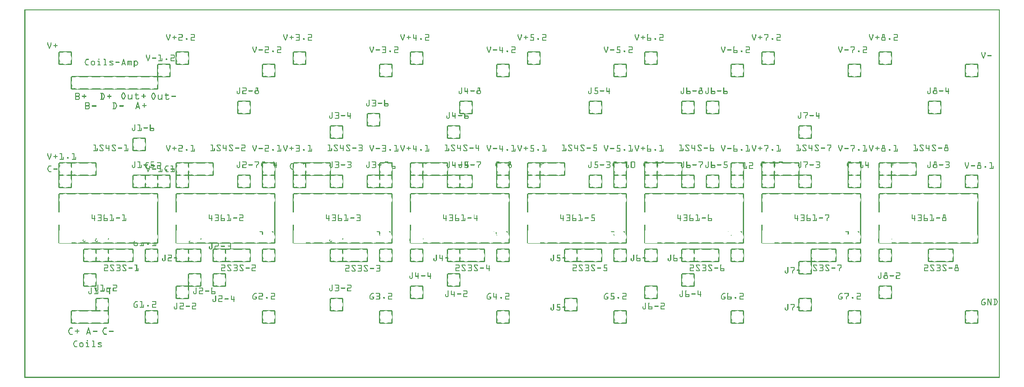
<source format=gto>
G04 MADE WITH FRITZING*
G04 WWW.FRITZING.ORG*
G04 DOUBLE SIDED*
G04 HOLES PLATED*
G04 CONTOUR ON CENTER OF CONTOUR VECTOR*
%ASAXBY*%
%FSLAX23Y23*%
%MOIN*%
%OFA0B0*%
%SFA1.0B1.0*%
%ADD10R,0.001000X0.001000*%
%LNSILK1*%
G90*
G70*
G54D10*
X0Y2990D02*
X7908Y2990D01*
X0Y2989D02*
X7908Y2989D01*
X0Y2988D02*
X7908Y2988D01*
X0Y2987D02*
X7908Y2987D01*
X0Y2986D02*
X7908Y2986D01*
X0Y2985D02*
X7908Y2985D01*
X0Y2984D02*
X7908Y2984D01*
X0Y2983D02*
X7908Y2983D01*
X0Y2982D02*
X7Y2982D01*
X7901Y2982D02*
X7908Y2982D01*
X0Y2981D02*
X7Y2981D01*
X7901Y2981D02*
X7908Y2981D01*
X0Y2980D02*
X7Y2980D01*
X7901Y2980D02*
X7908Y2980D01*
X0Y2979D02*
X7Y2979D01*
X7901Y2979D02*
X7908Y2979D01*
X0Y2978D02*
X7Y2978D01*
X7901Y2978D02*
X7908Y2978D01*
X0Y2977D02*
X7Y2977D01*
X7901Y2977D02*
X7908Y2977D01*
X0Y2976D02*
X7Y2976D01*
X7901Y2976D02*
X7908Y2976D01*
X0Y2975D02*
X7Y2975D01*
X7901Y2975D02*
X7908Y2975D01*
X0Y2974D02*
X7Y2974D01*
X7901Y2974D02*
X7908Y2974D01*
X0Y2973D02*
X7Y2973D01*
X7901Y2973D02*
X7908Y2973D01*
X0Y2972D02*
X7Y2972D01*
X7901Y2972D02*
X7908Y2972D01*
X0Y2971D02*
X7Y2971D01*
X7901Y2971D02*
X7908Y2971D01*
X0Y2970D02*
X7Y2970D01*
X7901Y2970D02*
X7908Y2970D01*
X0Y2969D02*
X7Y2969D01*
X7901Y2969D02*
X7908Y2969D01*
X0Y2968D02*
X7Y2968D01*
X7901Y2968D02*
X7908Y2968D01*
X0Y2967D02*
X7Y2967D01*
X7901Y2967D02*
X7908Y2967D01*
X0Y2966D02*
X7Y2966D01*
X7901Y2966D02*
X7908Y2966D01*
X0Y2965D02*
X7Y2965D01*
X7901Y2965D02*
X7908Y2965D01*
X0Y2964D02*
X7Y2964D01*
X7901Y2964D02*
X7908Y2964D01*
X0Y2963D02*
X7Y2963D01*
X7901Y2963D02*
X7908Y2963D01*
X0Y2962D02*
X7Y2962D01*
X7901Y2962D02*
X7908Y2962D01*
X0Y2961D02*
X7Y2961D01*
X7901Y2961D02*
X7908Y2961D01*
X0Y2960D02*
X7Y2960D01*
X7901Y2960D02*
X7908Y2960D01*
X0Y2959D02*
X7Y2959D01*
X7901Y2959D02*
X7908Y2959D01*
X0Y2958D02*
X7Y2958D01*
X7901Y2958D02*
X7908Y2958D01*
X0Y2957D02*
X7Y2957D01*
X7901Y2957D02*
X7908Y2957D01*
X0Y2956D02*
X7Y2956D01*
X7901Y2956D02*
X7908Y2956D01*
X0Y2955D02*
X7Y2955D01*
X7901Y2955D02*
X7908Y2955D01*
X0Y2954D02*
X7Y2954D01*
X7901Y2954D02*
X7908Y2954D01*
X0Y2953D02*
X7Y2953D01*
X7901Y2953D02*
X7908Y2953D01*
X0Y2952D02*
X7Y2952D01*
X7901Y2952D02*
X7908Y2952D01*
X0Y2951D02*
X7Y2951D01*
X7901Y2951D02*
X7908Y2951D01*
X0Y2950D02*
X7Y2950D01*
X7901Y2950D02*
X7908Y2950D01*
X0Y2949D02*
X7Y2949D01*
X7901Y2949D02*
X7908Y2949D01*
X0Y2948D02*
X7Y2948D01*
X7901Y2948D02*
X7908Y2948D01*
X0Y2947D02*
X7Y2947D01*
X7901Y2947D02*
X7908Y2947D01*
X0Y2946D02*
X7Y2946D01*
X7901Y2946D02*
X7908Y2946D01*
X0Y2945D02*
X7Y2945D01*
X7901Y2945D02*
X7908Y2945D01*
X0Y2944D02*
X7Y2944D01*
X7901Y2944D02*
X7908Y2944D01*
X0Y2943D02*
X7Y2943D01*
X7901Y2943D02*
X7908Y2943D01*
X0Y2942D02*
X7Y2942D01*
X7901Y2942D02*
X7908Y2942D01*
X0Y2941D02*
X7Y2941D01*
X7901Y2941D02*
X7908Y2941D01*
X0Y2940D02*
X7Y2940D01*
X7901Y2940D02*
X7908Y2940D01*
X0Y2939D02*
X7Y2939D01*
X7901Y2939D02*
X7908Y2939D01*
X0Y2938D02*
X7Y2938D01*
X7901Y2938D02*
X7908Y2938D01*
X0Y2937D02*
X7Y2937D01*
X7901Y2937D02*
X7908Y2937D01*
X0Y2936D02*
X7Y2936D01*
X7901Y2936D02*
X7908Y2936D01*
X0Y2935D02*
X7Y2935D01*
X7901Y2935D02*
X7908Y2935D01*
X0Y2934D02*
X7Y2934D01*
X7901Y2934D02*
X7908Y2934D01*
X0Y2933D02*
X7Y2933D01*
X7901Y2933D02*
X7908Y2933D01*
X0Y2932D02*
X7Y2932D01*
X7901Y2932D02*
X7908Y2932D01*
X0Y2931D02*
X7Y2931D01*
X7901Y2931D02*
X7908Y2931D01*
X0Y2930D02*
X7Y2930D01*
X7901Y2930D02*
X7908Y2930D01*
X0Y2929D02*
X7Y2929D01*
X7901Y2929D02*
X7908Y2929D01*
X0Y2928D02*
X7Y2928D01*
X7901Y2928D02*
X7908Y2928D01*
X0Y2927D02*
X7Y2927D01*
X7901Y2927D02*
X7908Y2927D01*
X0Y2926D02*
X7Y2926D01*
X7901Y2926D02*
X7908Y2926D01*
X0Y2925D02*
X7Y2925D01*
X7901Y2925D02*
X7908Y2925D01*
X0Y2924D02*
X7Y2924D01*
X7901Y2924D02*
X7908Y2924D01*
X0Y2923D02*
X7Y2923D01*
X7901Y2923D02*
X7908Y2923D01*
X0Y2922D02*
X7Y2922D01*
X7901Y2922D02*
X7908Y2922D01*
X0Y2921D02*
X7Y2921D01*
X7901Y2921D02*
X7908Y2921D01*
X0Y2920D02*
X7Y2920D01*
X7901Y2920D02*
X7908Y2920D01*
X0Y2919D02*
X7Y2919D01*
X7901Y2919D02*
X7908Y2919D01*
X0Y2918D02*
X7Y2918D01*
X7901Y2918D02*
X7908Y2918D01*
X0Y2917D02*
X7Y2917D01*
X7901Y2917D02*
X7908Y2917D01*
X0Y2916D02*
X7Y2916D01*
X7901Y2916D02*
X7908Y2916D01*
X0Y2915D02*
X7Y2915D01*
X7901Y2915D02*
X7908Y2915D01*
X0Y2914D02*
X7Y2914D01*
X7901Y2914D02*
X7908Y2914D01*
X0Y2913D02*
X7Y2913D01*
X7901Y2913D02*
X7908Y2913D01*
X0Y2912D02*
X7Y2912D01*
X7901Y2912D02*
X7908Y2912D01*
X0Y2911D02*
X7Y2911D01*
X7901Y2911D02*
X7908Y2911D01*
X0Y2910D02*
X7Y2910D01*
X7901Y2910D02*
X7908Y2910D01*
X0Y2909D02*
X7Y2909D01*
X7901Y2909D02*
X7908Y2909D01*
X0Y2908D02*
X7Y2908D01*
X7901Y2908D02*
X7908Y2908D01*
X0Y2907D02*
X7Y2907D01*
X7901Y2907D02*
X7908Y2907D01*
X0Y2906D02*
X7Y2906D01*
X7901Y2906D02*
X7908Y2906D01*
X0Y2905D02*
X7Y2905D01*
X7901Y2905D02*
X7908Y2905D01*
X0Y2904D02*
X7Y2904D01*
X7901Y2904D02*
X7908Y2904D01*
X0Y2903D02*
X7Y2903D01*
X7901Y2903D02*
X7908Y2903D01*
X0Y2902D02*
X7Y2902D01*
X7901Y2902D02*
X7908Y2902D01*
X0Y2901D02*
X7Y2901D01*
X7901Y2901D02*
X7908Y2901D01*
X0Y2900D02*
X7Y2900D01*
X7901Y2900D02*
X7908Y2900D01*
X0Y2899D02*
X7Y2899D01*
X7901Y2899D02*
X7908Y2899D01*
X0Y2898D02*
X7Y2898D01*
X7901Y2898D02*
X7908Y2898D01*
X0Y2897D02*
X7Y2897D01*
X7901Y2897D02*
X7908Y2897D01*
X0Y2896D02*
X7Y2896D01*
X7901Y2896D02*
X7908Y2896D01*
X0Y2895D02*
X7Y2895D01*
X7901Y2895D02*
X7908Y2895D01*
X0Y2894D02*
X7Y2894D01*
X7901Y2894D02*
X7908Y2894D01*
X0Y2893D02*
X7Y2893D01*
X7901Y2893D02*
X7908Y2893D01*
X0Y2892D02*
X7Y2892D01*
X7901Y2892D02*
X7908Y2892D01*
X0Y2891D02*
X7Y2891D01*
X7901Y2891D02*
X7908Y2891D01*
X0Y2890D02*
X7Y2890D01*
X7901Y2890D02*
X7908Y2890D01*
X0Y2889D02*
X7Y2889D01*
X7901Y2889D02*
X7908Y2889D01*
X0Y2888D02*
X7Y2888D01*
X7901Y2888D02*
X7908Y2888D01*
X0Y2887D02*
X7Y2887D01*
X7901Y2887D02*
X7908Y2887D01*
X0Y2886D02*
X7Y2886D01*
X7901Y2886D02*
X7908Y2886D01*
X0Y2885D02*
X7Y2885D01*
X7901Y2885D02*
X7908Y2885D01*
X0Y2884D02*
X7Y2884D01*
X7901Y2884D02*
X7908Y2884D01*
X0Y2883D02*
X7Y2883D01*
X7901Y2883D02*
X7908Y2883D01*
X0Y2882D02*
X7Y2882D01*
X7901Y2882D02*
X7908Y2882D01*
X0Y2881D02*
X7Y2881D01*
X7901Y2881D02*
X7908Y2881D01*
X0Y2880D02*
X7Y2880D01*
X7901Y2880D02*
X7908Y2880D01*
X0Y2879D02*
X7Y2879D01*
X7901Y2879D02*
X7908Y2879D01*
X0Y2878D02*
X7Y2878D01*
X7901Y2878D02*
X7908Y2878D01*
X0Y2877D02*
X7Y2877D01*
X7901Y2877D02*
X7908Y2877D01*
X0Y2876D02*
X7Y2876D01*
X7901Y2876D02*
X7908Y2876D01*
X0Y2875D02*
X7Y2875D01*
X7901Y2875D02*
X7908Y2875D01*
X0Y2874D02*
X7Y2874D01*
X7901Y2874D02*
X7908Y2874D01*
X0Y2873D02*
X7Y2873D01*
X7901Y2873D02*
X7908Y2873D01*
X0Y2872D02*
X7Y2872D01*
X7901Y2872D02*
X7908Y2872D01*
X0Y2871D02*
X7Y2871D01*
X7901Y2871D02*
X7908Y2871D01*
X0Y2870D02*
X7Y2870D01*
X7901Y2870D02*
X7908Y2870D01*
X0Y2869D02*
X7Y2869D01*
X7901Y2869D02*
X7908Y2869D01*
X0Y2868D02*
X7Y2868D01*
X7901Y2868D02*
X7908Y2868D01*
X0Y2867D02*
X7Y2867D01*
X7901Y2867D02*
X7908Y2867D01*
X0Y2866D02*
X7Y2866D01*
X7901Y2866D02*
X7908Y2866D01*
X0Y2865D02*
X7Y2865D01*
X7901Y2865D02*
X7908Y2865D01*
X0Y2864D02*
X7Y2864D01*
X7901Y2864D02*
X7908Y2864D01*
X0Y2863D02*
X7Y2863D01*
X7901Y2863D02*
X7908Y2863D01*
X0Y2862D02*
X7Y2862D01*
X7901Y2862D02*
X7908Y2862D01*
X0Y2861D02*
X7Y2861D01*
X7901Y2861D02*
X7908Y2861D01*
X0Y2860D02*
X7Y2860D01*
X7901Y2860D02*
X7908Y2860D01*
X0Y2859D02*
X7Y2859D01*
X7901Y2859D02*
X7908Y2859D01*
X0Y2858D02*
X7Y2858D01*
X7901Y2858D02*
X7908Y2858D01*
X0Y2857D02*
X7Y2857D01*
X7901Y2857D02*
X7908Y2857D01*
X0Y2856D02*
X7Y2856D01*
X7901Y2856D02*
X7908Y2856D01*
X0Y2855D02*
X7Y2855D01*
X7901Y2855D02*
X7908Y2855D01*
X0Y2854D02*
X7Y2854D01*
X7901Y2854D02*
X7908Y2854D01*
X0Y2853D02*
X7Y2853D01*
X7901Y2853D02*
X7908Y2853D01*
X0Y2852D02*
X7Y2852D01*
X7901Y2852D02*
X7908Y2852D01*
X0Y2851D02*
X7Y2851D01*
X7901Y2851D02*
X7908Y2851D01*
X0Y2850D02*
X7Y2850D01*
X7901Y2850D02*
X7908Y2850D01*
X0Y2849D02*
X7Y2849D01*
X7901Y2849D02*
X7908Y2849D01*
X0Y2848D02*
X7Y2848D01*
X7901Y2848D02*
X7908Y2848D01*
X0Y2847D02*
X7Y2847D01*
X7901Y2847D02*
X7908Y2847D01*
X0Y2846D02*
X7Y2846D01*
X7901Y2846D02*
X7908Y2846D01*
X0Y2845D02*
X7Y2845D01*
X7901Y2845D02*
X7908Y2845D01*
X0Y2844D02*
X7Y2844D01*
X7901Y2844D02*
X7908Y2844D01*
X0Y2843D02*
X7Y2843D01*
X7901Y2843D02*
X7908Y2843D01*
X0Y2842D02*
X7Y2842D01*
X7901Y2842D02*
X7908Y2842D01*
X0Y2841D02*
X7Y2841D01*
X7901Y2841D02*
X7908Y2841D01*
X0Y2840D02*
X7Y2840D01*
X7901Y2840D02*
X7908Y2840D01*
X0Y2839D02*
X7Y2839D01*
X7901Y2839D02*
X7908Y2839D01*
X0Y2838D02*
X7Y2838D01*
X7901Y2838D02*
X7908Y2838D01*
X0Y2837D02*
X7Y2837D01*
X7901Y2837D02*
X7908Y2837D01*
X0Y2836D02*
X7Y2836D01*
X7901Y2836D02*
X7908Y2836D01*
X0Y2835D02*
X7Y2835D01*
X7901Y2835D02*
X7908Y2835D01*
X0Y2834D02*
X7Y2834D01*
X7901Y2834D02*
X7908Y2834D01*
X0Y2833D02*
X7Y2833D01*
X7901Y2833D02*
X7908Y2833D01*
X0Y2832D02*
X7Y2832D01*
X7901Y2832D02*
X7908Y2832D01*
X0Y2831D02*
X7Y2831D01*
X7901Y2831D02*
X7908Y2831D01*
X0Y2830D02*
X7Y2830D01*
X7901Y2830D02*
X7908Y2830D01*
X0Y2829D02*
X7Y2829D01*
X7901Y2829D02*
X7908Y2829D01*
X0Y2828D02*
X7Y2828D01*
X7901Y2828D02*
X7908Y2828D01*
X0Y2827D02*
X7Y2827D01*
X7901Y2827D02*
X7908Y2827D01*
X0Y2826D02*
X7Y2826D01*
X7901Y2826D02*
X7908Y2826D01*
X0Y2825D02*
X7Y2825D01*
X7901Y2825D02*
X7908Y2825D01*
X0Y2824D02*
X7Y2824D01*
X7901Y2824D02*
X7908Y2824D01*
X0Y2823D02*
X7Y2823D01*
X7901Y2823D02*
X7908Y2823D01*
X0Y2822D02*
X7Y2822D01*
X7901Y2822D02*
X7908Y2822D01*
X0Y2821D02*
X7Y2821D01*
X7901Y2821D02*
X7908Y2821D01*
X0Y2820D02*
X7Y2820D01*
X7901Y2820D02*
X7908Y2820D01*
X0Y2819D02*
X7Y2819D01*
X7901Y2819D02*
X7908Y2819D01*
X0Y2818D02*
X7Y2818D01*
X7901Y2818D02*
X7908Y2818D01*
X0Y2817D02*
X7Y2817D01*
X7901Y2817D02*
X7908Y2817D01*
X0Y2816D02*
X7Y2816D01*
X7901Y2816D02*
X7908Y2816D01*
X0Y2815D02*
X7Y2815D01*
X7901Y2815D02*
X7908Y2815D01*
X0Y2814D02*
X7Y2814D01*
X7901Y2814D02*
X7908Y2814D01*
X0Y2813D02*
X7Y2813D01*
X7901Y2813D02*
X7908Y2813D01*
X0Y2812D02*
X7Y2812D01*
X7901Y2812D02*
X7908Y2812D01*
X0Y2811D02*
X7Y2811D01*
X7901Y2811D02*
X7908Y2811D01*
X0Y2810D02*
X7Y2810D01*
X7901Y2810D02*
X7908Y2810D01*
X0Y2809D02*
X7Y2809D01*
X7901Y2809D02*
X7908Y2809D01*
X0Y2808D02*
X7Y2808D01*
X7901Y2808D02*
X7908Y2808D01*
X0Y2807D02*
X7Y2807D01*
X7901Y2807D02*
X7908Y2807D01*
X0Y2806D02*
X7Y2806D01*
X7901Y2806D02*
X7908Y2806D01*
X0Y2805D02*
X7Y2805D01*
X7901Y2805D02*
X7908Y2805D01*
X0Y2804D02*
X7Y2804D01*
X7901Y2804D02*
X7908Y2804D01*
X0Y2803D02*
X7Y2803D01*
X7901Y2803D02*
X7908Y2803D01*
X0Y2802D02*
X7Y2802D01*
X7901Y2802D02*
X7908Y2802D01*
X0Y2801D02*
X7Y2801D01*
X7901Y2801D02*
X7908Y2801D01*
X0Y2800D02*
X7Y2800D01*
X7901Y2800D02*
X7908Y2800D01*
X0Y2799D02*
X7Y2799D01*
X7901Y2799D02*
X7908Y2799D01*
X0Y2798D02*
X7Y2798D01*
X7901Y2798D02*
X7908Y2798D01*
X0Y2797D02*
X7Y2797D01*
X7901Y2797D02*
X7908Y2797D01*
X0Y2796D02*
X7Y2796D01*
X7901Y2796D02*
X7908Y2796D01*
X0Y2795D02*
X7Y2795D01*
X7901Y2795D02*
X7908Y2795D01*
X0Y2794D02*
X7Y2794D01*
X7901Y2794D02*
X7908Y2794D01*
X0Y2793D02*
X7Y2793D01*
X7901Y2793D02*
X7908Y2793D01*
X0Y2792D02*
X7Y2792D01*
X7901Y2792D02*
X7908Y2792D01*
X0Y2791D02*
X7Y2791D01*
X7901Y2791D02*
X7908Y2791D01*
X0Y2790D02*
X7Y2790D01*
X7901Y2790D02*
X7908Y2790D01*
X0Y2789D02*
X7Y2789D01*
X7901Y2789D02*
X7908Y2789D01*
X0Y2788D02*
X7Y2788D01*
X1152Y2788D02*
X1154Y2788D01*
X1179Y2788D02*
X1181Y2788D01*
X1251Y2788D02*
X1278Y2788D01*
X1350Y2788D02*
X1377Y2788D01*
X2102Y2788D02*
X2104Y2788D01*
X2129Y2788D02*
X2131Y2788D01*
X2201Y2788D02*
X2228Y2788D01*
X2300Y2788D02*
X2327Y2788D01*
X3052Y2788D02*
X3054Y2788D01*
X3079Y2788D02*
X3081Y2788D01*
X3153Y2788D02*
X3155Y2788D01*
X3250Y2788D02*
X3277Y2788D01*
X4002Y2788D02*
X4004Y2788D01*
X4029Y2788D02*
X4031Y2788D01*
X4106Y2788D02*
X4131Y2788D01*
X4200Y2788D02*
X4227Y2788D01*
X4952Y2788D02*
X4954Y2788D01*
X4979Y2788D02*
X4981Y2788D01*
X5051Y2788D02*
X5057Y2788D01*
X5150Y2788D02*
X5177Y2788D01*
X5902Y2788D02*
X5904Y2788D01*
X5929Y2788D02*
X5931Y2788D01*
X6001Y2788D02*
X6032Y2788D01*
X6100Y2788D02*
X6127Y2788D01*
X6852Y2788D02*
X6854Y2788D01*
X6879Y2788D02*
X6881Y2788D01*
X6958Y2788D02*
X6974Y2788D01*
X7050Y2788D02*
X7077Y2788D01*
X7901Y2788D02*
X7908Y2788D01*
X0Y2787D02*
X7Y2787D01*
X1151Y2787D02*
X1155Y2787D01*
X1178Y2787D02*
X1182Y2787D01*
X1250Y2787D02*
X1280Y2787D01*
X1349Y2787D02*
X1379Y2787D01*
X2101Y2787D02*
X2105Y2787D01*
X2128Y2787D02*
X2132Y2787D01*
X2200Y2787D02*
X2230Y2787D01*
X2299Y2787D02*
X2329Y2787D01*
X3051Y2787D02*
X3055Y2787D01*
X3078Y2787D02*
X3082Y2787D01*
X3152Y2787D02*
X3156Y2787D01*
X3249Y2787D02*
X3279Y2787D01*
X4001Y2787D02*
X4005Y2787D01*
X4028Y2787D02*
X4032Y2787D01*
X4106Y2787D02*
X4132Y2787D01*
X4199Y2787D02*
X4229Y2787D01*
X4951Y2787D02*
X4955Y2787D01*
X4978Y2787D02*
X4982Y2787D01*
X5050Y2787D02*
X5058Y2787D01*
X5149Y2787D02*
X5179Y2787D01*
X5901Y2787D02*
X5905Y2787D01*
X5928Y2787D02*
X5932Y2787D01*
X6000Y2787D02*
X6032Y2787D01*
X6099Y2787D02*
X6129Y2787D01*
X6850Y2787D02*
X6855Y2787D01*
X6878Y2787D02*
X6882Y2787D01*
X6957Y2787D02*
X6975Y2787D01*
X7049Y2787D02*
X7079Y2787D01*
X7901Y2787D02*
X7908Y2787D01*
X0Y2786D02*
X7Y2786D01*
X1150Y2786D02*
X1156Y2786D01*
X1177Y2786D02*
X1183Y2786D01*
X1249Y2786D02*
X1281Y2786D01*
X1349Y2786D02*
X1380Y2786D01*
X2100Y2786D02*
X2106Y2786D01*
X2127Y2786D02*
X2133Y2786D01*
X2199Y2786D02*
X2231Y2786D01*
X2299Y2786D02*
X2330Y2786D01*
X3050Y2786D02*
X3056Y2786D01*
X3077Y2786D02*
X3083Y2786D01*
X3151Y2786D02*
X3157Y2786D01*
X3249Y2786D02*
X3280Y2786D01*
X4000Y2786D02*
X4006Y2786D01*
X4027Y2786D02*
X4033Y2786D01*
X4106Y2786D02*
X4132Y2786D01*
X4199Y2786D02*
X4230Y2786D01*
X4950Y2786D02*
X4956Y2786D01*
X4977Y2786D02*
X4983Y2786D01*
X5049Y2786D02*
X5058Y2786D01*
X5149Y2786D02*
X5180Y2786D01*
X5900Y2786D02*
X5906Y2786D01*
X5927Y2786D02*
X5933Y2786D01*
X5999Y2786D02*
X6032Y2786D01*
X6099Y2786D02*
X6130Y2786D01*
X6850Y2786D02*
X6856Y2786D01*
X6877Y2786D02*
X6883Y2786D01*
X6956Y2786D02*
X6975Y2786D01*
X7049Y2786D02*
X7080Y2786D01*
X7901Y2786D02*
X7908Y2786D01*
X0Y2785D02*
X7Y2785D01*
X1150Y2785D02*
X1156Y2785D01*
X1177Y2785D02*
X1183Y2785D01*
X1249Y2785D02*
X1282Y2785D01*
X1349Y2785D02*
X1381Y2785D01*
X2100Y2785D02*
X2106Y2785D01*
X2127Y2785D02*
X2133Y2785D01*
X2199Y2785D02*
X2231Y2785D01*
X2299Y2785D02*
X2331Y2785D01*
X3050Y2785D02*
X3056Y2785D01*
X3077Y2785D02*
X3083Y2785D01*
X3151Y2785D02*
X3157Y2785D01*
X3249Y2785D02*
X3281Y2785D01*
X4000Y2785D02*
X4006Y2785D01*
X4027Y2785D02*
X4033Y2785D01*
X4106Y2785D02*
X4132Y2785D01*
X4199Y2785D02*
X4231Y2785D01*
X4950Y2785D02*
X4956Y2785D01*
X4977Y2785D02*
X4983Y2785D01*
X5049Y2785D02*
X5058Y2785D01*
X5149Y2785D02*
X5181Y2785D01*
X5900Y2785D02*
X5906Y2785D01*
X5927Y2785D02*
X5933Y2785D01*
X5999Y2785D02*
X6032Y2785D01*
X6099Y2785D02*
X6131Y2785D01*
X6850Y2785D02*
X6856Y2785D01*
X6877Y2785D02*
X6883Y2785D01*
X6956Y2785D02*
X6975Y2785D01*
X7049Y2785D02*
X7081Y2785D01*
X7901Y2785D02*
X7908Y2785D01*
X0Y2784D02*
X7Y2784D01*
X1150Y2784D02*
X1156Y2784D01*
X1177Y2784D02*
X1183Y2784D01*
X1249Y2784D02*
X1282Y2784D01*
X1349Y2784D02*
X1381Y2784D01*
X2100Y2784D02*
X2106Y2784D01*
X2127Y2784D02*
X2133Y2784D01*
X2199Y2784D02*
X2232Y2784D01*
X2299Y2784D02*
X2331Y2784D01*
X3050Y2784D02*
X3056Y2784D01*
X3077Y2784D02*
X3083Y2784D01*
X3151Y2784D02*
X3157Y2784D01*
X3249Y2784D02*
X3281Y2784D01*
X4000Y2784D02*
X4006Y2784D01*
X4027Y2784D02*
X4033Y2784D01*
X4106Y2784D02*
X4132Y2784D01*
X4199Y2784D02*
X4231Y2784D01*
X4950Y2784D02*
X4956Y2784D01*
X4977Y2784D02*
X4983Y2784D01*
X5049Y2784D02*
X5058Y2784D01*
X5149Y2784D02*
X5181Y2784D01*
X5900Y2784D02*
X5906Y2784D01*
X5927Y2784D02*
X5933Y2784D01*
X5999Y2784D02*
X6032Y2784D01*
X6099Y2784D02*
X6131Y2784D01*
X6850Y2784D02*
X6856Y2784D01*
X6877Y2784D02*
X6883Y2784D01*
X6956Y2784D02*
X6975Y2784D01*
X7049Y2784D02*
X7081Y2784D01*
X7901Y2784D02*
X7908Y2784D01*
X0Y2783D02*
X7Y2783D01*
X1150Y2783D02*
X1156Y2783D01*
X1177Y2783D02*
X1183Y2783D01*
X1250Y2783D02*
X1282Y2783D01*
X1349Y2783D02*
X1382Y2783D01*
X2100Y2783D02*
X2106Y2783D01*
X2127Y2783D02*
X2133Y2783D01*
X2200Y2783D02*
X2232Y2783D01*
X2299Y2783D02*
X2332Y2783D01*
X3050Y2783D02*
X3056Y2783D01*
X3077Y2783D02*
X3083Y2783D01*
X3151Y2783D02*
X3157Y2783D01*
X3249Y2783D02*
X3282Y2783D01*
X4000Y2783D02*
X4006Y2783D01*
X4027Y2783D02*
X4033Y2783D01*
X4106Y2783D02*
X4132Y2783D01*
X4199Y2783D02*
X4232Y2783D01*
X4950Y2783D02*
X4956Y2783D01*
X4977Y2783D02*
X4983Y2783D01*
X5049Y2783D02*
X5058Y2783D01*
X5149Y2783D02*
X5182Y2783D01*
X5900Y2783D02*
X5906Y2783D01*
X5927Y2783D02*
X5933Y2783D01*
X5999Y2783D02*
X6032Y2783D01*
X6099Y2783D02*
X6132Y2783D01*
X6850Y2783D02*
X6856Y2783D01*
X6877Y2783D02*
X6883Y2783D01*
X6956Y2783D02*
X6975Y2783D01*
X7049Y2783D02*
X7082Y2783D01*
X7901Y2783D02*
X7908Y2783D01*
X0Y2782D02*
X7Y2782D01*
X1150Y2782D02*
X1156Y2782D01*
X1177Y2782D02*
X1183Y2782D01*
X1251Y2782D02*
X1282Y2782D01*
X1350Y2782D02*
X1382Y2782D01*
X2100Y2782D02*
X2106Y2782D01*
X2127Y2782D02*
X2133Y2782D01*
X2201Y2782D02*
X2232Y2782D01*
X2300Y2782D02*
X2332Y2782D01*
X3050Y2782D02*
X3056Y2782D01*
X3077Y2782D02*
X3083Y2782D01*
X3151Y2782D02*
X3157Y2782D01*
X3173Y2782D02*
X3176Y2782D01*
X3250Y2782D02*
X3282Y2782D01*
X4000Y2782D02*
X4006Y2782D01*
X4027Y2782D02*
X4033Y2782D01*
X4106Y2782D02*
X4131Y2782D01*
X4200Y2782D02*
X4232Y2782D01*
X4950Y2782D02*
X4956Y2782D01*
X4977Y2782D02*
X4983Y2782D01*
X5049Y2782D02*
X5057Y2782D01*
X5150Y2782D02*
X5182Y2782D01*
X5900Y2782D02*
X5906Y2782D01*
X5927Y2782D02*
X5933Y2782D01*
X5999Y2782D02*
X6032Y2782D01*
X6100Y2782D02*
X6132Y2782D01*
X6850Y2782D02*
X6856Y2782D01*
X6877Y2782D02*
X6883Y2782D01*
X6956Y2782D02*
X6975Y2782D01*
X7050Y2782D02*
X7082Y2782D01*
X7901Y2782D02*
X7908Y2782D01*
X0Y2781D02*
X7Y2781D01*
X1150Y2781D02*
X1156Y2781D01*
X1177Y2781D02*
X1183Y2781D01*
X1277Y2781D02*
X1283Y2781D01*
X1376Y2781D02*
X1382Y2781D01*
X2100Y2781D02*
X2106Y2781D01*
X2127Y2781D02*
X2133Y2781D01*
X2227Y2781D02*
X2232Y2781D01*
X2326Y2781D02*
X2332Y2781D01*
X3050Y2781D02*
X3056Y2781D01*
X3077Y2781D02*
X3083Y2781D01*
X3151Y2781D02*
X3157Y2781D01*
X3172Y2781D02*
X3177Y2781D01*
X3276Y2781D02*
X3282Y2781D01*
X4000Y2781D02*
X4006Y2781D01*
X4027Y2781D02*
X4033Y2781D01*
X4106Y2781D02*
X4112Y2781D01*
X4226Y2781D02*
X4232Y2781D01*
X4950Y2781D02*
X4956Y2781D01*
X4977Y2781D02*
X4983Y2781D01*
X5049Y2781D02*
X5055Y2781D01*
X5176Y2781D02*
X5182Y2781D01*
X5900Y2781D02*
X5906Y2781D01*
X5927Y2781D02*
X5933Y2781D01*
X5999Y2781D02*
X6005Y2781D01*
X6026Y2781D02*
X6032Y2781D01*
X6126Y2781D02*
X6132Y2781D01*
X6850Y2781D02*
X6856Y2781D01*
X6877Y2781D02*
X6883Y2781D01*
X6956Y2781D02*
X6962Y2781D01*
X6970Y2781D02*
X6975Y2781D01*
X7076Y2781D02*
X7082Y2781D01*
X7901Y2781D02*
X7908Y2781D01*
X0Y2780D02*
X7Y2780D01*
X1150Y2780D02*
X1156Y2780D01*
X1177Y2780D02*
X1183Y2780D01*
X1277Y2780D02*
X1283Y2780D01*
X1376Y2780D02*
X1382Y2780D01*
X2100Y2780D02*
X2106Y2780D01*
X2127Y2780D02*
X2133Y2780D01*
X2227Y2780D02*
X2232Y2780D01*
X2326Y2780D02*
X2332Y2780D01*
X3050Y2780D02*
X3056Y2780D01*
X3077Y2780D02*
X3083Y2780D01*
X3151Y2780D02*
X3157Y2780D01*
X3172Y2780D02*
X3177Y2780D01*
X3276Y2780D02*
X3282Y2780D01*
X4000Y2780D02*
X4006Y2780D01*
X4027Y2780D02*
X4033Y2780D01*
X4106Y2780D02*
X4112Y2780D01*
X4226Y2780D02*
X4232Y2780D01*
X4950Y2780D02*
X4956Y2780D01*
X4977Y2780D02*
X4983Y2780D01*
X5049Y2780D02*
X5055Y2780D01*
X5176Y2780D02*
X5182Y2780D01*
X5900Y2780D02*
X5906Y2780D01*
X5927Y2780D02*
X5933Y2780D01*
X6000Y2780D02*
X6004Y2780D01*
X6026Y2780D02*
X6032Y2780D01*
X6126Y2780D02*
X6132Y2780D01*
X6850Y2780D02*
X6856Y2780D01*
X6877Y2780D02*
X6883Y2780D01*
X6956Y2780D02*
X6962Y2780D01*
X6970Y2780D02*
X6975Y2780D01*
X7076Y2780D02*
X7082Y2780D01*
X7901Y2780D02*
X7908Y2780D01*
X0Y2779D02*
X7Y2779D01*
X1150Y2779D02*
X1156Y2779D01*
X1177Y2779D02*
X1183Y2779D01*
X1277Y2779D02*
X1283Y2779D01*
X1376Y2779D02*
X1382Y2779D01*
X2100Y2779D02*
X2106Y2779D01*
X2127Y2779D02*
X2133Y2779D01*
X2227Y2779D02*
X2232Y2779D01*
X2326Y2779D02*
X2332Y2779D01*
X3050Y2779D02*
X3056Y2779D01*
X3077Y2779D02*
X3083Y2779D01*
X3151Y2779D02*
X3157Y2779D01*
X3171Y2779D02*
X3177Y2779D01*
X3276Y2779D02*
X3282Y2779D01*
X4000Y2779D02*
X4006Y2779D01*
X4027Y2779D02*
X4033Y2779D01*
X4106Y2779D02*
X4112Y2779D01*
X4226Y2779D02*
X4232Y2779D01*
X4950Y2779D02*
X4956Y2779D01*
X4977Y2779D02*
X4983Y2779D01*
X5049Y2779D02*
X5055Y2779D01*
X5176Y2779D02*
X5182Y2779D01*
X5900Y2779D02*
X5906Y2779D01*
X5927Y2779D02*
X5933Y2779D01*
X6001Y2779D02*
X6003Y2779D01*
X6026Y2779D02*
X6032Y2779D01*
X6126Y2779D02*
X6132Y2779D01*
X6850Y2779D02*
X6856Y2779D01*
X6877Y2779D02*
X6883Y2779D01*
X6956Y2779D02*
X6962Y2779D01*
X6970Y2779D02*
X6975Y2779D01*
X7076Y2779D02*
X7082Y2779D01*
X7901Y2779D02*
X7908Y2779D01*
X0Y2778D02*
X7Y2778D01*
X1150Y2778D02*
X1156Y2778D01*
X1177Y2778D02*
X1183Y2778D01*
X1215Y2778D02*
X1218Y2778D01*
X1277Y2778D02*
X1283Y2778D01*
X1376Y2778D02*
X1382Y2778D01*
X2100Y2778D02*
X2106Y2778D01*
X2127Y2778D02*
X2133Y2778D01*
X2165Y2778D02*
X2168Y2778D01*
X2227Y2778D02*
X2232Y2778D01*
X2326Y2778D02*
X2332Y2778D01*
X3050Y2778D02*
X3056Y2778D01*
X3077Y2778D02*
X3083Y2778D01*
X3115Y2778D02*
X3118Y2778D01*
X3151Y2778D02*
X3157Y2778D01*
X3171Y2778D02*
X3177Y2778D01*
X3276Y2778D02*
X3282Y2778D01*
X4000Y2778D02*
X4006Y2778D01*
X4027Y2778D02*
X4033Y2778D01*
X4065Y2778D02*
X4068Y2778D01*
X4106Y2778D02*
X4112Y2778D01*
X4226Y2778D02*
X4232Y2778D01*
X4950Y2778D02*
X4956Y2778D01*
X4977Y2778D02*
X4983Y2778D01*
X5015Y2778D02*
X5018Y2778D01*
X5049Y2778D02*
X5055Y2778D01*
X5176Y2778D02*
X5182Y2778D01*
X5900Y2778D02*
X5906Y2778D01*
X5927Y2778D02*
X5933Y2778D01*
X5965Y2778D02*
X5968Y2778D01*
X6026Y2778D02*
X6032Y2778D01*
X6126Y2778D02*
X6132Y2778D01*
X6850Y2778D02*
X6856Y2778D01*
X6877Y2778D02*
X6883Y2778D01*
X6914Y2778D02*
X6918Y2778D01*
X6956Y2778D02*
X6962Y2778D01*
X6970Y2778D02*
X6975Y2778D01*
X7076Y2778D02*
X7082Y2778D01*
X7901Y2778D02*
X7908Y2778D01*
X0Y2777D02*
X7Y2777D01*
X1150Y2777D02*
X1156Y2777D01*
X1177Y2777D02*
X1183Y2777D01*
X1214Y2777D02*
X1219Y2777D01*
X1277Y2777D02*
X1283Y2777D01*
X1376Y2777D02*
X1382Y2777D01*
X2100Y2777D02*
X2106Y2777D01*
X2127Y2777D02*
X2133Y2777D01*
X2164Y2777D02*
X2169Y2777D01*
X2227Y2777D02*
X2232Y2777D01*
X2326Y2777D02*
X2332Y2777D01*
X3050Y2777D02*
X3056Y2777D01*
X3077Y2777D02*
X3083Y2777D01*
X3114Y2777D02*
X3119Y2777D01*
X3151Y2777D02*
X3157Y2777D01*
X3171Y2777D02*
X3177Y2777D01*
X3276Y2777D02*
X3282Y2777D01*
X4000Y2777D02*
X4006Y2777D01*
X4027Y2777D02*
X4033Y2777D01*
X4064Y2777D02*
X4069Y2777D01*
X4106Y2777D02*
X4112Y2777D01*
X4226Y2777D02*
X4232Y2777D01*
X4950Y2777D02*
X4956Y2777D01*
X4977Y2777D02*
X4983Y2777D01*
X5014Y2777D02*
X5019Y2777D01*
X5049Y2777D02*
X5055Y2777D01*
X5176Y2777D02*
X5182Y2777D01*
X5900Y2777D02*
X5906Y2777D01*
X5927Y2777D02*
X5933Y2777D01*
X5964Y2777D02*
X5969Y2777D01*
X6026Y2777D02*
X6032Y2777D01*
X6126Y2777D02*
X6132Y2777D01*
X6850Y2777D02*
X6856Y2777D01*
X6877Y2777D02*
X6883Y2777D01*
X6914Y2777D02*
X6919Y2777D01*
X6956Y2777D02*
X6962Y2777D01*
X6970Y2777D02*
X6975Y2777D01*
X7076Y2777D02*
X7082Y2777D01*
X7901Y2777D02*
X7908Y2777D01*
X0Y2776D02*
X7Y2776D01*
X1150Y2776D02*
X1156Y2776D01*
X1177Y2776D02*
X1183Y2776D01*
X1213Y2776D02*
X1219Y2776D01*
X1277Y2776D02*
X1283Y2776D01*
X1376Y2776D02*
X1382Y2776D01*
X2100Y2776D02*
X2106Y2776D01*
X2127Y2776D02*
X2133Y2776D01*
X2163Y2776D02*
X2169Y2776D01*
X2227Y2776D02*
X2232Y2776D01*
X2326Y2776D02*
X2332Y2776D01*
X3050Y2776D02*
X3056Y2776D01*
X3077Y2776D02*
X3083Y2776D01*
X3113Y2776D02*
X3119Y2776D01*
X3151Y2776D02*
X3157Y2776D01*
X3171Y2776D02*
X3177Y2776D01*
X3276Y2776D02*
X3282Y2776D01*
X4000Y2776D02*
X4006Y2776D01*
X4027Y2776D02*
X4033Y2776D01*
X4063Y2776D02*
X4069Y2776D01*
X4106Y2776D02*
X4112Y2776D01*
X4226Y2776D02*
X4232Y2776D01*
X4950Y2776D02*
X4956Y2776D01*
X4977Y2776D02*
X4983Y2776D01*
X5013Y2776D02*
X5019Y2776D01*
X5049Y2776D02*
X5055Y2776D01*
X5176Y2776D02*
X5182Y2776D01*
X5900Y2776D02*
X5906Y2776D01*
X5927Y2776D02*
X5933Y2776D01*
X5963Y2776D02*
X5969Y2776D01*
X6026Y2776D02*
X6032Y2776D01*
X6126Y2776D02*
X6132Y2776D01*
X6850Y2776D02*
X6856Y2776D01*
X6877Y2776D02*
X6883Y2776D01*
X6913Y2776D02*
X6919Y2776D01*
X6956Y2776D02*
X6962Y2776D01*
X6970Y2776D02*
X6975Y2776D01*
X7076Y2776D02*
X7082Y2776D01*
X7901Y2776D02*
X7908Y2776D01*
X0Y2775D02*
X7Y2775D01*
X1150Y2775D02*
X1156Y2775D01*
X1177Y2775D02*
X1183Y2775D01*
X1213Y2775D02*
X1219Y2775D01*
X1277Y2775D02*
X1283Y2775D01*
X1376Y2775D02*
X1382Y2775D01*
X2100Y2775D02*
X2106Y2775D01*
X2127Y2775D02*
X2133Y2775D01*
X2163Y2775D02*
X2169Y2775D01*
X2227Y2775D02*
X2232Y2775D01*
X2326Y2775D02*
X2332Y2775D01*
X3050Y2775D02*
X3056Y2775D01*
X3077Y2775D02*
X3083Y2775D01*
X3113Y2775D02*
X3119Y2775D01*
X3151Y2775D02*
X3157Y2775D01*
X3171Y2775D02*
X3177Y2775D01*
X3276Y2775D02*
X3282Y2775D01*
X4000Y2775D02*
X4006Y2775D01*
X4027Y2775D02*
X4033Y2775D01*
X4063Y2775D02*
X4069Y2775D01*
X4106Y2775D02*
X4112Y2775D01*
X4226Y2775D02*
X4232Y2775D01*
X4950Y2775D02*
X4956Y2775D01*
X4977Y2775D02*
X4983Y2775D01*
X5013Y2775D02*
X5019Y2775D01*
X5049Y2775D02*
X5055Y2775D01*
X5176Y2775D02*
X5182Y2775D01*
X5900Y2775D02*
X5906Y2775D01*
X5927Y2775D02*
X5933Y2775D01*
X5963Y2775D02*
X5969Y2775D01*
X6026Y2775D02*
X6032Y2775D01*
X6126Y2775D02*
X6132Y2775D01*
X6850Y2775D02*
X6856Y2775D01*
X6877Y2775D02*
X6883Y2775D01*
X6913Y2775D02*
X6919Y2775D01*
X6956Y2775D02*
X6962Y2775D01*
X6970Y2775D02*
X6975Y2775D01*
X7076Y2775D02*
X7082Y2775D01*
X7901Y2775D02*
X7908Y2775D01*
X0Y2774D02*
X7Y2774D01*
X1150Y2774D02*
X1156Y2774D01*
X1177Y2774D02*
X1183Y2774D01*
X1213Y2774D02*
X1219Y2774D01*
X1277Y2774D02*
X1283Y2774D01*
X1376Y2774D02*
X1382Y2774D01*
X2100Y2774D02*
X2106Y2774D01*
X2127Y2774D02*
X2133Y2774D01*
X2163Y2774D02*
X2169Y2774D01*
X2227Y2774D02*
X2232Y2774D01*
X2326Y2774D02*
X2332Y2774D01*
X3050Y2774D02*
X3056Y2774D01*
X3077Y2774D02*
X3083Y2774D01*
X3113Y2774D02*
X3119Y2774D01*
X3151Y2774D02*
X3157Y2774D01*
X3171Y2774D02*
X3177Y2774D01*
X3276Y2774D02*
X3282Y2774D01*
X4000Y2774D02*
X4006Y2774D01*
X4027Y2774D02*
X4033Y2774D01*
X4063Y2774D02*
X4069Y2774D01*
X4106Y2774D02*
X4112Y2774D01*
X4226Y2774D02*
X4232Y2774D01*
X4950Y2774D02*
X4956Y2774D01*
X4977Y2774D02*
X4983Y2774D01*
X5013Y2774D02*
X5019Y2774D01*
X5049Y2774D02*
X5055Y2774D01*
X5176Y2774D02*
X5182Y2774D01*
X5900Y2774D02*
X5906Y2774D01*
X5927Y2774D02*
X5933Y2774D01*
X5963Y2774D02*
X5969Y2774D01*
X6026Y2774D02*
X6032Y2774D01*
X6126Y2774D02*
X6132Y2774D01*
X6850Y2774D02*
X6856Y2774D01*
X6877Y2774D02*
X6883Y2774D01*
X6913Y2774D02*
X6919Y2774D01*
X6956Y2774D02*
X6962Y2774D01*
X6970Y2774D02*
X6975Y2774D01*
X7076Y2774D02*
X7082Y2774D01*
X7901Y2774D02*
X7908Y2774D01*
X0Y2773D02*
X7Y2773D01*
X1150Y2773D02*
X1156Y2773D01*
X1177Y2773D02*
X1183Y2773D01*
X1213Y2773D02*
X1219Y2773D01*
X1277Y2773D02*
X1283Y2773D01*
X1376Y2773D02*
X1382Y2773D01*
X2100Y2773D02*
X2106Y2773D01*
X2127Y2773D02*
X2133Y2773D01*
X2163Y2773D02*
X2169Y2773D01*
X2227Y2773D02*
X2232Y2773D01*
X2326Y2773D02*
X2332Y2773D01*
X3050Y2773D02*
X3056Y2773D01*
X3077Y2773D02*
X3083Y2773D01*
X3113Y2773D02*
X3119Y2773D01*
X3151Y2773D02*
X3157Y2773D01*
X3171Y2773D02*
X3177Y2773D01*
X3276Y2773D02*
X3282Y2773D01*
X4000Y2773D02*
X4006Y2773D01*
X4027Y2773D02*
X4033Y2773D01*
X4063Y2773D02*
X4069Y2773D01*
X4106Y2773D02*
X4112Y2773D01*
X4226Y2773D02*
X4232Y2773D01*
X4950Y2773D02*
X4956Y2773D01*
X4977Y2773D02*
X4983Y2773D01*
X5013Y2773D02*
X5019Y2773D01*
X5049Y2773D02*
X5055Y2773D01*
X5176Y2773D02*
X5182Y2773D01*
X5900Y2773D02*
X5906Y2773D01*
X5927Y2773D02*
X5933Y2773D01*
X5963Y2773D02*
X5969Y2773D01*
X6026Y2773D02*
X6032Y2773D01*
X6126Y2773D02*
X6132Y2773D01*
X6850Y2773D02*
X6856Y2773D01*
X6877Y2773D02*
X6883Y2773D01*
X6913Y2773D02*
X6919Y2773D01*
X6956Y2773D02*
X6962Y2773D01*
X6970Y2773D02*
X6975Y2773D01*
X7076Y2773D02*
X7082Y2773D01*
X7901Y2773D02*
X7908Y2773D01*
X0Y2772D02*
X7Y2772D01*
X1150Y2772D02*
X1157Y2772D01*
X1176Y2772D02*
X1183Y2772D01*
X1213Y2772D02*
X1219Y2772D01*
X1277Y2772D02*
X1283Y2772D01*
X1376Y2772D02*
X1382Y2772D01*
X2100Y2772D02*
X2107Y2772D01*
X2126Y2772D02*
X2133Y2772D01*
X2163Y2772D02*
X2169Y2772D01*
X2227Y2772D02*
X2232Y2772D01*
X2326Y2772D02*
X2332Y2772D01*
X3050Y2772D02*
X3057Y2772D01*
X3076Y2772D02*
X3083Y2772D01*
X3113Y2772D02*
X3119Y2772D01*
X3151Y2772D02*
X3157Y2772D01*
X3171Y2772D02*
X3177Y2772D01*
X3276Y2772D02*
X3282Y2772D01*
X4000Y2772D02*
X4007Y2772D01*
X4026Y2772D02*
X4033Y2772D01*
X4063Y2772D02*
X4069Y2772D01*
X4106Y2772D02*
X4112Y2772D01*
X4226Y2772D02*
X4232Y2772D01*
X4950Y2772D02*
X4957Y2772D01*
X4976Y2772D02*
X4983Y2772D01*
X5013Y2772D02*
X5019Y2772D01*
X5049Y2772D02*
X5055Y2772D01*
X5176Y2772D02*
X5182Y2772D01*
X5900Y2772D02*
X5907Y2772D01*
X5926Y2772D02*
X5933Y2772D01*
X5963Y2772D02*
X5969Y2772D01*
X6026Y2772D02*
X6032Y2772D01*
X6126Y2772D02*
X6132Y2772D01*
X6850Y2772D02*
X6857Y2772D01*
X6876Y2772D02*
X6883Y2772D01*
X6913Y2772D02*
X6919Y2772D01*
X6956Y2772D02*
X6962Y2772D01*
X6970Y2772D02*
X6975Y2772D01*
X7076Y2772D02*
X7082Y2772D01*
X7901Y2772D02*
X7908Y2772D01*
X0Y2771D02*
X7Y2771D01*
X1150Y2771D02*
X1157Y2771D01*
X1176Y2771D02*
X1182Y2771D01*
X1213Y2771D02*
X1219Y2771D01*
X1277Y2771D02*
X1283Y2771D01*
X1376Y2771D02*
X1382Y2771D01*
X2100Y2771D02*
X2107Y2771D01*
X2126Y2771D02*
X2132Y2771D01*
X2163Y2771D02*
X2169Y2771D01*
X2227Y2771D02*
X2232Y2771D01*
X2326Y2771D02*
X2332Y2771D01*
X3050Y2771D02*
X3057Y2771D01*
X3076Y2771D02*
X3082Y2771D01*
X3113Y2771D02*
X3119Y2771D01*
X3151Y2771D02*
X3157Y2771D01*
X3171Y2771D02*
X3177Y2771D01*
X3276Y2771D02*
X3282Y2771D01*
X4000Y2771D02*
X4007Y2771D01*
X4026Y2771D02*
X4032Y2771D01*
X4063Y2771D02*
X4069Y2771D01*
X4106Y2771D02*
X4112Y2771D01*
X4226Y2771D02*
X4232Y2771D01*
X4950Y2771D02*
X4957Y2771D01*
X4976Y2771D02*
X4982Y2771D01*
X5013Y2771D02*
X5019Y2771D01*
X5049Y2771D02*
X5055Y2771D01*
X5176Y2771D02*
X5182Y2771D01*
X5900Y2771D02*
X5907Y2771D01*
X5926Y2771D02*
X5932Y2771D01*
X5963Y2771D02*
X5969Y2771D01*
X6026Y2771D02*
X6032Y2771D01*
X6126Y2771D02*
X6132Y2771D01*
X6850Y2771D02*
X6857Y2771D01*
X6876Y2771D02*
X6882Y2771D01*
X6913Y2771D02*
X6919Y2771D01*
X6956Y2771D02*
X6962Y2771D01*
X6970Y2771D02*
X6975Y2771D01*
X7076Y2771D02*
X7082Y2771D01*
X7901Y2771D02*
X7908Y2771D01*
X0Y2770D02*
X7Y2770D01*
X1151Y2770D02*
X1157Y2770D01*
X1176Y2770D02*
X1182Y2770D01*
X1213Y2770D02*
X1219Y2770D01*
X1277Y2770D02*
X1283Y2770D01*
X1376Y2770D02*
X1382Y2770D01*
X2101Y2770D02*
X2107Y2770D01*
X2126Y2770D02*
X2132Y2770D01*
X2163Y2770D02*
X2169Y2770D01*
X2227Y2770D02*
X2232Y2770D01*
X2326Y2770D02*
X2332Y2770D01*
X3051Y2770D02*
X3057Y2770D01*
X3076Y2770D02*
X3082Y2770D01*
X3113Y2770D02*
X3119Y2770D01*
X3151Y2770D02*
X3157Y2770D01*
X3171Y2770D02*
X3177Y2770D01*
X3276Y2770D02*
X3282Y2770D01*
X4001Y2770D02*
X4007Y2770D01*
X4026Y2770D02*
X4032Y2770D01*
X4063Y2770D02*
X4069Y2770D01*
X4106Y2770D02*
X4112Y2770D01*
X4226Y2770D02*
X4232Y2770D01*
X4951Y2770D02*
X4957Y2770D01*
X4976Y2770D02*
X4982Y2770D01*
X5013Y2770D02*
X5019Y2770D01*
X5049Y2770D02*
X5055Y2770D01*
X5176Y2770D02*
X5182Y2770D01*
X5901Y2770D02*
X5907Y2770D01*
X5926Y2770D02*
X5932Y2770D01*
X5963Y2770D02*
X5969Y2770D01*
X6026Y2770D02*
X6032Y2770D01*
X6126Y2770D02*
X6132Y2770D01*
X6851Y2770D02*
X6857Y2770D01*
X6876Y2770D02*
X6882Y2770D01*
X6913Y2770D02*
X6919Y2770D01*
X6956Y2770D02*
X6962Y2770D01*
X6970Y2770D02*
X6975Y2770D01*
X7076Y2770D02*
X7082Y2770D01*
X7901Y2770D02*
X7908Y2770D01*
X0Y2769D02*
X7Y2769D01*
X1151Y2769D02*
X1158Y2769D01*
X1175Y2769D02*
X1182Y2769D01*
X1213Y2769D02*
X1219Y2769D01*
X1277Y2769D02*
X1283Y2769D01*
X1376Y2769D02*
X1382Y2769D01*
X2101Y2769D02*
X2108Y2769D01*
X2125Y2769D02*
X2132Y2769D01*
X2163Y2769D02*
X2169Y2769D01*
X2227Y2769D02*
X2232Y2769D01*
X2326Y2769D02*
X2332Y2769D01*
X3051Y2769D02*
X3058Y2769D01*
X3075Y2769D02*
X3082Y2769D01*
X3113Y2769D02*
X3119Y2769D01*
X3151Y2769D02*
X3157Y2769D01*
X3171Y2769D02*
X3177Y2769D01*
X3276Y2769D02*
X3282Y2769D01*
X4001Y2769D02*
X4008Y2769D01*
X4025Y2769D02*
X4032Y2769D01*
X4063Y2769D02*
X4069Y2769D01*
X4106Y2769D02*
X4112Y2769D01*
X4226Y2769D02*
X4232Y2769D01*
X4951Y2769D02*
X4958Y2769D01*
X4975Y2769D02*
X4982Y2769D01*
X5013Y2769D02*
X5019Y2769D01*
X5049Y2769D02*
X5055Y2769D01*
X5176Y2769D02*
X5182Y2769D01*
X5901Y2769D02*
X5908Y2769D01*
X5925Y2769D02*
X5932Y2769D01*
X5963Y2769D02*
X5969Y2769D01*
X6026Y2769D02*
X6032Y2769D01*
X6126Y2769D02*
X6132Y2769D01*
X6851Y2769D02*
X6858Y2769D01*
X6875Y2769D02*
X6882Y2769D01*
X6913Y2769D02*
X6919Y2769D01*
X6956Y2769D02*
X6962Y2769D01*
X6970Y2769D02*
X6975Y2769D01*
X7076Y2769D02*
X7082Y2769D01*
X7901Y2769D02*
X7908Y2769D01*
X0Y2768D02*
X7Y2768D01*
X1152Y2768D02*
X1158Y2768D01*
X1175Y2768D02*
X1181Y2768D01*
X1213Y2768D02*
X1219Y2768D01*
X1277Y2768D02*
X1283Y2768D01*
X1376Y2768D02*
X1382Y2768D01*
X2102Y2768D02*
X2108Y2768D01*
X2125Y2768D02*
X2131Y2768D01*
X2163Y2768D02*
X2169Y2768D01*
X2226Y2768D02*
X2232Y2768D01*
X2326Y2768D02*
X2332Y2768D01*
X3052Y2768D02*
X3058Y2768D01*
X3075Y2768D02*
X3081Y2768D01*
X3113Y2768D02*
X3119Y2768D01*
X3151Y2768D02*
X3157Y2768D01*
X3171Y2768D02*
X3177Y2768D01*
X3276Y2768D02*
X3282Y2768D01*
X4002Y2768D02*
X4008Y2768D01*
X4025Y2768D02*
X4031Y2768D01*
X4063Y2768D02*
X4069Y2768D01*
X4106Y2768D02*
X4112Y2768D01*
X4226Y2768D02*
X4232Y2768D01*
X4952Y2768D02*
X4958Y2768D01*
X4975Y2768D02*
X4981Y2768D01*
X5013Y2768D02*
X5019Y2768D01*
X5049Y2768D02*
X5055Y2768D01*
X5176Y2768D02*
X5182Y2768D01*
X5902Y2768D02*
X5908Y2768D01*
X5925Y2768D02*
X5931Y2768D01*
X5963Y2768D02*
X5969Y2768D01*
X6025Y2768D02*
X6032Y2768D01*
X6126Y2768D02*
X6132Y2768D01*
X6852Y2768D02*
X6858Y2768D01*
X6875Y2768D02*
X6881Y2768D01*
X6913Y2768D02*
X6919Y2768D01*
X6956Y2768D02*
X6962Y2768D01*
X6970Y2768D02*
X6975Y2768D01*
X7076Y2768D02*
X7082Y2768D01*
X7901Y2768D02*
X7908Y2768D01*
X0Y2767D02*
X7Y2767D01*
X1152Y2767D02*
X1159Y2767D01*
X1174Y2767D02*
X1181Y2767D01*
X1213Y2767D02*
X1219Y2767D01*
X1277Y2767D02*
X1283Y2767D01*
X1376Y2767D02*
X1382Y2767D01*
X2102Y2767D02*
X2109Y2767D01*
X2124Y2767D02*
X2131Y2767D01*
X2163Y2767D02*
X2169Y2767D01*
X2226Y2767D02*
X2232Y2767D01*
X2326Y2767D02*
X2332Y2767D01*
X3052Y2767D02*
X3059Y2767D01*
X3074Y2767D02*
X3081Y2767D01*
X3113Y2767D02*
X3119Y2767D01*
X3151Y2767D02*
X3157Y2767D01*
X3171Y2767D02*
X3177Y2767D01*
X3276Y2767D02*
X3282Y2767D01*
X4002Y2767D02*
X4009Y2767D01*
X4024Y2767D02*
X4031Y2767D01*
X4063Y2767D02*
X4069Y2767D01*
X4106Y2767D02*
X4112Y2767D01*
X4226Y2767D02*
X4232Y2767D01*
X4952Y2767D02*
X4958Y2767D01*
X4974Y2767D02*
X4981Y2767D01*
X5013Y2767D02*
X5019Y2767D01*
X5049Y2767D02*
X5055Y2767D01*
X5176Y2767D02*
X5182Y2767D01*
X5902Y2767D02*
X5908Y2767D01*
X5924Y2767D02*
X5931Y2767D01*
X5963Y2767D02*
X5969Y2767D01*
X6024Y2767D02*
X6032Y2767D01*
X6126Y2767D02*
X6132Y2767D01*
X6852Y2767D02*
X6858Y2767D01*
X6874Y2767D02*
X6881Y2767D01*
X6913Y2767D02*
X6919Y2767D01*
X6956Y2767D02*
X6962Y2767D01*
X6970Y2767D02*
X6975Y2767D01*
X7076Y2767D02*
X7082Y2767D01*
X7901Y2767D02*
X7908Y2767D01*
X0Y2766D02*
X7Y2766D01*
X1152Y2766D02*
X1159Y2766D01*
X1174Y2766D02*
X1181Y2766D01*
X1213Y2766D02*
X1219Y2766D01*
X1277Y2766D02*
X1283Y2766D01*
X1376Y2766D02*
X1382Y2766D01*
X2102Y2766D02*
X2109Y2766D01*
X2124Y2766D02*
X2130Y2766D01*
X2163Y2766D02*
X2169Y2766D01*
X2225Y2766D02*
X2232Y2766D01*
X2326Y2766D02*
X2332Y2766D01*
X3052Y2766D02*
X3059Y2766D01*
X3074Y2766D02*
X3080Y2766D01*
X3113Y2766D02*
X3119Y2766D01*
X3151Y2766D02*
X3157Y2766D01*
X3171Y2766D02*
X3177Y2766D01*
X3276Y2766D02*
X3282Y2766D01*
X4002Y2766D02*
X4009Y2766D01*
X4024Y2766D02*
X4030Y2766D01*
X4063Y2766D02*
X4069Y2766D01*
X4106Y2766D02*
X4112Y2766D01*
X4226Y2766D02*
X4232Y2766D01*
X4952Y2766D02*
X4959Y2766D01*
X4974Y2766D02*
X4980Y2766D01*
X5013Y2766D02*
X5019Y2766D01*
X5049Y2766D02*
X5055Y2766D01*
X5176Y2766D02*
X5182Y2766D01*
X5902Y2766D02*
X5909Y2766D01*
X5924Y2766D02*
X5930Y2766D01*
X5963Y2766D02*
X5969Y2766D01*
X6023Y2766D02*
X6032Y2766D01*
X6126Y2766D02*
X6132Y2766D01*
X6852Y2766D02*
X6859Y2766D01*
X6874Y2766D02*
X6880Y2766D01*
X6913Y2766D02*
X6919Y2766D01*
X6956Y2766D02*
X6962Y2766D01*
X6970Y2766D02*
X6975Y2766D01*
X7076Y2766D02*
X7082Y2766D01*
X7901Y2766D02*
X7908Y2766D01*
X0Y2765D02*
X7Y2765D01*
X1153Y2765D02*
X1159Y2765D01*
X1174Y2765D02*
X1180Y2765D01*
X1202Y2765D02*
X1230Y2765D01*
X1255Y2765D02*
X1282Y2765D01*
X1354Y2765D02*
X1382Y2765D01*
X2103Y2765D02*
X2109Y2765D01*
X2124Y2765D02*
X2130Y2765D01*
X2152Y2765D02*
X2180Y2765D01*
X2209Y2765D02*
X2232Y2765D01*
X2304Y2765D02*
X2332Y2765D01*
X3053Y2765D02*
X3059Y2765D01*
X3074Y2765D02*
X3080Y2765D01*
X3102Y2765D02*
X3130Y2765D01*
X3151Y2765D02*
X3157Y2765D01*
X3171Y2765D02*
X3177Y2765D01*
X3254Y2765D02*
X3282Y2765D01*
X4003Y2765D02*
X4009Y2765D01*
X4024Y2765D02*
X4030Y2765D01*
X4052Y2765D02*
X4080Y2765D01*
X4106Y2765D02*
X4127Y2765D01*
X4204Y2765D02*
X4232Y2765D01*
X4953Y2765D02*
X4959Y2765D01*
X4974Y2765D02*
X4980Y2765D01*
X5002Y2765D02*
X5030Y2765D01*
X5049Y2765D02*
X5055Y2765D01*
X5154Y2765D02*
X5182Y2765D01*
X5903Y2765D02*
X5909Y2765D01*
X5924Y2765D02*
X5930Y2765D01*
X5952Y2765D02*
X5980Y2765D01*
X6022Y2765D02*
X6031Y2765D01*
X6104Y2765D02*
X6132Y2765D01*
X6853Y2765D02*
X6859Y2765D01*
X6874Y2765D02*
X6880Y2765D01*
X6902Y2765D02*
X6930Y2765D01*
X6955Y2765D02*
X6977Y2765D01*
X7054Y2765D02*
X7082Y2765D01*
X7901Y2765D02*
X7908Y2765D01*
X0Y2764D02*
X7Y2764D01*
X1153Y2764D02*
X1160Y2764D01*
X1173Y2764D02*
X1180Y2764D01*
X1201Y2764D02*
X1232Y2764D01*
X1252Y2764D02*
X1282Y2764D01*
X1352Y2764D02*
X1382Y2764D01*
X2103Y2764D02*
X2110Y2764D01*
X2123Y2764D02*
X2130Y2764D01*
X2151Y2764D02*
X2182Y2764D01*
X2207Y2764D02*
X2231Y2764D01*
X2302Y2764D02*
X2332Y2764D01*
X3053Y2764D02*
X3060Y2764D01*
X3073Y2764D02*
X3080Y2764D01*
X3101Y2764D02*
X3132Y2764D01*
X3151Y2764D02*
X3157Y2764D01*
X3171Y2764D02*
X3177Y2764D01*
X3252Y2764D02*
X3282Y2764D01*
X4003Y2764D02*
X4010Y2764D01*
X4023Y2764D02*
X4030Y2764D01*
X4051Y2764D02*
X4082Y2764D01*
X4106Y2764D02*
X4129Y2764D01*
X4202Y2764D02*
X4232Y2764D01*
X4953Y2764D02*
X4960Y2764D01*
X4973Y2764D02*
X4980Y2764D01*
X5000Y2764D02*
X5032Y2764D01*
X5049Y2764D02*
X5055Y2764D01*
X5152Y2764D02*
X5182Y2764D01*
X5903Y2764D02*
X5910Y2764D01*
X5923Y2764D02*
X5930Y2764D01*
X5950Y2764D02*
X5982Y2764D01*
X6021Y2764D02*
X6030Y2764D01*
X6102Y2764D02*
X6132Y2764D01*
X6853Y2764D02*
X6860Y2764D01*
X6873Y2764D02*
X6880Y2764D01*
X6900Y2764D02*
X6932Y2764D01*
X6952Y2764D02*
X6979Y2764D01*
X7052Y2764D02*
X7082Y2764D01*
X7901Y2764D02*
X7908Y2764D01*
X0Y2763D02*
X7Y2763D01*
X1154Y2763D02*
X1160Y2763D01*
X1173Y2763D02*
X1179Y2763D01*
X1200Y2763D02*
X1232Y2763D01*
X1251Y2763D02*
X1282Y2763D01*
X1351Y2763D02*
X1382Y2763D01*
X2104Y2763D02*
X2110Y2763D01*
X2123Y2763D02*
X2129Y2763D01*
X2150Y2763D02*
X2182Y2763D01*
X2206Y2763D02*
X2231Y2763D01*
X2301Y2763D02*
X2332Y2763D01*
X3054Y2763D02*
X3060Y2763D01*
X3073Y2763D02*
X3079Y2763D01*
X3100Y2763D02*
X3132Y2763D01*
X3151Y2763D02*
X3157Y2763D01*
X3171Y2763D02*
X3177Y2763D01*
X3251Y2763D02*
X3281Y2763D01*
X4004Y2763D02*
X4010Y2763D01*
X4023Y2763D02*
X4029Y2763D01*
X4050Y2763D02*
X4082Y2763D01*
X4106Y2763D02*
X4130Y2763D01*
X4201Y2763D02*
X4231Y2763D01*
X4954Y2763D02*
X4960Y2763D01*
X4973Y2763D02*
X4979Y2763D01*
X5000Y2763D02*
X5032Y2763D01*
X5049Y2763D02*
X5055Y2763D01*
X5151Y2763D02*
X5181Y2763D01*
X5904Y2763D02*
X5910Y2763D01*
X5923Y2763D02*
X5929Y2763D01*
X5950Y2763D02*
X5982Y2763D01*
X6019Y2763D02*
X6029Y2763D01*
X6101Y2763D02*
X6131Y2763D01*
X6854Y2763D02*
X6860Y2763D01*
X6873Y2763D02*
X6879Y2763D01*
X6900Y2763D02*
X6932Y2763D01*
X6951Y2763D02*
X6980Y2763D01*
X7051Y2763D02*
X7081Y2763D01*
X7901Y2763D02*
X7908Y2763D01*
X0Y2762D02*
X7Y2762D01*
X1154Y2762D02*
X1160Y2762D01*
X1172Y2762D02*
X1179Y2762D01*
X1200Y2762D02*
X1233Y2762D01*
X1250Y2762D02*
X1282Y2762D01*
X1350Y2762D02*
X1381Y2762D01*
X2104Y2762D02*
X2110Y2762D01*
X2122Y2762D02*
X2129Y2762D01*
X2150Y2762D02*
X2183Y2762D01*
X2206Y2762D02*
X2230Y2762D01*
X2300Y2762D02*
X2331Y2762D01*
X3054Y2762D02*
X3060Y2762D01*
X3072Y2762D02*
X3079Y2762D01*
X3100Y2762D02*
X3133Y2762D01*
X3151Y2762D02*
X3157Y2762D01*
X3171Y2762D02*
X3177Y2762D01*
X3250Y2762D02*
X3281Y2762D01*
X4004Y2762D02*
X4010Y2762D01*
X4022Y2762D02*
X4029Y2762D01*
X4050Y2762D02*
X4083Y2762D01*
X4106Y2762D02*
X4131Y2762D01*
X4200Y2762D02*
X4231Y2762D01*
X4954Y2762D02*
X4960Y2762D01*
X4972Y2762D02*
X4979Y2762D01*
X5000Y2762D02*
X5033Y2762D01*
X5049Y2762D02*
X5055Y2762D01*
X5150Y2762D02*
X5181Y2762D01*
X5904Y2762D02*
X5910Y2762D01*
X5922Y2762D02*
X5929Y2762D01*
X5950Y2762D02*
X5983Y2762D01*
X6018Y2762D02*
X6028Y2762D01*
X6100Y2762D02*
X6131Y2762D01*
X6854Y2762D02*
X6860Y2762D01*
X6872Y2762D02*
X6879Y2762D01*
X6900Y2762D02*
X6933Y2762D01*
X6950Y2762D02*
X6981Y2762D01*
X7050Y2762D02*
X7081Y2762D01*
X7901Y2762D02*
X7908Y2762D01*
X0Y2761D02*
X7Y2761D01*
X1154Y2761D02*
X1161Y2761D01*
X1172Y2761D02*
X1179Y2761D01*
X1200Y2761D02*
X1233Y2761D01*
X1250Y2761D02*
X1281Y2761D01*
X1349Y2761D02*
X1380Y2761D01*
X2104Y2761D02*
X2111Y2761D01*
X2122Y2761D02*
X2129Y2761D01*
X2150Y2761D02*
X2183Y2761D01*
X2206Y2761D02*
X2230Y2761D01*
X2299Y2761D02*
X2330Y2761D01*
X3054Y2761D02*
X3061Y2761D01*
X3072Y2761D02*
X3079Y2761D01*
X3100Y2761D02*
X3133Y2761D01*
X3151Y2761D02*
X3157Y2761D01*
X3171Y2761D02*
X3177Y2761D01*
X3249Y2761D02*
X3280Y2761D01*
X4004Y2761D02*
X4011Y2761D01*
X4022Y2761D02*
X4029Y2761D01*
X4050Y2761D02*
X4083Y2761D01*
X4106Y2761D02*
X4132Y2761D01*
X4199Y2761D02*
X4230Y2761D01*
X4954Y2761D02*
X4961Y2761D01*
X4972Y2761D02*
X4979Y2761D01*
X5000Y2761D02*
X5033Y2761D01*
X5049Y2761D02*
X5055Y2761D01*
X5149Y2761D02*
X5180Y2761D01*
X5904Y2761D02*
X5911Y2761D01*
X5922Y2761D02*
X5928Y2761D01*
X5950Y2761D02*
X5983Y2761D01*
X6017Y2761D02*
X6027Y2761D01*
X6099Y2761D02*
X6130Y2761D01*
X6854Y2761D02*
X6861Y2761D01*
X6872Y2761D02*
X6878Y2761D01*
X6900Y2761D02*
X6933Y2761D01*
X6950Y2761D02*
X6982Y2761D01*
X7049Y2761D02*
X7080Y2761D01*
X7901Y2761D02*
X7908Y2761D01*
X0Y2760D02*
X7Y2760D01*
X1155Y2760D02*
X1161Y2760D01*
X1172Y2760D02*
X1178Y2760D01*
X1200Y2760D02*
X1232Y2760D01*
X1250Y2760D02*
X1280Y2760D01*
X1349Y2760D02*
X1379Y2760D01*
X2105Y2760D02*
X2111Y2760D01*
X2122Y2760D02*
X2128Y2760D01*
X2150Y2760D02*
X2182Y2760D01*
X2207Y2760D02*
X2231Y2760D01*
X2299Y2760D02*
X2329Y2760D01*
X3055Y2760D02*
X3061Y2760D01*
X3072Y2760D02*
X3078Y2760D01*
X3100Y2760D02*
X3132Y2760D01*
X3151Y2760D02*
X3157Y2760D01*
X3171Y2760D02*
X3177Y2760D01*
X3249Y2760D02*
X3279Y2760D01*
X4005Y2760D02*
X4011Y2760D01*
X4022Y2760D02*
X4028Y2760D01*
X4050Y2760D02*
X4082Y2760D01*
X4106Y2760D02*
X4132Y2760D01*
X4199Y2760D02*
X4229Y2760D01*
X4955Y2760D02*
X4961Y2760D01*
X4972Y2760D02*
X4978Y2760D01*
X5000Y2760D02*
X5032Y2760D01*
X5049Y2760D02*
X5055Y2760D01*
X5149Y2760D02*
X5179Y2760D01*
X5905Y2760D02*
X5911Y2760D01*
X5922Y2760D02*
X5928Y2760D01*
X5950Y2760D02*
X5982Y2760D01*
X6016Y2760D02*
X6026Y2760D01*
X6099Y2760D02*
X6129Y2760D01*
X6855Y2760D02*
X6861Y2760D01*
X6872Y2760D02*
X6878Y2760D01*
X6900Y2760D02*
X6932Y2760D01*
X6949Y2760D02*
X6982Y2760D01*
X7049Y2760D02*
X7079Y2760D01*
X7901Y2760D02*
X7908Y2760D01*
X0Y2759D02*
X7Y2759D01*
X1155Y2759D02*
X1162Y2759D01*
X1171Y2759D02*
X1178Y2759D01*
X1201Y2759D02*
X1231Y2759D01*
X1249Y2759D02*
X1279Y2759D01*
X1349Y2759D02*
X1378Y2759D01*
X2105Y2759D02*
X2112Y2759D01*
X2121Y2759D02*
X2128Y2759D01*
X2151Y2759D02*
X2181Y2759D01*
X2207Y2759D02*
X2232Y2759D01*
X2299Y2759D02*
X2328Y2759D01*
X3055Y2759D02*
X3062Y2759D01*
X3071Y2759D02*
X3078Y2759D01*
X3101Y2759D02*
X3131Y2759D01*
X3151Y2759D02*
X3179Y2759D01*
X3249Y2759D02*
X3278Y2759D01*
X4005Y2759D02*
X4012Y2759D01*
X4021Y2759D02*
X4028Y2759D01*
X4051Y2759D02*
X4081Y2759D01*
X4106Y2759D02*
X4132Y2759D01*
X4199Y2759D02*
X4228Y2759D01*
X4955Y2759D02*
X4962Y2759D01*
X4971Y2759D02*
X4978Y2759D01*
X5001Y2759D02*
X5031Y2759D01*
X5049Y2759D02*
X5080Y2759D01*
X5149Y2759D02*
X5178Y2759D01*
X5905Y2759D02*
X5912Y2759D01*
X5921Y2759D02*
X5928Y2759D01*
X5951Y2759D02*
X5981Y2759D01*
X6015Y2759D02*
X6024Y2759D01*
X6099Y2759D02*
X6128Y2759D01*
X6855Y2759D02*
X6862Y2759D01*
X6871Y2759D02*
X6878Y2759D01*
X6901Y2759D02*
X6931Y2759D01*
X6949Y2759D02*
X6982Y2759D01*
X7049Y2759D02*
X7078Y2759D01*
X7901Y2759D02*
X7908Y2759D01*
X0Y2758D02*
X7Y2758D01*
X1156Y2758D02*
X1162Y2758D01*
X1171Y2758D02*
X1177Y2758D01*
X1213Y2758D02*
X1219Y2758D01*
X1249Y2758D02*
X1255Y2758D01*
X1349Y2758D02*
X1355Y2758D01*
X2106Y2758D02*
X2112Y2758D01*
X2121Y2758D02*
X2127Y2758D01*
X2163Y2758D02*
X2169Y2758D01*
X2224Y2758D02*
X2232Y2758D01*
X2299Y2758D02*
X2305Y2758D01*
X3056Y2758D02*
X3062Y2758D01*
X3071Y2758D02*
X3077Y2758D01*
X3113Y2758D02*
X3119Y2758D01*
X3151Y2758D02*
X3180Y2758D01*
X3249Y2758D02*
X3255Y2758D01*
X4006Y2758D02*
X4012Y2758D01*
X4021Y2758D02*
X4027Y2758D01*
X4063Y2758D02*
X4069Y2758D01*
X4126Y2758D02*
X4132Y2758D01*
X4199Y2758D02*
X4205Y2758D01*
X4955Y2758D02*
X4962Y2758D01*
X4971Y2758D02*
X4977Y2758D01*
X5013Y2758D02*
X5019Y2758D01*
X5049Y2758D02*
X5082Y2758D01*
X5149Y2758D02*
X5155Y2758D01*
X5905Y2758D02*
X5912Y2758D01*
X5921Y2758D02*
X5927Y2758D01*
X5963Y2758D02*
X5969Y2758D01*
X6014Y2758D02*
X6023Y2758D01*
X6099Y2758D02*
X6105Y2758D01*
X6855Y2758D02*
X6862Y2758D01*
X6871Y2758D02*
X6877Y2758D01*
X6913Y2758D02*
X6919Y2758D01*
X6949Y2758D02*
X6955Y2758D01*
X6976Y2758D02*
X6982Y2758D01*
X7049Y2758D02*
X7055Y2758D01*
X7901Y2758D02*
X7908Y2758D01*
X0Y2757D02*
X7Y2757D01*
X1156Y2757D02*
X1162Y2757D01*
X1171Y2757D02*
X1177Y2757D01*
X1213Y2757D02*
X1219Y2757D01*
X1249Y2757D02*
X1255Y2757D01*
X1349Y2757D02*
X1355Y2757D01*
X2106Y2757D02*
X2112Y2757D01*
X2121Y2757D02*
X2127Y2757D01*
X2163Y2757D02*
X2169Y2757D01*
X2226Y2757D02*
X2232Y2757D01*
X2299Y2757D02*
X2305Y2757D01*
X3056Y2757D02*
X3062Y2757D01*
X3070Y2757D02*
X3077Y2757D01*
X3113Y2757D02*
X3119Y2757D01*
X3151Y2757D02*
X3181Y2757D01*
X3249Y2757D02*
X3255Y2757D01*
X4006Y2757D02*
X4012Y2757D01*
X4020Y2757D02*
X4027Y2757D01*
X4063Y2757D02*
X4069Y2757D01*
X4127Y2757D02*
X4132Y2757D01*
X4199Y2757D02*
X4205Y2757D01*
X4956Y2757D02*
X4962Y2757D01*
X4970Y2757D02*
X4977Y2757D01*
X5013Y2757D02*
X5019Y2757D01*
X5049Y2757D02*
X5082Y2757D01*
X5149Y2757D02*
X5155Y2757D01*
X5906Y2757D02*
X5912Y2757D01*
X5920Y2757D02*
X5927Y2757D01*
X5963Y2757D02*
X5969Y2757D01*
X6013Y2757D02*
X6022Y2757D01*
X6099Y2757D02*
X6105Y2757D01*
X6856Y2757D02*
X6862Y2757D01*
X6870Y2757D02*
X6877Y2757D01*
X6913Y2757D02*
X6919Y2757D01*
X6949Y2757D02*
X6955Y2757D01*
X6976Y2757D02*
X6982Y2757D01*
X7049Y2757D02*
X7055Y2757D01*
X7901Y2757D02*
X7908Y2757D01*
X0Y2756D02*
X7Y2756D01*
X1156Y2756D02*
X1163Y2756D01*
X1170Y2756D02*
X1177Y2756D01*
X1213Y2756D02*
X1219Y2756D01*
X1249Y2756D02*
X1255Y2756D01*
X1311Y2756D02*
X1320Y2756D01*
X1349Y2756D02*
X1355Y2756D01*
X2106Y2756D02*
X2113Y2756D01*
X2120Y2756D02*
X2127Y2756D01*
X2163Y2756D02*
X2169Y2756D01*
X2226Y2756D02*
X2232Y2756D01*
X2261Y2756D02*
X2270Y2756D01*
X2299Y2756D02*
X2305Y2756D01*
X3056Y2756D02*
X3063Y2756D01*
X3070Y2756D02*
X3077Y2756D01*
X3113Y2756D02*
X3119Y2756D01*
X3151Y2756D02*
X3181Y2756D01*
X3211Y2756D02*
X3220Y2756D01*
X3249Y2756D02*
X3255Y2756D01*
X4006Y2756D02*
X4013Y2756D01*
X4020Y2756D02*
X4027Y2756D01*
X4063Y2756D02*
X4069Y2756D01*
X4127Y2756D02*
X4132Y2756D01*
X4161Y2756D02*
X4170Y2756D01*
X4199Y2756D02*
X4205Y2756D01*
X4956Y2756D02*
X4963Y2756D01*
X4970Y2756D02*
X4977Y2756D01*
X5013Y2756D02*
X5019Y2756D01*
X5049Y2756D02*
X5082Y2756D01*
X5111Y2756D02*
X5120Y2756D01*
X5149Y2756D02*
X5155Y2756D01*
X5906Y2756D02*
X5913Y2756D01*
X5920Y2756D02*
X5927Y2756D01*
X5963Y2756D02*
X5969Y2756D01*
X6013Y2756D02*
X6021Y2756D01*
X6061Y2756D02*
X6070Y2756D01*
X6099Y2756D02*
X6105Y2756D01*
X6856Y2756D02*
X6863Y2756D01*
X6870Y2756D02*
X6877Y2756D01*
X6913Y2756D02*
X6919Y2756D01*
X6949Y2756D02*
X6955Y2756D01*
X6976Y2756D02*
X6982Y2756D01*
X7011Y2756D02*
X7020Y2756D01*
X7049Y2756D02*
X7055Y2756D01*
X7901Y2756D02*
X7908Y2756D01*
X0Y2755D02*
X7Y2755D01*
X1157Y2755D02*
X1163Y2755D01*
X1170Y2755D02*
X1176Y2755D01*
X1213Y2755D02*
X1219Y2755D01*
X1249Y2755D02*
X1255Y2755D01*
X1310Y2755D02*
X1321Y2755D01*
X1349Y2755D02*
X1355Y2755D01*
X2107Y2755D02*
X2113Y2755D01*
X2120Y2755D02*
X2126Y2755D01*
X2163Y2755D02*
X2169Y2755D01*
X2226Y2755D02*
X2232Y2755D01*
X2260Y2755D02*
X2271Y2755D01*
X2299Y2755D02*
X2305Y2755D01*
X3057Y2755D02*
X3063Y2755D01*
X3070Y2755D02*
X3076Y2755D01*
X3113Y2755D02*
X3119Y2755D01*
X3151Y2755D02*
X3181Y2755D01*
X3210Y2755D02*
X3221Y2755D01*
X3249Y2755D02*
X3255Y2755D01*
X4007Y2755D02*
X4013Y2755D01*
X4020Y2755D02*
X4026Y2755D01*
X4063Y2755D02*
X4069Y2755D01*
X4127Y2755D02*
X4132Y2755D01*
X4160Y2755D02*
X4171Y2755D01*
X4199Y2755D02*
X4205Y2755D01*
X4957Y2755D02*
X4963Y2755D01*
X4970Y2755D02*
X4976Y2755D01*
X5013Y2755D02*
X5019Y2755D01*
X5049Y2755D02*
X5082Y2755D01*
X5110Y2755D02*
X5121Y2755D01*
X5149Y2755D02*
X5155Y2755D01*
X5907Y2755D02*
X5913Y2755D01*
X5920Y2755D02*
X5926Y2755D01*
X5963Y2755D02*
X5969Y2755D01*
X6013Y2755D02*
X6020Y2755D01*
X6060Y2755D02*
X6071Y2755D01*
X6099Y2755D02*
X6105Y2755D01*
X6857Y2755D02*
X6863Y2755D01*
X6870Y2755D02*
X6876Y2755D01*
X6913Y2755D02*
X6919Y2755D01*
X6949Y2755D02*
X6955Y2755D01*
X6976Y2755D02*
X6982Y2755D01*
X7010Y2755D02*
X7021Y2755D01*
X7049Y2755D02*
X7055Y2755D01*
X7901Y2755D02*
X7908Y2755D01*
X0Y2754D02*
X7Y2754D01*
X1157Y2754D02*
X1164Y2754D01*
X1169Y2754D02*
X1176Y2754D01*
X1213Y2754D02*
X1219Y2754D01*
X1249Y2754D02*
X1255Y2754D01*
X1309Y2754D02*
X1322Y2754D01*
X1349Y2754D02*
X1355Y2754D01*
X2107Y2754D02*
X2114Y2754D01*
X2119Y2754D02*
X2126Y2754D01*
X2163Y2754D02*
X2169Y2754D01*
X2227Y2754D02*
X2232Y2754D01*
X2259Y2754D02*
X2272Y2754D01*
X2299Y2754D02*
X2305Y2754D01*
X3057Y2754D02*
X3064Y2754D01*
X3069Y2754D02*
X3076Y2754D01*
X3113Y2754D02*
X3119Y2754D01*
X3151Y2754D02*
X3180Y2754D01*
X3209Y2754D02*
X3222Y2754D01*
X3249Y2754D02*
X3255Y2754D01*
X4007Y2754D02*
X4014Y2754D01*
X4019Y2754D02*
X4026Y2754D01*
X4063Y2754D02*
X4069Y2754D01*
X4127Y2754D02*
X4132Y2754D01*
X4159Y2754D02*
X4172Y2754D01*
X4199Y2754D02*
X4205Y2754D01*
X4957Y2754D02*
X4964Y2754D01*
X4969Y2754D02*
X4976Y2754D01*
X5013Y2754D02*
X5019Y2754D01*
X5049Y2754D02*
X5082Y2754D01*
X5109Y2754D02*
X5122Y2754D01*
X5149Y2754D02*
X5155Y2754D01*
X5907Y2754D02*
X5914Y2754D01*
X5919Y2754D02*
X5926Y2754D01*
X5963Y2754D02*
X5969Y2754D01*
X6013Y2754D02*
X6019Y2754D01*
X6059Y2754D02*
X6072Y2754D01*
X6099Y2754D02*
X6105Y2754D01*
X6857Y2754D02*
X6864Y2754D01*
X6869Y2754D02*
X6876Y2754D01*
X6913Y2754D02*
X6919Y2754D01*
X6949Y2754D02*
X6955Y2754D01*
X6976Y2754D02*
X6982Y2754D01*
X7009Y2754D02*
X7022Y2754D01*
X7049Y2754D02*
X7055Y2754D01*
X7901Y2754D02*
X7908Y2754D01*
X0Y2753D02*
X7Y2753D01*
X1157Y2753D02*
X1164Y2753D01*
X1169Y2753D02*
X1175Y2753D01*
X1213Y2753D02*
X1219Y2753D01*
X1249Y2753D02*
X1255Y2753D01*
X1309Y2753D02*
X1322Y2753D01*
X1349Y2753D02*
X1355Y2753D01*
X2107Y2753D02*
X2114Y2753D01*
X2119Y2753D02*
X2125Y2753D01*
X2163Y2753D02*
X2169Y2753D01*
X2227Y2753D02*
X2232Y2753D01*
X2259Y2753D02*
X2272Y2753D01*
X2299Y2753D02*
X2305Y2753D01*
X3057Y2753D02*
X3064Y2753D01*
X3069Y2753D02*
X3075Y2753D01*
X3113Y2753D02*
X3119Y2753D01*
X3151Y2753D02*
X3179Y2753D01*
X3209Y2753D02*
X3222Y2753D01*
X3249Y2753D02*
X3255Y2753D01*
X4007Y2753D02*
X4014Y2753D01*
X4019Y2753D02*
X4025Y2753D01*
X4063Y2753D02*
X4069Y2753D01*
X4127Y2753D02*
X4132Y2753D01*
X4159Y2753D02*
X4172Y2753D01*
X4199Y2753D02*
X4205Y2753D01*
X4957Y2753D02*
X4964Y2753D01*
X4969Y2753D02*
X4975Y2753D01*
X5013Y2753D02*
X5019Y2753D01*
X5049Y2753D02*
X5082Y2753D01*
X5109Y2753D02*
X5122Y2753D01*
X5149Y2753D02*
X5155Y2753D01*
X5907Y2753D02*
X5914Y2753D01*
X5919Y2753D02*
X5925Y2753D01*
X5963Y2753D02*
X5969Y2753D01*
X6013Y2753D02*
X6019Y2753D01*
X6059Y2753D02*
X6072Y2753D01*
X6099Y2753D02*
X6105Y2753D01*
X6857Y2753D02*
X6864Y2753D01*
X6869Y2753D02*
X6875Y2753D01*
X6913Y2753D02*
X6919Y2753D01*
X6949Y2753D02*
X6955Y2753D01*
X6976Y2753D02*
X6982Y2753D01*
X7009Y2753D02*
X7022Y2753D01*
X7049Y2753D02*
X7055Y2753D01*
X7901Y2753D02*
X7908Y2753D01*
X0Y2752D02*
X7Y2752D01*
X1158Y2752D02*
X1164Y2752D01*
X1169Y2752D02*
X1175Y2752D01*
X1213Y2752D02*
X1219Y2752D01*
X1249Y2752D02*
X1255Y2752D01*
X1309Y2752D02*
X1322Y2752D01*
X1349Y2752D02*
X1355Y2752D01*
X2108Y2752D02*
X2114Y2752D01*
X2119Y2752D02*
X2125Y2752D01*
X2163Y2752D02*
X2169Y2752D01*
X2227Y2752D02*
X2232Y2752D01*
X2259Y2752D02*
X2272Y2752D01*
X2299Y2752D02*
X2305Y2752D01*
X3058Y2752D02*
X3064Y2752D01*
X3069Y2752D02*
X3075Y2752D01*
X3113Y2752D02*
X3119Y2752D01*
X3171Y2752D02*
X3177Y2752D01*
X3209Y2752D02*
X3222Y2752D01*
X3249Y2752D02*
X3255Y2752D01*
X4008Y2752D02*
X4014Y2752D01*
X4019Y2752D02*
X4025Y2752D01*
X4063Y2752D02*
X4069Y2752D01*
X4127Y2752D02*
X4132Y2752D01*
X4159Y2752D02*
X4172Y2752D01*
X4199Y2752D02*
X4205Y2752D01*
X4958Y2752D02*
X4964Y2752D01*
X4969Y2752D02*
X4975Y2752D01*
X5013Y2752D02*
X5019Y2752D01*
X5049Y2752D02*
X5055Y2752D01*
X5076Y2752D02*
X5082Y2752D01*
X5109Y2752D02*
X5122Y2752D01*
X5149Y2752D02*
X5155Y2752D01*
X5908Y2752D02*
X5914Y2752D01*
X5919Y2752D02*
X5925Y2752D01*
X5963Y2752D02*
X5969Y2752D01*
X6013Y2752D02*
X6019Y2752D01*
X6059Y2752D02*
X6072Y2752D01*
X6099Y2752D02*
X6105Y2752D01*
X6858Y2752D02*
X6864Y2752D01*
X6868Y2752D02*
X6875Y2752D01*
X6913Y2752D02*
X6919Y2752D01*
X6949Y2752D02*
X6955Y2752D01*
X6976Y2752D02*
X6982Y2752D01*
X7009Y2752D02*
X7022Y2752D01*
X7049Y2752D02*
X7055Y2752D01*
X7901Y2752D02*
X7908Y2752D01*
X0Y2751D02*
X7Y2751D01*
X1158Y2751D02*
X1165Y2751D01*
X1168Y2751D02*
X1175Y2751D01*
X1213Y2751D02*
X1219Y2751D01*
X1249Y2751D02*
X1255Y2751D01*
X1309Y2751D02*
X1322Y2751D01*
X1349Y2751D02*
X1355Y2751D01*
X2108Y2751D02*
X2115Y2751D01*
X2118Y2751D02*
X2125Y2751D01*
X2163Y2751D02*
X2169Y2751D01*
X2227Y2751D02*
X2232Y2751D01*
X2259Y2751D02*
X2272Y2751D01*
X2299Y2751D02*
X2305Y2751D01*
X3058Y2751D02*
X3065Y2751D01*
X3068Y2751D02*
X3075Y2751D01*
X3113Y2751D02*
X3119Y2751D01*
X3171Y2751D02*
X3177Y2751D01*
X3209Y2751D02*
X3222Y2751D01*
X3249Y2751D02*
X3255Y2751D01*
X4008Y2751D02*
X4015Y2751D01*
X4018Y2751D02*
X4025Y2751D01*
X4063Y2751D02*
X4069Y2751D01*
X4127Y2751D02*
X4132Y2751D01*
X4159Y2751D02*
X4172Y2751D01*
X4199Y2751D02*
X4205Y2751D01*
X4958Y2751D02*
X4965Y2751D01*
X4968Y2751D02*
X4975Y2751D01*
X5013Y2751D02*
X5019Y2751D01*
X5049Y2751D02*
X5055Y2751D01*
X5076Y2751D02*
X5082Y2751D01*
X5109Y2751D02*
X5122Y2751D01*
X5149Y2751D02*
X5155Y2751D01*
X5908Y2751D02*
X5915Y2751D01*
X5918Y2751D02*
X5925Y2751D01*
X5963Y2751D02*
X5969Y2751D01*
X6013Y2751D02*
X6019Y2751D01*
X6059Y2751D02*
X6072Y2751D01*
X6099Y2751D02*
X6105Y2751D01*
X6858Y2751D02*
X6865Y2751D01*
X6868Y2751D02*
X6875Y2751D01*
X6913Y2751D02*
X6919Y2751D01*
X6949Y2751D02*
X6955Y2751D01*
X6976Y2751D02*
X6982Y2751D01*
X7009Y2751D02*
X7022Y2751D01*
X7049Y2751D02*
X7055Y2751D01*
X7901Y2751D02*
X7908Y2751D01*
X0Y2750D02*
X7Y2750D01*
X1159Y2750D02*
X1165Y2750D01*
X1168Y2750D02*
X1174Y2750D01*
X1213Y2750D02*
X1219Y2750D01*
X1249Y2750D02*
X1255Y2750D01*
X1309Y2750D02*
X1322Y2750D01*
X1349Y2750D02*
X1355Y2750D01*
X2109Y2750D02*
X2115Y2750D01*
X2118Y2750D02*
X2124Y2750D01*
X2163Y2750D02*
X2169Y2750D01*
X2227Y2750D02*
X2232Y2750D01*
X2259Y2750D02*
X2272Y2750D01*
X2299Y2750D02*
X2305Y2750D01*
X3059Y2750D02*
X3065Y2750D01*
X3068Y2750D02*
X3074Y2750D01*
X3113Y2750D02*
X3119Y2750D01*
X3171Y2750D02*
X3177Y2750D01*
X3209Y2750D02*
X3222Y2750D01*
X3249Y2750D02*
X3255Y2750D01*
X4009Y2750D02*
X4015Y2750D01*
X4018Y2750D02*
X4024Y2750D01*
X4063Y2750D02*
X4069Y2750D01*
X4127Y2750D02*
X4132Y2750D01*
X4159Y2750D02*
X4172Y2750D01*
X4199Y2750D02*
X4205Y2750D01*
X4959Y2750D02*
X4965Y2750D01*
X4968Y2750D02*
X4974Y2750D01*
X5013Y2750D02*
X5019Y2750D01*
X5049Y2750D02*
X5055Y2750D01*
X5076Y2750D02*
X5082Y2750D01*
X5109Y2750D02*
X5122Y2750D01*
X5149Y2750D02*
X5155Y2750D01*
X5909Y2750D02*
X5915Y2750D01*
X5918Y2750D02*
X5924Y2750D01*
X5963Y2750D02*
X5969Y2750D01*
X6013Y2750D02*
X6019Y2750D01*
X6059Y2750D02*
X6072Y2750D01*
X6099Y2750D02*
X6105Y2750D01*
X6859Y2750D02*
X6865Y2750D01*
X6868Y2750D02*
X6874Y2750D01*
X6913Y2750D02*
X6919Y2750D01*
X6949Y2750D02*
X6955Y2750D01*
X6976Y2750D02*
X6982Y2750D01*
X7009Y2750D02*
X7022Y2750D01*
X7049Y2750D02*
X7055Y2750D01*
X7901Y2750D02*
X7908Y2750D01*
X0Y2749D02*
X7Y2749D01*
X1159Y2749D02*
X1174Y2749D01*
X1213Y2749D02*
X1219Y2749D01*
X1249Y2749D02*
X1255Y2749D01*
X1309Y2749D02*
X1322Y2749D01*
X1349Y2749D02*
X1355Y2749D01*
X2109Y2749D02*
X2124Y2749D01*
X2163Y2749D02*
X2169Y2749D01*
X2227Y2749D02*
X2232Y2749D01*
X2259Y2749D02*
X2272Y2749D01*
X2299Y2749D02*
X2305Y2749D01*
X3059Y2749D02*
X3074Y2749D01*
X3113Y2749D02*
X3119Y2749D01*
X3171Y2749D02*
X3177Y2749D01*
X3209Y2749D02*
X3222Y2749D01*
X3249Y2749D02*
X3255Y2749D01*
X4009Y2749D02*
X4024Y2749D01*
X4063Y2749D02*
X4069Y2749D01*
X4127Y2749D02*
X4132Y2749D01*
X4159Y2749D02*
X4172Y2749D01*
X4199Y2749D02*
X4205Y2749D01*
X4959Y2749D02*
X4974Y2749D01*
X5013Y2749D02*
X5019Y2749D01*
X5049Y2749D02*
X5055Y2749D01*
X5076Y2749D02*
X5082Y2749D01*
X5109Y2749D02*
X5122Y2749D01*
X5149Y2749D02*
X5155Y2749D01*
X5909Y2749D02*
X5924Y2749D01*
X5963Y2749D02*
X5969Y2749D01*
X6013Y2749D02*
X6019Y2749D01*
X6059Y2749D02*
X6072Y2749D01*
X6099Y2749D02*
X6105Y2749D01*
X6859Y2749D02*
X6874Y2749D01*
X6913Y2749D02*
X6919Y2749D01*
X6949Y2749D02*
X6955Y2749D01*
X6976Y2749D02*
X6982Y2749D01*
X7009Y2749D02*
X7022Y2749D01*
X7049Y2749D02*
X7055Y2749D01*
X7901Y2749D02*
X7908Y2749D01*
X0Y2748D02*
X7Y2748D01*
X1159Y2748D02*
X1173Y2748D01*
X1213Y2748D02*
X1219Y2748D01*
X1249Y2748D02*
X1255Y2748D01*
X1309Y2748D02*
X1322Y2748D01*
X1349Y2748D02*
X1355Y2748D01*
X2109Y2748D02*
X2123Y2748D01*
X2163Y2748D02*
X2169Y2748D01*
X2227Y2748D02*
X2232Y2748D01*
X2259Y2748D02*
X2272Y2748D01*
X2299Y2748D02*
X2305Y2748D01*
X3059Y2748D02*
X3073Y2748D01*
X3113Y2748D02*
X3119Y2748D01*
X3171Y2748D02*
X3177Y2748D01*
X3209Y2748D02*
X3222Y2748D01*
X3249Y2748D02*
X3255Y2748D01*
X4009Y2748D02*
X4023Y2748D01*
X4063Y2748D02*
X4069Y2748D01*
X4127Y2748D02*
X4132Y2748D01*
X4159Y2748D02*
X4172Y2748D01*
X4199Y2748D02*
X4205Y2748D01*
X4959Y2748D02*
X4973Y2748D01*
X5013Y2748D02*
X5019Y2748D01*
X5049Y2748D02*
X5055Y2748D01*
X5076Y2748D02*
X5082Y2748D01*
X5109Y2748D02*
X5122Y2748D01*
X5149Y2748D02*
X5155Y2748D01*
X5909Y2748D02*
X5923Y2748D01*
X5963Y2748D02*
X5969Y2748D01*
X6013Y2748D02*
X6019Y2748D01*
X6059Y2748D02*
X6072Y2748D01*
X6099Y2748D02*
X6105Y2748D01*
X6859Y2748D02*
X6873Y2748D01*
X6913Y2748D02*
X6919Y2748D01*
X6949Y2748D02*
X6955Y2748D01*
X6976Y2748D02*
X6982Y2748D01*
X7009Y2748D02*
X7022Y2748D01*
X7049Y2748D02*
X7055Y2748D01*
X7901Y2748D02*
X7908Y2748D01*
X0Y2747D02*
X7Y2747D01*
X1160Y2747D02*
X1173Y2747D01*
X1213Y2747D02*
X1219Y2747D01*
X1249Y2747D02*
X1255Y2747D01*
X1309Y2747D02*
X1322Y2747D01*
X1349Y2747D02*
X1355Y2747D01*
X2110Y2747D02*
X2123Y2747D01*
X2163Y2747D02*
X2169Y2747D01*
X2227Y2747D02*
X2232Y2747D01*
X2259Y2747D02*
X2272Y2747D01*
X2299Y2747D02*
X2305Y2747D01*
X3060Y2747D02*
X3073Y2747D01*
X3113Y2747D02*
X3119Y2747D01*
X3171Y2747D02*
X3177Y2747D01*
X3209Y2747D02*
X3222Y2747D01*
X3249Y2747D02*
X3255Y2747D01*
X4010Y2747D02*
X4023Y2747D01*
X4063Y2747D02*
X4069Y2747D01*
X4127Y2747D02*
X4132Y2747D01*
X4159Y2747D02*
X4172Y2747D01*
X4199Y2747D02*
X4205Y2747D01*
X4960Y2747D02*
X4973Y2747D01*
X5013Y2747D02*
X5019Y2747D01*
X5049Y2747D02*
X5055Y2747D01*
X5076Y2747D02*
X5082Y2747D01*
X5109Y2747D02*
X5122Y2747D01*
X5149Y2747D02*
X5155Y2747D01*
X5910Y2747D02*
X5923Y2747D01*
X5963Y2747D02*
X5969Y2747D01*
X6013Y2747D02*
X6019Y2747D01*
X6059Y2747D02*
X6072Y2747D01*
X6099Y2747D02*
X6105Y2747D01*
X6860Y2747D02*
X6873Y2747D01*
X6913Y2747D02*
X6919Y2747D01*
X6949Y2747D02*
X6955Y2747D01*
X6976Y2747D02*
X6982Y2747D01*
X7009Y2747D02*
X7022Y2747D01*
X7049Y2747D02*
X7055Y2747D01*
X7901Y2747D02*
X7908Y2747D01*
X0Y2746D02*
X7Y2746D01*
X1160Y2746D02*
X1173Y2746D01*
X1214Y2746D02*
X1218Y2746D01*
X1249Y2746D02*
X1255Y2746D01*
X1309Y2746D02*
X1322Y2746D01*
X1349Y2746D02*
X1355Y2746D01*
X2110Y2746D02*
X2123Y2746D01*
X2164Y2746D02*
X2168Y2746D01*
X2227Y2746D02*
X2232Y2746D01*
X2259Y2746D02*
X2272Y2746D01*
X2299Y2746D02*
X2305Y2746D01*
X3060Y2746D02*
X3073Y2746D01*
X3114Y2746D02*
X3118Y2746D01*
X3171Y2746D02*
X3177Y2746D01*
X3209Y2746D02*
X3222Y2746D01*
X3249Y2746D02*
X3255Y2746D01*
X4010Y2746D02*
X4023Y2746D01*
X4064Y2746D02*
X4068Y2746D01*
X4127Y2746D02*
X4132Y2746D01*
X4159Y2746D02*
X4172Y2746D01*
X4199Y2746D02*
X4205Y2746D01*
X4960Y2746D02*
X4973Y2746D01*
X5014Y2746D02*
X5018Y2746D01*
X5049Y2746D02*
X5055Y2746D01*
X5076Y2746D02*
X5082Y2746D01*
X5109Y2746D02*
X5122Y2746D01*
X5149Y2746D02*
X5155Y2746D01*
X5910Y2746D02*
X5923Y2746D01*
X5964Y2746D02*
X5968Y2746D01*
X6013Y2746D02*
X6019Y2746D01*
X6059Y2746D02*
X6072Y2746D01*
X6099Y2746D02*
X6105Y2746D01*
X6860Y2746D02*
X6873Y2746D01*
X6914Y2746D02*
X6918Y2746D01*
X6949Y2746D02*
X6955Y2746D01*
X6976Y2746D02*
X6982Y2746D01*
X7009Y2746D02*
X7022Y2746D01*
X7049Y2746D02*
X7055Y2746D01*
X7901Y2746D02*
X7908Y2746D01*
X0Y2745D02*
X7Y2745D01*
X1161Y2745D02*
X1172Y2745D01*
X1215Y2745D02*
X1217Y2745D01*
X1249Y2745D02*
X1255Y2745D01*
X1310Y2745D02*
X1321Y2745D01*
X1349Y2745D02*
X1355Y2745D01*
X2111Y2745D02*
X2122Y2745D01*
X2165Y2745D02*
X2167Y2745D01*
X2227Y2745D02*
X2232Y2745D01*
X2260Y2745D02*
X2271Y2745D01*
X2299Y2745D02*
X2305Y2745D01*
X3061Y2745D02*
X3072Y2745D01*
X3115Y2745D02*
X3117Y2745D01*
X3171Y2745D02*
X3177Y2745D01*
X3210Y2745D02*
X3221Y2745D01*
X3249Y2745D02*
X3255Y2745D01*
X4011Y2745D02*
X4022Y2745D01*
X4065Y2745D02*
X4067Y2745D01*
X4127Y2745D02*
X4132Y2745D01*
X4160Y2745D02*
X4171Y2745D01*
X4199Y2745D02*
X4205Y2745D01*
X4961Y2745D02*
X4972Y2745D01*
X5015Y2745D02*
X5017Y2745D01*
X5049Y2745D02*
X5055Y2745D01*
X5076Y2745D02*
X5082Y2745D01*
X5110Y2745D02*
X5121Y2745D01*
X5149Y2745D02*
X5155Y2745D01*
X5911Y2745D02*
X5922Y2745D01*
X5965Y2745D02*
X5967Y2745D01*
X6013Y2745D02*
X6019Y2745D01*
X6060Y2745D02*
X6071Y2745D01*
X6099Y2745D02*
X6105Y2745D01*
X6861Y2745D02*
X6872Y2745D01*
X6915Y2745D02*
X6917Y2745D01*
X6949Y2745D02*
X6955Y2745D01*
X6976Y2745D02*
X6982Y2745D01*
X7010Y2745D02*
X7021Y2745D01*
X7049Y2745D02*
X7055Y2745D01*
X7901Y2745D02*
X7908Y2745D01*
X0Y2744D02*
X7Y2744D01*
X1161Y2744D02*
X1172Y2744D01*
X1249Y2744D02*
X1255Y2744D01*
X1311Y2744D02*
X1320Y2744D01*
X1349Y2744D02*
X1355Y2744D01*
X2111Y2744D02*
X2122Y2744D01*
X2227Y2744D02*
X2232Y2744D01*
X2261Y2744D02*
X2270Y2744D01*
X2299Y2744D02*
X2305Y2744D01*
X3061Y2744D02*
X3072Y2744D01*
X3171Y2744D02*
X3177Y2744D01*
X3211Y2744D02*
X3220Y2744D01*
X3249Y2744D02*
X3255Y2744D01*
X4011Y2744D02*
X4022Y2744D01*
X4101Y2744D02*
X4104Y2744D01*
X4127Y2744D02*
X4132Y2744D01*
X4161Y2744D02*
X4170Y2744D01*
X4199Y2744D02*
X4205Y2744D01*
X4961Y2744D02*
X4972Y2744D01*
X5049Y2744D02*
X5055Y2744D01*
X5076Y2744D02*
X5082Y2744D01*
X5111Y2744D02*
X5120Y2744D01*
X5149Y2744D02*
X5155Y2744D01*
X5911Y2744D02*
X5922Y2744D01*
X6013Y2744D02*
X6019Y2744D01*
X6061Y2744D02*
X6070Y2744D01*
X6099Y2744D02*
X6105Y2744D01*
X6861Y2744D02*
X6872Y2744D01*
X6949Y2744D02*
X6955Y2744D01*
X6976Y2744D02*
X6982Y2744D01*
X7011Y2744D02*
X7020Y2744D01*
X7049Y2744D02*
X7055Y2744D01*
X7901Y2744D02*
X7908Y2744D01*
X0Y2743D02*
X7Y2743D01*
X1161Y2743D02*
X1172Y2743D01*
X1249Y2743D02*
X1255Y2743D01*
X1349Y2743D02*
X1355Y2743D01*
X2111Y2743D02*
X2122Y2743D01*
X2227Y2743D02*
X2232Y2743D01*
X2299Y2743D02*
X2305Y2743D01*
X3061Y2743D02*
X3072Y2743D01*
X3171Y2743D02*
X3177Y2743D01*
X3249Y2743D02*
X3255Y2743D01*
X4011Y2743D02*
X4022Y2743D01*
X4100Y2743D02*
X4106Y2743D01*
X4127Y2743D02*
X4132Y2743D01*
X4199Y2743D02*
X4205Y2743D01*
X4961Y2743D02*
X4971Y2743D01*
X5049Y2743D02*
X5055Y2743D01*
X5076Y2743D02*
X5082Y2743D01*
X5149Y2743D02*
X5155Y2743D01*
X5911Y2743D02*
X5921Y2743D01*
X6013Y2743D02*
X6019Y2743D01*
X6099Y2743D02*
X6105Y2743D01*
X6861Y2743D02*
X6871Y2743D01*
X6949Y2743D02*
X6955Y2743D01*
X6976Y2743D02*
X6982Y2743D01*
X7049Y2743D02*
X7055Y2743D01*
X7901Y2743D02*
X7908Y2743D01*
X0Y2742D02*
X7Y2742D01*
X1162Y2742D02*
X1171Y2742D01*
X1249Y2742D02*
X1255Y2742D01*
X1349Y2742D02*
X1355Y2742D01*
X2112Y2742D02*
X2121Y2742D01*
X2226Y2742D02*
X2232Y2742D01*
X2299Y2742D02*
X2305Y2742D01*
X3062Y2742D02*
X3071Y2742D01*
X3171Y2742D02*
X3177Y2742D01*
X3249Y2742D02*
X3255Y2742D01*
X4012Y2742D02*
X4021Y2742D01*
X4099Y2742D02*
X4109Y2742D01*
X4126Y2742D02*
X4132Y2742D01*
X4199Y2742D02*
X4205Y2742D01*
X4962Y2742D02*
X4971Y2742D01*
X5049Y2742D02*
X5055Y2742D01*
X5076Y2742D02*
X5082Y2742D01*
X5149Y2742D02*
X5155Y2742D01*
X5912Y2742D02*
X5921Y2742D01*
X6013Y2742D02*
X6019Y2742D01*
X6099Y2742D02*
X6105Y2742D01*
X6862Y2742D02*
X6871Y2742D01*
X6949Y2742D02*
X6955Y2742D01*
X6976Y2742D02*
X6982Y2742D01*
X7049Y2742D02*
X7055Y2742D01*
X7901Y2742D02*
X7908Y2742D01*
X0Y2741D02*
X7Y2741D01*
X1162Y2741D02*
X1171Y2741D01*
X1249Y2741D02*
X1281Y2741D01*
X1349Y2741D02*
X1381Y2741D01*
X2112Y2741D02*
X2121Y2741D01*
X2201Y2741D02*
X2232Y2741D01*
X2299Y2741D02*
X2331Y2741D01*
X3062Y2741D02*
X3071Y2741D01*
X3171Y2741D02*
X3177Y2741D01*
X3249Y2741D02*
X3280Y2741D01*
X4012Y2741D02*
X4021Y2741D01*
X4099Y2741D02*
X4132Y2741D01*
X4199Y2741D02*
X4230Y2741D01*
X4962Y2741D02*
X4971Y2741D01*
X5049Y2741D02*
X5082Y2741D01*
X5149Y2741D02*
X5180Y2741D01*
X5912Y2741D02*
X5921Y2741D01*
X6013Y2741D02*
X6019Y2741D01*
X6099Y2741D02*
X6130Y2741D01*
X6862Y2741D02*
X6871Y2741D01*
X6949Y2741D02*
X6982Y2741D01*
X7049Y2741D02*
X7080Y2741D01*
X7901Y2741D02*
X7908Y2741D01*
X0Y2740D02*
X7Y2740D01*
X1163Y2740D02*
X1170Y2740D01*
X1249Y2740D02*
X1282Y2740D01*
X1349Y2740D02*
X1381Y2740D01*
X2113Y2740D02*
X2120Y2740D01*
X2200Y2740D02*
X2232Y2740D01*
X2299Y2740D02*
X2331Y2740D01*
X3063Y2740D02*
X3070Y2740D01*
X3171Y2740D02*
X3177Y2740D01*
X3249Y2740D02*
X3281Y2740D01*
X4013Y2740D02*
X4020Y2740D01*
X4099Y2740D02*
X4132Y2740D01*
X4199Y2740D02*
X4231Y2740D01*
X4962Y2740D02*
X4970Y2740D01*
X5049Y2740D02*
X5082Y2740D01*
X5149Y2740D02*
X5181Y2740D01*
X5912Y2740D02*
X5920Y2740D01*
X6013Y2740D02*
X6019Y2740D01*
X6099Y2740D02*
X6131Y2740D01*
X6862Y2740D02*
X6870Y2740D01*
X6949Y2740D02*
X6982Y2740D01*
X7049Y2740D02*
X7081Y2740D01*
X7901Y2740D02*
X7908Y2740D01*
X0Y2739D02*
X7Y2739D01*
X1163Y2739D02*
X1170Y2739D01*
X1249Y2739D02*
X1282Y2739D01*
X1349Y2739D02*
X1382Y2739D01*
X2113Y2739D02*
X2120Y2739D01*
X2199Y2739D02*
X2232Y2739D01*
X2299Y2739D02*
X2332Y2739D01*
X3063Y2739D02*
X3070Y2739D01*
X3171Y2739D02*
X3177Y2739D01*
X3249Y2739D02*
X3282Y2739D01*
X4013Y2739D02*
X4020Y2739D01*
X4100Y2739D02*
X4132Y2739D01*
X4199Y2739D02*
X4232Y2739D01*
X4963Y2739D02*
X4970Y2739D01*
X5049Y2739D02*
X5082Y2739D01*
X5149Y2739D02*
X5182Y2739D01*
X5913Y2739D02*
X5920Y2739D01*
X6013Y2739D02*
X6019Y2739D01*
X6099Y2739D02*
X6132Y2739D01*
X6863Y2739D02*
X6870Y2739D01*
X6950Y2739D02*
X6982Y2739D01*
X7049Y2739D02*
X7082Y2739D01*
X7901Y2739D02*
X7908Y2739D01*
X0Y2738D02*
X7Y2738D01*
X1163Y2738D02*
X1170Y2738D01*
X1249Y2738D02*
X1282Y2738D01*
X1349Y2738D02*
X1382Y2738D01*
X2113Y2738D02*
X2120Y2738D01*
X2199Y2738D02*
X2231Y2738D01*
X2299Y2738D02*
X2332Y2738D01*
X3063Y2738D02*
X3070Y2738D01*
X3171Y2738D02*
X3177Y2738D01*
X3249Y2738D02*
X3282Y2738D01*
X4013Y2738D02*
X4020Y2738D01*
X4101Y2738D02*
X4131Y2738D01*
X4199Y2738D02*
X4232Y2738D01*
X4963Y2738D02*
X4970Y2738D01*
X5049Y2738D02*
X5082Y2738D01*
X5149Y2738D02*
X5182Y2738D01*
X5913Y2738D02*
X5920Y2738D01*
X6013Y2738D02*
X6019Y2738D01*
X6099Y2738D02*
X6132Y2738D01*
X6863Y2738D02*
X6870Y2738D01*
X6950Y2738D02*
X6981Y2738D01*
X7049Y2738D02*
X7082Y2738D01*
X7901Y2738D02*
X7908Y2738D01*
X0Y2737D02*
X7Y2737D01*
X1164Y2737D02*
X1169Y2737D01*
X1249Y2737D02*
X1282Y2737D01*
X1349Y2737D02*
X1382Y2737D01*
X2114Y2737D02*
X2119Y2737D01*
X2200Y2737D02*
X2230Y2737D01*
X2299Y2737D02*
X2332Y2737D01*
X3064Y2737D02*
X3069Y2737D01*
X3172Y2737D02*
X3177Y2737D01*
X3249Y2737D02*
X3282Y2737D01*
X4014Y2737D02*
X4019Y2737D01*
X4103Y2737D02*
X4130Y2737D01*
X4199Y2737D02*
X4232Y2737D01*
X4964Y2737D02*
X4969Y2737D01*
X5050Y2737D02*
X5082Y2737D01*
X5149Y2737D02*
X5182Y2737D01*
X5914Y2737D02*
X5919Y2737D01*
X6013Y2737D02*
X6018Y2737D01*
X6099Y2737D02*
X6132Y2737D01*
X6864Y2737D02*
X6869Y2737D01*
X6951Y2737D02*
X6980Y2737D01*
X7049Y2737D02*
X7081Y2737D01*
X7901Y2737D02*
X7908Y2737D01*
X0Y2736D02*
X7Y2736D01*
X1164Y2736D02*
X1169Y2736D01*
X1249Y2736D02*
X1281Y2736D01*
X1349Y2736D02*
X1381Y2736D01*
X2114Y2736D02*
X2119Y2736D01*
X2200Y2736D02*
X2229Y2736D01*
X2299Y2736D02*
X2331Y2736D01*
X3064Y2736D02*
X3069Y2736D01*
X3172Y2736D02*
X3176Y2736D01*
X3249Y2736D02*
X3281Y2736D01*
X4014Y2736D02*
X4019Y2736D01*
X4106Y2736D02*
X4129Y2736D01*
X4199Y2736D02*
X4231Y2736D01*
X4964Y2736D02*
X4969Y2736D01*
X5050Y2736D02*
X5081Y2736D01*
X5149Y2736D02*
X5181Y2736D01*
X5914Y2736D02*
X5918Y2736D01*
X6014Y2736D02*
X6018Y2736D01*
X6099Y2736D02*
X6131Y2736D01*
X6864Y2736D02*
X6868Y2736D01*
X6952Y2736D02*
X6979Y2736D01*
X7049Y2736D02*
X7081Y2736D01*
X7901Y2736D02*
X7908Y2736D01*
X0Y2735D02*
X7Y2735D01*
X1166Y2735D02*
X1167Y2735D01*
X1250Y2735D02*
X1280Y2735D01*
X1349Y2735D02*
X1379Y2735D01*
X2116Y2735D02*
X2117Y2735D01*
X2202Y2735D02*
X2227Y2735D01*
X2299Y2735D02*
X2329Y2735D01*
X3066Y2735D02*
X3067Y2735D01*
X3174Y2735D02*
X3175Y2735D01*
X3249Y2735D02*
X3279Y2735D01*
X4016Y2735D02*
X4017Y2735D01*
X4110Y2735D02*
X4127Y2735D01*
X4199Y2735D02*
X4229Y2735D01*
X4966Y2735D02*
X4967Y2735D01*
X5052Y2735D02*
X5080Y2735D01*
X5149Y2735D02*
X5179Y2735D01*
X5916Y2735D02*
X5917Y2735D01*
X6016Y2735D02*
X6016Y2735D01*
X6099Y2735D02*
X6129Y2735D01*
X6866Y2735D02*
X6867Y2735D01*
X6955Y2735D02*
X6977Y2735D01*
X7049Y2735D02*
X7079Y2735D01*
X7901Y2735D02*
X7908Y2735D01*
X0Y2734D02*
X7Y2734D01*
X7901Y2734D02*
X7908Y2734D01*
X0Y2733D02*
X7Y2733D01*
X7901Y2733D02*
X7908Y2733D01*
X0Y2732D02*
X7Y2732D01*
X7901Y2732D02*
X7908Y2732D01*
X0Y2731D02*
X7Y2731D01*
X7901Y2731D02*
X7908Y2731D01*
X0Y2730D02*
X7Y2730D01*
X7901Y2730D02*
X7908Y2730D01*
X0Y2729D02*
X7Y2729D01*
X7901Y2729D02*
X7908Y2729D01*
X0Y2728D02*
X7Y2728D01*
X7901Y2728D02*
X7908Y2728D01*
X0Y2727D02*
X7Y2727D01*
X7901Y2727D02*
X7908Y2727D01*
X0Y2726D02*
X7Y2726D01*
X7901Y2726D02*
X7908Y2726D01*
X0Y2725D02*
X7Y2725D01*
X7901Y2725D02*
X7908Y2725D01*
X0Y2724D02*
X7Y2724D01*
X7901Y2724D02*
X7908Y2724D01*
X0Y2723D02*
X7Y2723D01*
X188Y2723D02*
X190Y2723D01*
X215Y2723D02*
X217Y2723D01*
X7901Y2723D02*
X7908Y2723D01*
X0Y2722D02*
X7Y2722D01*
X187Y2722D02*
X191Y2722D01*
X214Y2722D02*
X218Y2722D01*
X7901Y2722D02*
X7908Y2722D01*
X0Y2721D02*
X7Y2721D01*
X186Y2721D02*
X192Y2721D01*
X214Y2721D02*
X219Y2721D01*
X7901Y2721D02*
X7908Y2721D01*
X0Y2720D02*
X7Y2720D01*
X186Y2720D02*
X192Y2720D01*
X213Y2720D02*
X219Y2720D01*
X7901Y2720D02*
X7908Y2720D01*
X0Y2719D02*
X7Y2719D01*
X186Y2719D02*
X192Y2719D01*
X213Y2719D02*
X219Y2719D01*
X7901Y2719D02*
X7908Y2719D01*
X0Y2718D02*
X7Y2718D01*
X186Y2718D02*
X192Y2718D01*
X213Y2718D02*
X219Y2718D01*
X7901Y2718D02*
X7908Y2718D01*
X0Y2717D02*
X7Y2717D01*
X186Y2717D02*
X192Y2717D01*
X213Y2717D02*
X219Y2717D01*
X7901Y2717D02*
X7908Y2717D01*
X0Y2716D02*
X7Y2716D01*
X186Y2716D02*
X192Y2716D01*
X213Y2716D02*
X219Y2716D01*
X7901Y2716D02*
X7908Y2716D01*
X0Y2715D02*
X7Y2715D01*
X186Y2715D02*
X192Y2715D01*
X213Y2715D02*
X219Y2715D01*
X7901Y2715D02*
X7908Y2715D01*
X0Y2714D02*
X7Y2714D01*
X186Y2714D02*
X192Y2714D01*
X213Y2714D02*
X219Y2714D01*
X7901Y2714D02*
X7908Y2714D01*
X0Y2713D02*
X7Y2713D01*
X186Y2713D02*
X192Y2713D01*
X213Y2713D02*
X219Y2713D01*
X251Y2713D02*
X254Y2713D01*
X7901Y2713D02*
X7908Y2713D01*
X0Y2712D02*
X7Y2712D01*
X186Y2712D02*
X192Y2712D01*
X213Y2712D02*
X219Y2712D01*
X250Y2712D02*
X255Y2712D01*
X7901Y2712D02*
X7908Y2712D01*
X0Y2711D02*
X7Y2711D01*
X186Y2711D02*
X192Y2711D01*
X213Y2711D02*
X219Y2711D01*
X249Y2711D02*
X255Y2711D01*
X7901Y2711D02*
X7908Y2711D01*
X0Y2710D02*
X7Y2710D01*
X186Y2710D02*
X192Y2710D01*
X213Y2710D02*
X219Y2710D01*
X249Y2710D02*
X255Y2710D01*
X7901Y2710D02*
X7908Y2710D01*
X0Y2709D02*
X7Y2709D01*
X186Y2709D02*
X192Y2709D01*
X213Y2709D02*
X219Y2709D01*
X249Y2709D02*
X255Y2709D01*
X7901Y2709D02*
X7908Y2709D01*
X0Y2708D02*
X7Y2708D01*
X186Y2708D02*
X192Y2708D01*
X213Y2708D02*
X219Y2708D01*
X249Y2708D02*
X255Y2708D01*
X7901Y2708D02*
X7908Y2708D01*
X0Y2707D02*
X7Y2707D01*
X186Y2707D02*
X193Y2707D01*
X213Y2707D02*
X219Y2707D01*
X249Y2707D02*
X255Y2707D01*
X7901Y2707D02*
X7908Y2707D01*
X0Y2706D02*
X7Y2706D01*
X187Y2706D02*
X193Y2706D01*
X212Y2706D02*
X219Y2706D01*
X249Y2706D02*
X255Y2706D01*
X7901Y2706D02*
X7908Y2706D01*
X0Y2705D02*
X7Y2705D01*
X187Y2705D02*
X193Y2705D01*
X212Y2705D02*
X218Y2705D01*
X249Y2705D02*
X255Y2705D01*
X7901Y2705D02*
X7908Y2705D01*
X0Y2704D02*
X7Y2704D01*
X187Y2704D02*
X194Y2704D01*
X211Y2704D02*
X218Y2704D01*
X249Y2704D02*
X255Y2704D01*
X7901Y2704D02*
X7908Y2704D01*
X0Y2703D02*
X7Y2703D01*
X188Y2703D02*
X194Y2703D01*
X211Y2703D02*
X217Y2703D01*
X249Y2703D02*
X255Y2703D01*
X7901Y2703D02*
X7908Y2703D01*
X0Y2702D02*
X7Y2702D01*
X188Y2702D02*
X195Y2702D01*
X211Y2702D02*
X217Y2702D01*
X249Y2702D02*
X255Y2702D01*
X7901Y2702D02*
X7908Y2702D01*
X0Y2701D02*
X7Y2701D01*
X189Y2701D02*
X195Y2701D01*
X210Y2701D02*
X217Y2701D01*
X249Y2701D02*
X255Y2701D01*
X7901Y2701D02*
X7908Y2701D01*
X0Y2700D02*
X7Y2700D01*
X189Y2700D02*
X195Y2700D01*
X210Y2700D02*
X216Y2700D01*
X239Y2700D02*
X266Y2700D01*
X7901Y2700D02*
X7908Y2700D01*
X0Y2699D02*
X7Y2699D01*
X189Y2699D02*
X196Y2699D01*
X209Y2699D02*
X216Y2699D01*
X237Y2699D02*
X268Y2699D01*
X7901Y2699D02*
X7908Y2699D01*
X0Y2698D02*
X7Y2698D01*
X190Y2698D02*
X196Y2698D01*
X209Y2698D02*
X216Y2698D01*
X236Y2698D02*
X269Y2698D01*
X7901Y2698D02*
X7908Y2698D01*
X0Y2697D02*
X7Y2697D01*
X190Y2697D02*
X197Y2697D01*
X209Y2697D02*
X215Y2697D01*
X236Y2697D02*
X269Y2697D01*
X7901Y2697D02*
X7908Y2697D01*
X0Y2696D02*
X7Y2696D01*
X190Y2696D02*
X197Y2696D01*
X208Y2696D02*
X215Y2696D01*
X236Y2696D02*
X269Y2696D01*
X7901Y2696D02*
X7908Y2696D01*
X0Y2695D02*
X7Y2695D01*
X191Y2695D02*
X197Y2695D01*
X208Y2695D02*
X214Y2695D01*
X237Y2695D02*
X269Y2695D01*
X7901Y2695D02*
X7908Y2695D01*
X0Y2694D02*
X7Y2694D01*
X191Y2694D02*
X198Y2694D01*
X208Y2694D02*
X214Y2694D01*
X237Y2694D02*
X268Y2694D01*
X7901Y2694D02*
X7908Y2694D01*
X0Y2693D02*
X7Y2693D01*
X192Y2693D02*
X198Y2693D01*
X207Y2693D02*
X214Y2693D01*
X249Y2693D02*
X256Y2693D01*
X7901Y2693D02*
X7908Y2693D01*
X0Y2692D02*
X7Y2692D01*
X192Y2692D02*
X199Y2692D01*
X207Y2692D02*
X213Y2692D01*
X249Y2692D02*
X255Y2692D01*
X7901Y2692D02*
X7908Y2692D01*
X0Y2691D02*
X7Y2691D01*
X192Y2691D02*
X199Y2691D01*
X206Y2691D02*
X213Y2691D01*
X249Y2691D02*
X255Y2691D01*
X7901Y2691D02*
X7908Y2691D01*
X0Y2690D02*
X7Y2690D01*
X193Y2690D02*
X199Y2690D01*
X206Y2690D02*
X212Y2690D01*
X249Y2690D02*
X255Y2690D01*
X7901Y2690D02*
X7908Y2690D01*
X0Y2689D02*
X7Y2689D01*
X193Y2689D02*
X200Y2689D01*
X206Y2689D02*
X212Y2689D01*
X249Y2689D02*
X255Y2689D01*
X7901Y2689D02*
X7908Y2689D01*
X0Y2688D02*
X7Y2688D01*
X194Y2688D02*
X200Y2688D01*
X205Y2688D02*
X212Y2688D01*
X249Y2688D02*
X255Y2688D01*
X1852Y2688D02*
X1854Y2688D01*
X1879Y2688D02*
X1881Y2688D01*
X1951Y2688D02*
X1978Y2688D01*
X2050Y2688D02*
X2077Y2688D01*
X2802Y2688D02*
X2804Y2688D01*
X2829Y2688D02*
X2831Y2688D01*
X2901Y2688D02*
X2928Y2688D01*
X3000Y2688D02*
X3027Y2688D01*
X3752Y2688D02*
X3754Y2688D01*
X3779Y2688D02*
X3781Y2688D01*
X3853Y2688D02*
X3855Y2688D01*
X3950Y2688D02*
X3977Y2688D01*
X4702Y2688D02*
X4704Y2688D01*
X4729Y2688D02*
X4731Y2688D01*
X4806Y2688D02*
X4831Y2688D01*
X4900Y2688D02*
X4927Y2688D01*
X5652Y2688D02*
X5654Y2688D01*
X5679Y2688D02*
X5681Y2688D01*
X5751Y2688D02*
X5757Y2688D01*
X5850Y2688D02*
X5877Y2688D01*
X6602Y2688D02*
X6604Y2688D01*
X6629Y2688D02*
X6631Y2688D01*
X6701Y2688D02*
X6732Y2688D01*
X6800Y2688D02*
X6827Y2688D01*
X7901Y2688D02*
X7908Y2688D01*
X0Y2687D02*
X7Y2687D01*
X194Y2687D02*
X201Y2687D01*
X205Y2687D02*
X211Y2687D01*
X249Y2687D02*
X255Y2687D01*
X1851Y2687D02*
X1855Y2687D01*
X1878Y2687D02*
X1882Y2687D01*
X1950Y2687D02*
X1980Y2687D01*
X2049Y2687D02*
X2079Y2687D01*
X2801Y2687D02*
X2805Y2687D01*
X2828Y2687D02*
X2832Y2687D01*
X2900Y2687D02*
X2930Y2687D01*
X2999Y2687D02*
X3029Y2687D01*
X3751Y2687D02*
X3755Y2687D01*
X3778Y2687D02*
X3782Y2687D01*
X3852Y2687D02*
X3856Y2687D01*
X3949Y2687D02*
X3979Y2687D01*
X4701Y2687D02*
X4705Y2687D01*
X4728Y2687D02*
X4732Y2687D01*
X4806Y2687D02*
X4832Y2687D01*
X4899Y2687D02*
X4929Y2687D01*
X5651Y2687D02*
X5655Y2687D01*
X5678Y2687D02*
X5682Y2687D01*
X5750Y2687D02*
X5758Y2687D01*
X5849Y2687D02*
X5879Y2687D01*
X6600Y2687D02*
X6605Y2687D01*
X6628Y2687D02*
X6632Y2687D01*
X6700Y2687D02*
X6732Y2687D01*
X6799Y2687D02*
X6829Y2687D01*
X7901Y2687D02*
X7908Y2687D01*
X0Y2686D02*
X7Y2686D01*
X194Y2686D02*
X201Y2686D01*
X204Y2686D02*
X211Y2686D01*
X249Y2686D02*
X255Y2686D01*
X1850Y2686D02*
X1856Y2686D01*
X1877Y2686D02*
X1883Y2686D01*
X1949Y2686D02*
X1981Y2686D01*
X2049Y2686D02*
X2080Y2686D01*
X2800Y2686D02*
X2806Y2686D01*
X2827Y2686D02*
X2833Y2686D01*
X2899Y2686D02*
X2931Y2686D01*
X2999Y2686D02*
X3030Y2686D01*
X3750Y2686D02*
X3756Y2686D01*
X3777Y2686D02*
X3783Y2686D01*
X3851Y2686D02*
X3857Y2686D01*
X3949Y2686D02*
X3980Y2686D01*
X4700Y2686D02*
X4706Y2686D01*
X4727Y2686D02*
X4733Y2686D01*
X4806Y2686D02*
X4832Y2686D01*
X4899Y2686D02*
X4930Y2686D01*
X5650Y2686D02*
X5656Y2686D01*
X5677Y2686D02*
X5683Y2686D01*
X5749Y2686D02*
X5758Y2686D01*
X5849Y2686D02*
X5880Y2686D01*
X6600Y2686D02*
X6606Y2686D01*
X6627Y2686D02*
X6633Y2686D01*
X6699Y2686D02*
X6732Y2686D01*
X6799Y2686D02*
X6830Y2686D01*
X7901Y2686D02*
X7908Y2686D01*
X0Y2685D02*
X7Y2685D01*
X195Y2685D02*
X201Y2685D01*
X204Y2685D02*
X210Y2685D01*
X249Y2685D02*
X255Y2685D01*
X1850Y2685D02*
X1856Y2685D01*
X1877Y2685D02*
X1883Y2685D01*
X1949Y2685D02*
X1982Y2685D01*
X2049Y2685D02*
X2081Y2685D01*
X2800Y2685D02*
X2806Y2685D01*
X2827Y2685D02*
X2833Y2685D01*
X2899Y2685D02*
X2931Y2685D01*
X2999Y2685D02*
X3031Y2685D01*
X3750Y2685D02*
X3756Y2685D01*
X3777Y2685D02*
X3783Y2685D01*
X3851Y2685D02*
X3857Y2685D01*
X3949Y2685D02*
X3981Y2685D01*
X4700Y2685D02*
X4706Y2685D01*
X4727Y2685D02*
X4733Y2685D01*
X4806Y2685D02*
X4832Y2685D01*
X4899Y2685D02*
X4931Y2685D01*
X5650Y2685D02*
X5656Y2685D01*
X5677Y2685D02*
X5683Y2685D01*
X5749Y2685D02*
X5758Y2685D01*
X5849Y2685D02*
X5881Y2685D01*
X6600Y2685D02*
X6606Y2685D01*
X6627Y2685D02*
X6633Y2685D01*
X6699Y2685D02*
X6732Y2685D01*
X6799Y2685D02*
X6831Y2685D01*
X7901Y2685D02*
X7908Y2685D01*
X0Y2684D02*
X7Y2684D01*
X195Y2684D02*
X202Y2684D01*
X204Y2684D02*
X210Y2684D01*
X249Y2684D02*
X255Y2684D01*
X1850Y2684D02*
X1856Y2684D01*
X1877Y2684D02*
X1883Y2684D01*
X1949Y2684D02*
X1982Y2684D01*
X2049Y2684D02*
X2081Y2684D01*
X2800Y2684D02*
X2806Y2684D01*
X2827Y2684D02*
X2833Y2684D01*
X2899Y2684D02*
X2932Y2684D01*
X2999Y2684D02*
X3031Y2684D01*
X3750Y2684D02*
X3756Y2684D01*
X3777Y2684D02*
X3783Y2684D01*
X3851Y2684D02*
X3857Y2684D01*
X3949Y2684D02*
X3981Y2684D01*
X4700Y2684D02*
X4706Y2684D01*
X4727Y2684D02*
X4733Y2684D01*
X4806Y2684D02*
X4832Y2684D01*
X4899Y2684D02*
X4931Y2684D01*
X5650Y2684D02*
X5656Y2684D01*
X5677Y2684D02*
X5683Y2684D01*
X5749Y2684D02*
X5758Y2684D01*
X5849Y2684D02*
X5881Y2684D01*
X6600Y2684D02*
X6606Y2684D01*
X6627Y2684D02*
X6633Y2684D01*
X6699Y2684D02*
X6732Y2684D01*
X6799Y2684D02*
X6831Y2684D01*
X7901Y2684D02*
X7908Y2684D01*
X0Y2683D02*
X7Y2683D01*
X196Y2683D02*
X210Y2683D01*
X249Y2683D02*
X255Y2683D01*
X1850Y2683D02*
X1856Y2683D01*
X1877Y2683D02*
X1883Y2683D01*
X1950Y2683D02*
X1982Y2683D01*
X2049Y2683D02*
X2082Y2683D01*
X2800Y2683D02*
X2806Y2683D01*
X2827Y2683D02*
X2833Y2683D01*
X2900Y2683D02*
X2932Y2683D01*
X2999Y2683D02*
X3032Y2683D01*
X3750Y2683D02*
X3756Y2683D01*
X3777Y2683D02*
X3783Y2683D01*
X3851Y2683D02*
X3857Y2683D01*
X3949Y2683D02*
X3982Y2683D01*
X4700Y2683D02*
X4706Y2683D01*
X4727Y2683D02*
X4733Y2683D01*
X4806Y2683D02*
X4832Y2683D01*
X4899Y2683D02*
X4932Y2683D01*
X5650Y2683D02*
X5656Y2683D01*
X5677Y2683D02*
X5683Y2683D01*
X5749Y2683D02*
X5758Y2683D01*
X5849Y2683D02*
X5882Y2683D01*
X6600Y2683D02*
X6606Y2683D01*
X6627Y2683D02*
X6633Y2683D01*
X6699Y2683D02*
X6732Y2683D01*
X6799Y2683D02*
X6832Y2683D01*
X7901Y2683D02*
X7908Y2683D01*
X0Y2682D02*
X7Y2682D01*
X196Y2682D02*
X209Y2682D01*
X249Y2682D02*
X255Y2682D01*
X1850Y2682D02*
X1856Y2682D01*
X1877Y2682D02*
X1883Y2682D01*
X1951Y2682D02*
X1982Y2682D01*
X2050Y2682D02*
X2082Y2682D01*
X2800Y2682D02*
X2806Y2682D01*
X2827Y2682D02*
X2833Y2682D01*
X2901Y2682D02*
X2932Y2682D01*
X3000Y2682D02*
X3032Y2682D01*
X3750Y2682D02*
X3756Y2682D01*
X3777Y2682D02*
X3783Y2682D01*
X3851Y2682D02*
X3857Y2682D01*
X3873Y2682D02*
X3876Y2682D01*
X3950Y2682D02*
X3982Y2682D01*
X4700Y2682D02*
X4706Y2682D01*
X4727Y2682D02*
X4733Y2682D01*
X4806Y2682D02*
X4831Y2682D01*
X4900Y2682D02*
X4932Y2682D01*
X5650Y2682D02*
X5656Y2682D01*
X5677Y2682D02*
X5683Y2682D01*
X5749Y2682D02*
X5757Y2682D01*
X5850Y2682D02*
X5882Y2682D01*
X6600Y2682D02*
X6606Y2682D01*
X6627Y2682D02*
X6633Y2682D01*
X6699Y2682D02*
X6732Y2682D01*
X6800Y2682D02*
X6832Y2682D01*
X7901Y2682D02*
X7908Y2682D01*
X0Y2681D02*
X7Y2681D01*
X196Y2681D02*
X209Y2681D01*
X250Y2681D02*
X255Y2681D01*
X1850Y2681D02*
X1856Y2681D01*
X1877Y2681D02*
X1883Y2681D01*
X1977Y2681D02*
X1982Y2681D01*
X2076Y2681D02*
X2082Y2681D01*
X2800Y2681D02*
X2806Y2681D01*
X2827Y2681D02*
X2833Y2681D01*
X2927Y2681D02*
X2932Y2681D01*
X3026Y2681D02*
X3032Y2681D01*
X3750Y2681D02*
X3756Y2681D01*
X3777Y2681D02*
X3783Y2681D01*
X3851Y2681D02*
X3857Y2681D01*
X3872Y2681D02*
X3877Y2681D01*
X3976Y2681D02*
X3982Y2681D01*
X4700Y2681D02*
X4706Y2681D01*
X4727Y2681D02*
X4733Y2681D01*
X4806Y2681D02*
X4812Y2681D01*
X4926Y2681D02*
X4932Y2681D01*
X5650Y2681D02*
X5656Y2681D01*
X5677Y2681D02*
X5683Y2681D01*
X5749Y2681D02*
X5755Y2681D01*
X5876Y2681D02*
X5882Y2681D01*
X6600Y2681D02*
X6606Y2681D01*
X6627Y2681D02*
X6633Y2681D01*
X6699Y2681D02*
X6705Y2681D01*
X6726Y2681D02*
X6732Y2681D01*
X6826Y2681D02*
X6832Y2681D01*
X7901Y2681D02*
X7908Y2681D01*
X0Y2680D02*
X7Y2680D01*
X197Y2680D02*
X209Y2680D01*
X251Y2680D02*
X254Y2680D01*
X1850Y2680D02*
X1856Y2680D01*
X1877Y2680D02*
X1883Y2680D01*
X1977Y2680D02*
X1982Y2680D01*
X2076Y2680D02*
X2082Y2680D01*
X2800Y2680D02*
X2806Y2680D01*
X2827Y2680D02*
X2833Y2680D01*
X2927Y2680D02*
X2932Y2680D01*
X3026Y2680D02*
X3032Y2680D01*
X3750Y2680D02*
X3756Y2680D01*
X3777Y2680D02*
X3783Y2680D01*
X3851Y2680D02*
X3857Y2680D01*
X3872Y2680D02*
X3877Y2680D01*
X3976Y2680D02*
X3982Y2680D01*
X4700Y2680D02*
X4706Y2680D01*
X4727Y2680D02*
X4733Y2680D01*
X4806Y2680D02*
X4812Y2680D01*
X4926Y2680D02*
X4932Y2680D01*
X5650Y2680D02*
X5656Y2680D01*
X5677Y2680D02*
X5683Y2680D01*
X5749Y2680D02*
X5755Y2680D01*
X5876Y2680D02*
X5882Y2680D01*
X6600Y2680D02*
X6606Y2680D01*
X6627Y2680D02*
X6633Y2680D01*
X6700Y2680D02*
X6704Y2680D01*
X6726Y2680D02*
X6732Y2680D01*
X6826Y2680D02*
X6832Y2680D01*
X7901Y2680D02*
X7908Y2680D01*
X0Y2679D02*
X7Y2679D01*
X197Y2679D02*
X208Y2679D01*
X1850Y2679D02*
X1856Y2679D01*
X1877Y2679D02*
X1883Y2679D01*
X1977Y2679D02*
X1982Y2679D01*
X2076Y2679D02*
X2082Y2679D01*
X2800Y2679D02*
X2806Y2679D01*
X2827Y2679D02*
X2833Y2679D01*
X2927Y2679D02*
X2932Y2679D01*
X3026Y2679D02*
X3032Y2679D01*
X3750Y2679D02*
X3756Y2679D01*
X3777Y2679D02*
X3783Y2679D01*
X3851Y2679D02*
X3857Y2679D01*
X3871Y2679D02*
X3877Y2679D01*
X3976Y2679D02*
X3982Y2679D01*
X4700Y2679D02*
X4706Y2679D01*
X4727Y2679D02*
X4733Y2679D01*
X4806Y2679D02*
X4812Y2679D01*
X4926Y2679D02*
X4932Y2679D01*
X5650Y2679D02*
X5656Y2679D01*
X5677Y2679D02*
X5683Y2679D01*
X5749Y2679D02*
X5755Y2679D01*
X5876Y2679D02*
X5882Y2679D01*
X6600Y2679D02*
X6606Y2679D01*
X6627Y2679D02*
X6633Y2679D01*
X6701Y2679D02*
X6703Y2679D01*
X6726Y2679D02*
X6732Y2679D01*
X6826Y2679D02*
X6832Y2679D01*
X7901Y2679D02*
X7908Y2679D01*
X0Y2678D02*
X7Y2678D01*
X197Y2678D02*
X208Y2678D01*
X1850Y2678D02*
X1856Y2678D01*
X1877Y2678D02*
X1883Y2678D01*
X1977Y2678D02*
X1982Y2678D01*
X2076Y2678D02*
X2082Y2678D01*
X2800Y2678D02*
X2806Y2678D01*
X2827Y2678D02*
X2833Y2678D01*
X2927Y2678D02*
X2932Y2678D01*
X3026Y2678D02*
X3032Y2678D01*
X3750Y2678D02*
X3756Y2678D01*
X3777Y2678D02*
X3783Y2678D01*
X3851Y2678D02*
X3857Y2678D01*
X3871Y2678D02*
X3877Y2678D01*
X3976Y2678D02*
X3982Y2678D01*
X4700Y2678D02*
X4706Y2678D01*
X4727Y2678D02*
X4733Y2678D01*
X4806Y2678D02*
X4812Y2678D01*
X4926Y2678D02*
X4932Y2678D01*
X5650Y2678D02*
X5656Y2678D01*
X5677Y2678D02*
X5683Y2678D01*
X5749Y2678D02*
X5755Y2678D01*
X5876Y2678D02*
X5882Y2678D01*
X6600Y2678D02*
X6606Y2678D01*
X6627Y2678D02*
X6633Y2678D01*
X6726Y2678D02*
X6732Y2678D01*
X6826Y2678D02*
X6832Y2678D01*
X7901Y2678D02*
X7908Y2678D01*
X0Y2677D02*
X7Y2677D01*
X198Y2677D02*
X207Y2677D01*
X1850Y2677D02*
X1856Y2677D01*
X1877Y2677D02*
X1883Y2677D01*
X1977Y2677D02*
X1982Y2677D01*
X2076Y2677D02*
X2082Y2677D01*
X2800Y2677D02*
X2806Y2677D01*
X2827Y2677D02*
X2833Y2677D01*
X2927Y2677D02*
X2932Y2677D01*
X3026Y2677D02*
X3032Y2677D01*
X3750Y2677D02*
X3756Y2677D01*
X3777Y2677D02*
X3783Y2677D01*
X3851Y2677D02*
X3857Y2677D01*
X3871Y2677D02*
X3877Y2677D01*
X3976Y2677D02*
X3982Y2677D01*
X4700Y2677D02*
X4706Y2677D01*
X4727Y2677D02*
X4733Y2677D01*
X4806Y2677D02*
X4812Y2677D01*
X4926Y2677D02*
X4932Y2677D01*
X5650Y2677D02*
X5656Y2677D01*
X5677Y2677D02*
X5683Y2677D01*
X5749Y2677D02*
X5755Y2677D01*
X5876Y2677D02*
X5882Y2677D01*
X6600Y2677D02*
X6606Y2677D01*
X6627Y2677D02*
X6633Y2677D01*
X6726Y2677D02*
X6732Y2677D01*
X6826Y2677D02*
X6832Y2677D01*
X7901Y2677D02*
X7908Y2677D01*
X0Y2676D02*
X7Y2676D01*
X198Y2676D02*
X207Y2676D01*
X1850Y2676D02*
X1856Y2676D01*
X1877Y2676D02*
X1883Y2676D01*
X1977Y2676D02*
X1982Y2676D01*
X2076Y2676D02*
X2082Y2676D01*
X2800Y2676D02*
X2806Y2676D01*
X2827Y2676D02*
X2833Y2676D01*
X2927Y2676D02*
X2932Y2676D01*
X3026Y2676D02*
X3032Y2676D01*
X3750Y2676D02*
X3756Y2676D01*
X3777Y2676D02*
X3783Y2676D01*
X3851Y2676D02*
X3857Y2676D01*
X3871Y2676D02*
X3877Y2676D01*
X3976Y2676D02*
X3982Y2676D01*
X4700Y2676D02*
X4706Y2676D01*
X4727Y2676D02*
X4733Y2676D01*
X4806Y2676D02*
X4812Y2676D01*
X4926Y2676D02*
X4932Y2676D01*
X5650Y2676D02*
X5656Y2676D01*
X5677Y2676D02*
X5683Y2676D01*
X5749Y2676D02*
X5755Y2676D01*
X5876Y2676D02*
X5882Y2676D01*
X6600Y2676D02*
X6606Y2676D01*
X6627Y2676D02*
X6633Y2676D01*
X6726Y2676D02*
X6732Y2676D01*
X6826Y2676D02*
X6832Y2676D01*
X7901Y2676D02*
X7908Y2676D01*
X0Y2675D02*
X7Y2675D01*
X199Y2675D02*
X207Y2675D01*
X1850Y2675D02*
X1856Y2675D01*
X1877Y2675D02*
X1883Y2675D01*
X1977Y2675D02*
X1982Y2675D01*
X2076Y2675D02*
X2082Y2675D01*
X2800Y2675D02*
X2806Y2675D01*
X2827Y2675D02*
X2833Y2675D01*
X2927Y2675D02*
X2932Y2675D01*
X3026Y2675D02*
X3032Y2675D01*
X3750Y2675D02*
X3756Y2675D01*
X3777Y2675D02*
X3783Y2675D01*
X3851Y2675D02*
X3857Y2675D01*
X3871Y2675D02*
X3877Y2675D01*
X3976Y2675D02*
X3982Y2675D01*
X4700Y2675D02*
X4706Y2675D01*
X4727Y2675D02*
X4733Y2675D01*
X4806Y2675D02*
X4812Y2675D01*
X4926Y2675D02*
X4932Y2675D01*
X5650Y2675D02*
X5656Y2675D01*
X5677Y2675D02*
X5683Y2675D01*
X5749Y2675D02*
X5755Y2675D01*
X5876Y2675D02*
X5882Y2675D01*
X6600Y2675D02*
X6606Y2675D01*
X6627Y2675D02*
X6633Y2675D01*
X6726Y2675D02*
X6732Y2675D01*
X6826Y2675D02*
X6832Y2675D01*
X7901Y2675D02*
X7908Y2675D01*
X0Y2674D02*
X7Y2674D01*
X199Y2674D02*
X206Y2674D01*
X1850Y2674D02*
X1856Y2674D01*
X1877Y2674D02*
X1883Y2674D01*
X1977Y2674D02*
X1982Y2674D01*
X2076Y2674D02*
X2082Y2674D01*
X2800Y2674D02*
X2806Y2674D01*
X2827Y2674D02*
X2833Y2674D01*
X2927Y2674D02*
X2932Y2674D01*
X3026Y2674D02*
X3032Y2674D01*
X3750Y2674D02*
X3756Y2674D01*
X3777Y2674D02*
X3783Y2674D01*
X3851Y2674D02*
X3857Y2674D01*
X3871Y2674D02*
X3877Y2674D01*
X3976Y2674D02*
X3982Y2674D01*
X4700Y2674D02*
X4706Y2674D01*
X4727Y2674D02*
X4733Y2674D01*
X4806Y2674D02*
X4812Y2674D01*
X4926Y2674D02*
X4932Y2674D01*
X5650Y2674D02*
X5656Y2674D01*
X5677Y2674D02*
X5683Y2674D01*
X5749Y2674D02*
X5755Y2674D01*
X5876Y2674D02*
X5882Y2674D01*
X6600Y2674D02*
X6606Y2674D01*
X6627Y2674D02*
X6633Y2674D01*
X6726Y2674D02*
X6732Y2674D01*
X6826Y2674D02*
X6832Y2674D01*
X7901Y2674D02*
X7908Y2674D01*
X0Y2673D02*
X7Y2673D01*
X199Y2673D02*
X206Y2673D01*
X1850Y2673D02*
X1856Y2673D01*
X1877Y2673D02*
X1883Y2673D01*
X1977Y2673D02*
X1982Y2673D01*
X2076Y2673D02*
X2082Y2673D01*
X2800Y2673D02*
X2806Y2673D01*
X2827Y2673D02*
X2833Y2673D01*
X2927Y2673D02*
X2932Y2673D01*
X3026Y2673D02*
X3032Y2673D01*
X3750Y2673D02*
X3756Y2673D01*
X3777Y2673D02*
X3783Y2673D01*
X3851Y2673D02*
X3857Y2673D01*
X3871Y2673D02*
X3877Y2673D01*
X3976Y2673D02*
X3982Y2673D01*
X4700Y2673D02*
X4706Y2673D01*
X4727Y2673D02*
X4733Y2673D01*
X4806Y2673D02*
X4812Y2673D01*
X4926Y2673D02*
X4932Y2673D01*
X5650Y2673D02*
X5656Y2673D01*
X5677Y2673D02*
X5683Y2673D01*
X5749Y2673D02*
X5755Y2673D01*
X5876Y2673D02*
X5882Y2673D01*
X6600Y2673D02*
X6606Y2673D01*
X6627Y2673D02*
X6633Y2673D01*
X6726Y2673D02*
X6732Y2673D01*
X6826Y2673D02*
X6832Y2673D01*
X7901Y2673D02*
X7908Y2673D01*
X0Y2672D02*
X7Y2672D01*
X200Y2672D02*
X205Y2672D01*
X1850Y2672D02*
X1857Y2672D01*
X1876Y2672D02*
X1883Y2672D01*
X1977Y2672D02*
X1982Y2672D01*
X2076Y2672D02*
X2082Y2672D01*
X2800Y2672D02*
X2807Y2672D01*
X2826Y2672D02*
X2833Y2672D01*
X2927Y2672D02*
X2932Y2672D01*
X3026Y2672D02*
X3032Y2672D01*
X3750Y2672D02*
X3757Y2672D01*
X3776Y2672D02*
X3783Y2672D01*
X3851Y2672D02*
X3857Y2672D01*
X3871Y2672D02*
X3877Y2672D01*
X3976Y2672D02*
X3982Y2672D01*
X4700Y2672D02*
X4707Y2672D01*
X4726Y2672D02*
X4733Y2672D01*
X4806Y2672D02*
X4812Y2672D01*
X4926Y2672D02*
X4932Y2672D01*
X5650Y2672D02*
X5657Y2672D01*
X5676Y2672D02*
X5683Y2672D01*
X5749Y2672D02*
X5755Y2672D01*
X5876Y2672D02*
X5882Y2672D01*
X6600Y2672D02*
X6607Y2672D01*
X6626Y2672D02*
X6633Y2672D01*
X6726Y2672D02*
X6732Y2672D01*
X6826Y2672D02*
X6832Y2672D01*
X7901Y2672D02*
X7908Y2672D01*
X0Y2671D02*
X7Y2671D01*
X200Y2671D02*
X205Y2671D01*
X1850Y2671D02*
X1857Y2671D01*
X1876Y2671D02*
X1882Y2671D01*
X1977Y2671D02*
X1982Y2671D01*
X2076Y2671D02*
X2082Y2671D01*
X2800Y2671D02*
X2807Y2671D01*
X2826Y2671D02*
X2832Y2671D01*
X2927Y2671D02*
X2932Y2671D01*
X3026Y2671D02*
X3032Y2671D01*
X3750Y2671D02*
X3757Y2671D01*
X3776Y2671D02*
X3782Y2671D01*
X3851Y2671D02*
X3857Y2671D01*
X3871Y2671D02*
X3877Y2671D01*
X3976Y2671D02*
X3982Y2671D01*
X4700Y2671D02*
X4707Y2671D01*
X4726Y2671D02*
X4732Y2671D01*
X4806Y2671D02*
X4812Y2671D01*
X4926Y2671D02*
X4932Y2671D01*
X5650Y2671D02*
X5657Y2671D01*
X5676Y2671D02*
X5682Y2671D01*
X5749Y2671D02*
X5755Y2671D01*
X5876Y2671D02*
X5882Y2671D01*
X6600Y2671D02*
X6607Y2671D01*
X6626Y2671D02*
X6632Y2671D01*
X6726Y2671D02*
X6732Y2671D01*
X6826Y2671D02*
X6832Y2671D01*
X7901Y2671D02*
X7908Y2671D01*
X0Y2670D02*
X7Y2670D01*
X202Y2670D02*
X204Y2670D01*
X1851Y2670D02*
X1857Y2670D01*
X1876Y2670D02*
X1882Y2670D01*
X1977Y2670D02*
X1982Y2670D01*
X2076Y2670D02*
X2082Y2670D01*
X2801Y2670D02*
X2807Y2670D01*
X2826Y2670D02*
X2832Y2670D01*
X2927Y2670D02*
X2932Y2670D01*
X3026Y2670D02*
X3032Y2670D01*
X3751Y2670D02*
X3757Y2670D01*
X3776Y2670D02*
X3782Y2670D01*
X3851Y2670D02*
X3857Y2670D01*
X3871Y2670D02*
X3877Y2670D01*
X3976Y2670D02*
X3982Y2670D01*
X4701Y2670D02*
X4707Y2670D01*
X4726Y2670D02*
X4732Y2670D01*
X4806Y2670D02*
X4812Y2670D01*
X4926Y2670D02*
X4932Y2670D01*
X5651Y2670D02*
X5657Y2670D01*
X5676Y2670D02*
X5682Y2670D01*
X5749Y2670D02*
X5755Y2670D01*
X5876Y2670D02*
X5882Y2670D01*
X6601Y2670D02*
X6607Y2670D01*
X6626Y2670D02*
X6632Y2670D01*
X6726Y2670D02*
X6732Y2670D01*
X6826Y2670D02*
X6832Y2670D01*
X7901Y2670D02*
X7908Y2670D01*
X0Y2669D02*
X7Y2669D01*
X1851Y2669D02*
X1858Y2669D01*
X1875Y2669D02*
X1882Y2669D01*
X1977Y2669D02*
X1982Y2669D01*
X2076Y2669D02*
X2082Y2669D01*
X2801Y2669D02*
X2808Y2669D01*
X2825Y2669D02*
X2832Y2669D01*
X2927Y2669D02*
X2932Y2669D01*
X3026Y2669D02*
X3032Y2669D01*
X3751Y2669D02*
X3758Y2669D01*
X3775Y2669D02*
X3782Y2669D01*
X3851Y2669D02*
X3857Y2669D01*
X3871Y2669D02*
X3877Y2669D01*
X3976Y2669D02*
X3982Y2669D01*
X4701Y2669D02*
X4708Y2669D01*
X4725Y2669D02*
X4732Y2669D01*
X4806Y2669D02*
X4812Y2669D01*
X4926Y2669D02*
X4932Y2669D01*
X5651Y2669D02*
X5658Y2669D01*
X5675Y2669D02*
X5682Y2669D01*
X5749Y2669D02*
X5755Y2669D01*
X5876Y2669D02*
X5882Y2669D01*
X6601Y2669D02*
X6608Y2669D01*
X6625Y2669D02*
X6632Y2669D01*
X6726Y2669D02*
X6732Y2669D01*
X6826Y2669D02*
X6832Y2669D01*
X7901Y2669D02*
X7908Y2669D01*
X0Y2668D02*
X7Y2668D01*
X1852Y2668D02*
X1858Y2668D01*
X1875Y2668D02*
X1881Y2668D01*
X1977Y2668D02*
X1982Y2668D01*
X2076Y2668D02*
X2082Y2668D01*
X2802Y2668D02*
X2808Y2668D01*
X2825Y2668D02*
X2831Y2668D01*
X2926Y2668D02*
X2932Y2668D01*
X3026Y2668D02*
X3032Y2668D01*
X3752Y2668D02*
X3758Y2668D01*
X3775Y2668D02*
X3781Y2668D01*
X3851Y2668D02*
X3857Y2668D01*
X3871Y2668D02*
X3877Y2668D01*
X3976Y2668D02*
X3982Y2668D01*
X4702Y2668D02*
X4708Y2668D01*
X4725Y2668D02*
X4731Y2668D01*
X4806Y2668D02*
X4812Y2668D01*
X4926Y2668D02*
X4932Y2668D01*
X5652Y2668D02*
X5658Y2668D01*
X5675Y2668D02*
X5681Y2668D01*
X5749Y2668D02*
X5755Y2668D01*
X5876Y2668D02*
X5882Y2668D01*
X6602Y2668D02*
X6608Y2668D01*
X6625Y2668D02*
X6631Y2668D01*
X6725Y2668D02*
X6732Y2668D01*
X6826Y2668D02*
X6832Y2668D01*
X7901Y2668D02*
X7908Y2668D01*
X0Y2667D02*
X7Y2667D01*
X1852Y2667D02*
X1859Y2667D01*
X1874Y2667D02*
X1881Y2667D01*
X1977Y2667D02*
X1982Y2667D01*
X2076Y2667D02*
X2082Y2667D01*
X2802Y2667D02*
X2809Y2667D01*
X2824Y2667D02*
X2831Y2667D01*
X2926Y2667D02*
X2932Y2667D01*
X3026Y2667D02*
X3032Y2667D01*
X3752Y2667D02*
X3759Y2667D01*
X3774Y2667D02*
X3781Y2667D01*
X3851Y2667D02*
X3857Y2667D01*
X3871Y2667D02*
X3877Y2667D01*
X3976Y2667D02*
X3982Y2667D01*
X4702Y2667D02*
X4709Y2667D01*
X4724Y2667D02*
X4731Y2667D01*
X4806Y2667D02*
X4812Y2667D01*
X4926Y2667D02*
X4932Y2667D01*
X5652Y2667D02*
X5659Y2667D01*
X5674Y2667D02*
X5681Y2667D01*
X5749Y2667D02*
X5755Y2667D01*
X5876Y2667D02*
X5882Y2667D01*
X6602Y2667D02*
X6608Y2667D01*
X6624Y2667D02*
X6631Y2667D01*
X6724Y2667D02*
X6732Y2667D01*
X6826Y2667D02*
X6832Y2667D01*
X7901Y2667D02*
X7908Y2667D01*
X0Y2666D02*
X7Y2666D01*
X1852Y2666D02*
X1859Y2666D01*
X1874Y2666D02*
X1880Y2666D01*
X1977Y2666D02*
X1982Y2666D01*
X2076Y2666D02*
X2082Y2666D01*
X2802Y2666D02*
X2809Y2666D01*
X2824Y2666D02*
X2830Y2666D01*
X2925Y2666D02*
X2932Y2666D01*
X3026Y2666D02*
X3032Y2666D01*
X3752Y2666D02*
X3759Y2666D01*
X3774Y2666D02*
X3780Y2666D01*
X3851Y2666D02*
X3857Y2666D01*
X3871Y2666D02*
X3877Y2666D01*
X3976Y2666D02*
X3982Y2666D01*
X4702Y2666D02*
X4709Y2666D01*
X4724Y2666D02*
X4730Y2666D01*
X4806Y2666D02*
X4812Y2666D01*
X4926Y2666D02*
X4932Y2666D01*
X5652Y2666D02*
X5659Y2666D01*
X5674Y2666D02*
X5680Y2666D01*
X5749Y2666D02*
X5755Y2666D01*
X5876Y2666D02*
X5882Y2666D01*
X6602Y2666D02*
X6609Y2666D01*
X6624Y2666D02*
X6630Y2666D01*
X6723Y2666D02*
X6732Y2666D01*
X6826Y2666D02*
X6832Y2666D01*
X7901Y2666D02*
X7908Y2666D01*
X0Y2665D02*
X7Y2665D01*
X1853Y2665D02*
X1859Y2665D01*
X1874Y2665D02*
X1880Y2665D01*
X1902Y2665D02*
X1930Y2665D01*
X1955Y2665D02*
X1982Y2665D01*
X2054Y2665D02*
X2082Y2665D01*
X2803Y2665D02*
X2809Y2665D01*
X2824Y2665D02*
X2830Y2665D01*
X2852Y2665D02*
X2880Y2665D01*
X2909Y2665D02*
X2932Y2665D01*
X3004Y2665D02*
X3032Y2665D01*
X3753Y2665D02*
X3759Y2665D01*
X3774Y2665D02*
X3780Y2665D01*
X3802Y2665D02*
X3830Y2665D01*
X3851Y2665D02*
X3857Y2665D01*
X3871Y2665D02*
X3877Y2665D01*
X3954Y2665D02*
X3982Y2665D01*
X4703Y2665D02*
X4709Y2665D01*
X4724Y2665D02*
X4730Y2665D01*
X4752Y2665D02*
X4780Y2665D01*
X4806Y2665D02*
X4827Y2665D01*
X4904Y2665D02*
X4932Y2665D01*
X5653Y2665D02*
X5659Y2665D01*
X5674Y2665D02*
X5680Y2665D01*
X5702Y2665D02*
X5730Y2665D01*
X5749Y2665D02*
X5755Y2665D01*
X5854Y2665D02*
X5882Y2665D01*
X6603Y2665D02*
X6609Y2665D01*
X6624Y2665D02*
X6630Y2665D01*
X6652Y2665D02*
X6680Y2665D01*
X6722Y2665D02*
X6731Y2665D01*
X6804Y2665D02*
X6832Y2665D01*
X7901Y2665D02*
X7908Y2665D01*
X0Y2664D02*
X7Y2664D01*
X1853Y2664D02*
X1860Y2664D01*
X1873Y2664D02*
X1880Y2664D01*
X1900Y2664D02*
X1932Y2664D01*
X1952Y2664D02*
X1982Y2664D01*
X2052Y2664D02*
X2082Y2664D01*
X2803Y2664D02*
X2810Y2664D01*
X2823Y2664D02*
X2830Y2664D01*
X2850Y2664D02*
X2882Y2664D01*
X2907Y2664D02*
X2931Y2664D01*
X3002Y2664D02*
X3032Y2664D01*
X3753Y2664D02*
X3760Y2664D01*
X3773Y2664D02*
X3780Y2664D01*
X3800Y2664D02*
X3832Y2664D01*
X3851Y2664D02*
X3857Y2664D01*
X3871Y2664D02*
X3877Y2664D01*
X3952Y2664D02*
X3982Y2664D01*
X4703Y2664D02*
X4710Y2664D01*
X4723Y2664D02*
X4730Y2664D01*
X4750Y2664D02*
X4782Y2664D01*
X4806Y2664D02*
X4829Y2664D01*
X4902Y2664D02*
X4932Y2664D01*
X5653Y2664D02*
X5660Y2664D01*
X5673Y2664D02*
X5680Y2664D01*
X5700Y2664D02*
X5732Y2664D01*
X5749Y2664D02*
X5755Y2664D01*
X5852Y2664D02*
X5882Y2664D01*
X6603Y2664D02*
X6610Y2664D01*
X6623Y2664D02*
X6630Y2664D01*
X6650Y2664D02*
X6682Y2664D01*
X6720Y2664D02*
X6730Y2664D01*
X6802Y2664D02*
X6832Y2664D01*
X7901Y2664D02*
X7908Y2664D01*
X0Y2663D02*
X7Y2663D01*
X1854Y2663D02*
X1860Y2663D01*
X1873Y2663D02*
X1879Y2663D01*
X1900Y2663D02*
X1932Y2663D01*
X1951Y2663D02*
X1982Y2663D01*
X2051Y2663D02*
X2082Y2663D01*
X2804Y2663D02*
X2810Y2663D01*
X2823Y2663D02*
X2829Y2663D01*
X2850Y2663D02*
X2882Y2663D01*
X2906Y2663D02*
X2931Y2663D01*
X3001Y2663D02*
X3031Y2663D01*
X3754Y2663D02*
X3760Y2663D01*
X3773Y2663D02*
X3779Y2663D01*
X3800Y2663D02*
X3832Y2663D01*
X3851Y2663D02*
X3857Y2663D01*
X3871Y2663D02*
X3877Y2663D01*
X3951Y2663D02*
X3981Y2663D01*
X4704Y2663D02*
X4710Y2663D01*
X4723Y2663D02*
X4729Y2663D01*
X4750Y2663D02*
X4782Y2663D01*
X4806Y2663D02*
X4830Y2663D01*
X4901Y2663D02*
X4931Y2663D01*
X5654Y2663D02*
X5660Y2663D01*
X5673Y2663D02*
X5679Y2663D01*
X5700Y2663D02*
X5732Y2663D01*
X5749Y2663D02*
X5755Y2663D01*
X5851Y2663D02*
X5881Y2663D01*
X6604Y2663D02*
X6610Y2663D01*
X6623Y2663D02*
X6629Y2663D01*
X6650Y2663D02*
X6682Y2663D01*
X6719Y2663D02*
X6729Y2663D01*
X6801Y2663D02*
X6831Y2663D01*
X7901Y2663D02*
X7908Y2663D01*
X0Y2662D02*
X7Y2662D01*
X1854Y2662D02*
X1860Y2662D01*
X1872Y2662D02*
X1879Y2662D01*
X1900Y2662D02*
X1933Y2662D01*
X1950Y2662D02*
X1982Y2662D01*
X2050Y2662D02*
X2081Y2662D01*
X2804Y2662D02*
X2810Y2662D01*
X2822Y2662D02*
X2829Y2662D01*
X2850Y2662D02*
X2883Y2662D01*
X2906Y2662D02*
X2930Y2662D01*
X3000Y2662D02*
X3031Y2662D01*
X3754Y2662D02*
X3760Y2662D01*
X3772Y2662D02*
X3779Y2662D01*
X3800Y2662D02*
X3833Y2662D01*
X3851Y2662D02*
X3857Y2662D01*
X3871Y2662D02*
X3877Y2662D01*
X3950Y2662D02*
X3981Y2662D01*
X4704Y2662D02*
X4710Y2662D01*
X4722Y2662D02*
X4729Y2662D01*
X4750Y2662D02*
X4783Y2662D01*
X4806Y2662D02*
X4831Y2662D01*
X4900Y2662D02*
X4931Y2662D01*
X5654Y2662D02*
X5660Y2662D01*
X5672Y2662D02*
X5679Y2662D01*
X5700Y2662D02*
X5733Y2662D01*
X5749Y2662D02*
X5755Y2662D01*
X5850Y2662D02*
X5881Y2662D01*
X6604Y2662D02*
X6610Y2662D01*
X6622Y2662D02*
X6629Y2662D01*
X6650Y2662D02*
X6683Y2662D01*
X6718Y2662D02*
X6728Y2662D01*
X6800Y2662D02*
X6831Y2662D01*
X7901Y2662D02*
X7908Y2662D01*
X0Y2661D02*
X7Y2661D01*
X1854Y2661D02*
X1861Y2661D01*
X1872Y2661D02*
X1879Y2661D01*
X1900Y2661D02*
X1933Y2661D01*
X1950Y2661D02*
X1981Y2661D01*
X2049Y2661D02*
X2080Y2661D01*
X2804Y2661D02*
X2811Y2661D01*
X2822Y2661D02*
X2829Y2661D01*
X2850Y2661D02*
X2883Y2661D01*
X2906Y2661D02*
X2930Y2661D01*
X2999Y2661D02*
X3030Y2661D01*
X3754Y2661D02*
X3761Y2661D01*
X3772Y2661D02*
X3779Y2661D01*
X3800Y2661D02*
X3833Y2661D01*
X3851Y2661D02*
X3857Y2661D01*
X3871Y2661D02*
X3877Y2661D01*
X3949Y2661D02*
X3980Y2661D01*
X4704Y2661D02*
X4711Y2661D01*
X4722Y2661D02*
X4729Y2661D01*
X4750Y2661D02*
X4783Y2661D01*
X4806Y2661D02*
X4832Y2661D01*
X4899Y2661D02*
X4930Y2661D01*
X5654Y2661D02*
X5661Y2661D01*
X5672Y2661D02*
X5678Y2661D01*
X5700Y2661D02*
X5733Y2661D01*
X5749Y2661D02*
X5755Y2661D01*
X5849Y2661D02*
X5880Y2661D01*
X6604Y2661D02*
X6611Y2661D01*
X6622Y2661D02*
X6628Y2661D01*
X6649Y2661D02*
X6683Y2661D01*
X6717Y2661D02*
X6727Y2661D01*
X6799Y2661D02*
X6830Y2661D01*
X7901Y2661D02*
X7908Y2661D01*
X0Y2660D02*
X7Y2660D01*
X1855Y2660D02*
X1861Y2660D01*
X1872Y2660D02*
X1878Y2660D01*
X1900Y2660D02*
X1933Y2660D01*
X1949Y2660D02*
X1980Y2660D01*
X2049Y2660D02*
X2079Y2660D01*
X2805Y2660D02*
X2811Y2660D01*
X2822Y2660D02*
X2828Y2660D01*
X2850Y2660D02*
X2883Y2660D01*
X2907Y2660D02*
X2931Y2660D01*
X2999Y2660D02*
X3029Y2660D01*
X3755Y2660D02*
X3761Y2660D01*
X3772Y2660D02*
X3778Y2660D01*
X3800Y2660D02*
X3833Y2660D01*
X3851Y2660D02*
X3857Y2660D01*
X3871Y2660D02*
X3877Y2660D01*
X3949Y2660D02*
X3979Y2660D01*
X4705Y2660D02*
X4711Y2660D01*
X4722Y2660D02*
X4728Y2660D01*
X4750Y2660D02*
X4783Y2660D01*
X4806Y2660D02*
X4832Y2660D01*
X4899Y2660D02*
X4929Y2660D01*
X5655Y2660D02*
X5661Y2660D01*
X5672Y2660D02*
X5678Y2660D01*
X5700Y2660D02*
X5733Y2660D01*
X5749Y2660D02*
X5755Y2660D01*
X5849Y2660D02*
X5879Y2660D01*
X6605Y2660D02*
X6611Y2660D01*
X6622Y2660D02*
X6628Y2660D01*
X6649Y2660D02*
X6683Y2660D01*
X6716Y2660D02*
X6725Y2660D01*
X6799Y2660D02*
X6829Y2660D01*
X7901Y2660D02*
X7908Y2660D01*
X0Y2659D02*
X7Y2659D01*
X1855Y2659D02*
X1862Y2659D01*
X1871Y2659D02*
X1878Y2659D01*
X1900Y2659D02*
X1933Y2659D01*
X1949Y2659D02*
X1979Y2659D01*
X2049Y2659D02*
X2078Y2659D01*
X2805Y2659D02*
X2812Y2659D01*
X2821Y2659D02*
X2828Y2659D01*
X2850Y2659D02*
X2883Y2659D01*
X2907Y2659D02*
X2932Y2659D01*
X2999Y2659D02*
X3028Y2659D01*
X3755Y2659D02*
X3762Y2659D01*
X3771Y2659D02*
X3778Y2659D01*
X3800Y2659D02*
X3833Y2659D01*
X3851Y2659D02*
X3879Y2659D01*
X3949Y2659D02*
X3978Y2659D01*
X4705Y2659D02*
X4712Y2659D01*
X4721Y2659D02*
X4728Y2659D01*
X4750Y2659D02*
X4783Y2659D01*
X4806Y2659D02*
X4832Y2659D01*
X4899Y2659D02*
X4928Y2659D01*
X5655Y2659D02*
X5662Y2659D01*
X5671Y2659D02*
X5678Y2659D01*
X5700Y2659D02*
X5733Y2659D01*
X5749Y2659D02*
X5780Y2659D01*
X5849Y2659D02*
X5878Y2659D01*
X6605Y2659D02*
X6612Y2659D01*
X6621Y2659D02*
X6628Y2659D01*
X6650Y2659D02*
X6683Y2659D01*
X6715Y2659D02*
X6724Y2659D01*
X6799Y2659D02*
X6828Y2659D01*
X7901Y2659D02*
X7908Y2659D01*
X0Y2658D02*
X7Y2658D01*
X1856Y2658D02*
X1862Y2658D01*
X1871Y2658D02*
X1877Y2658D01*
X1900Y2658D02*
X1933Y2658D01*
X1949Y2658D02*
X1955Y2658D01*
X2049Y2658D02*
X2055Y2658D01*
X2806Y2658D02*
X2812Y2658D01*
X2821Y2658D02*
X2827Y2658D01*
X2850Y2658D02*
X2883Y2658D01*
X2924Y2658D02*
X2932Y2658D01*
X2999Y2658D02*
X3005Y2658D01*
X3756Y2658D02*
X3762Y2658D01*
X3771Y2658D02*
X3777Y2658D01*
X3800Y2658D02*
X3833Y2658D01*
X3851Y2658D02*
X3880Y2658D01*
X3949Y2658D02*
X3955Y2658D01*
X4706Y2658D02*
X4712Y2658D01*
X4721Y2658D02*
X4727Y2658D01*
X4750Y2658D02*
X4783Y2658D01*
X4826Y2658D02*
X4832Y2658D01*
X4899Y2658D02*
X4905Y2658D01*
X5655Y2658D02*
X5662Y2658D01*
X5671Y2658D02*
X5677Y2658D01*
X5700Y2658D02*
X5733Y2658D01*
X5749Y2658D02*
X5782Y2658D01*
X5849Y2658D02*
X5855Y2658D01*
X6605Y2658D02*
X6612Y2658D01*
X6621Y2658D02*
X6627Y2658D01*
X6650Y2658D02*
X6683Y2658D01*
X6714Y2658D02*
X6723Y2658D01*
X6799Y2658D02*
X6805Y2658D01*
X7901Y2658D02*
X7908Y2658D01*
X0Y2657D02*
X7Y2657D01*
X1856Y2657D02*
X1862Y2657D01*
X1871Y2657D02*
X1877Y2657D01*
X1900Y2657D02*
X1932Y2657D01*
X1949Y2657D02*
X1955Y2657D01*
X2049Y2657D02*
X2055Y2657D01*
X2806Y2657D02*
X2812Y2657D01*
X2820Y2657D02*
X2827Y2657D01*
X2850Y2657D02*
X2882Y2657D01*
X2926Y2657D02*
X2932Y2657D01*
X2999Y2657D02*
X3005Y2657D01*
X3756Y2657D02*
X3762Y2657D01*
X3770Y2657D02*
X3777Y2657D01*
X3800Y2657D02*
X3832Y2657D01*
X3851Y2657D02*
X3881Y2657D01*
X3949Y2657D02*
X3955Y2657D01*
X4706Y2657D02*
X4712Y2657D01*
X4720Y2657D02*
X4727Y2657D01*
X4750Y2657D02*
X4782Y2657D01*
X4827Y2657D02*
X4832Y2657D01*
X4899Y2657D02*
X4905Y2657D01*
X5656Y2657D02*
X5662Y2657D01*
X5670Y2657D02*
X5677Y2657D01*
X5700Y2657D02*
X5732Y2657D01*
X5749Y2657D02*
X5782Y2657D01*
X5849Y2657D02*
X5855Y2657D01*
X6606Y2657D02*
X6612Y2657D01*
X6620Y2657D02*
X6627Y2657D01*
X6650Y2657D02*
X6682Y2657D01*
X6713Y2657D02*
X6722Y2657D01*
X6799Y2657D02*
X6805Y2657D01*
X7901Y2657D02*
X7908Y2657D01*
X0Y2656D02*
X7Y2656D01*
X1856Y2656D02*
X1863Y2656D01*
X1870Y2656D02*
X1877Y2656D01*
X1901Y2656D02*
X1931Y2656D01*
X1949Y2656D02*
X1955Y2656D01*
X2011Y2656D02*
X2020Y2656D01*
X2049Y2656D02*
X2055Y2656D01*
X2806Y2656D02*
X2813Y2656D01*
X2820Y2656D02*
X2827Y2656D01*
X2851Y2656D02*
X2881Y2656D01*
X2926Y2656D02*
X2932Y2656D01*
X2961Y2656D02*
X2970Y2656D01*
X2999Y2656D02*
X3005Y2656D01*
X3756Y2656D02*
X3763Y2656D01*
X3770Y2656D02*
X3777Y2656D01*
X3801Y2656D02*
X3831Y2656D01*
X3851Y2656D02*
X3881Y2656D01*
X3911Y2656D02*
X3920Y2656D01*
X3949Y2656D02*
X3955Y2656D01*
X4706Y2656D02*
X4713Y2656D01*
X4720Y2656D02*
X4727Y2656D01*
X4751Y2656D02*
X4781Y2656D01*
X4827Y2656D02*
X4832Y2656D01*
X4861Y2656D02*
X4870Y2656D01*
X4899Y2656D02*
X4905Y2656D01*
X5656Y2656D02*
X5663Y2656D01*
X5670Y2656D02*
X5677Y2656D01*
X5701Y2656D02*
X5731Y2656D01*
X5749Y2656D02*
X5782Y2656D01*
X5811Y2656D02*
X5820Y2656D01*
X5849Y2656D02*
X5855Y2656D01*
X6606Y2656D02*
X6613Y2656D01*
X6620Y2656D02*
X6627Y2656D01*
X6651Y2656D02*
X6681Y2656D01*
X6713Y2656D02*
X6721Y2656D01*
X6761Y2656D02*
X6770Y2656D01*
X6799Y2656D02*
X6805Y2656D01*
X7901Y2656D02*
X7908Y2656D01*
X0Y2655D02*
X7Y2655D01*
X1857Y2655D02*
X1863Y2655D01*
X1870Y2655D02*
X1876Y2655D01*
X1949Y2655D02*
X1955Y2655D01*
X2010Y2655D02*
X2021Y2655D01*
X2049Y2655D02*
X2055Y2655D01*
X2807Y2655D02*
X2813Y2655D01*
X2820Y2655D02*
X2826Y2655D01*
X2926Y2655D02*
X2932Y2655D01*
X2960Y2655D02*
X2971Y2655D01*
X2999Y2655D02*
X3005Y2655D01*
X3757Y2655D02*
X3763Y2655D01*
X3770Y2655D02*
X3776Y2655D01*
X3851Y2655D02*
X3881Y2655D01*
X3910Y2655D02*
X3921Y2655D01*
X3949Y2655D02*
X3955Y2655D01*
X4707Y2655D02*
X4713Y2655D01*
X4720Y2655D02*
X4726Y2655D01*
X4827Y2655D02*
X4832Y2655D01*
X4860Y2655D02*
X4871Y2655D01*
X4899Y2655D02*
X4905Y2655D01*
X5657Y2655D02*
X5663Y2655D01*
X5670Y2655D02*
X5676Y2655D01*
X5749Y2655D02*
X5782Y2655D01*
X5810Y2655D02*
X5821Y2655D01*
X5849Y2655D02*
X5855Y2655D01*
X6607Y2655D02*
X6613Y2655D01*
X6620Y2655D02*
X6626Y2655D01*
X6713Y2655D02*
X6720Y2655D01*
X6760Y2655D02*
X6771Y2655D01*
X6799Y2655D02*
X6805Y2655D01*
X7901Y2655D02*
X7908Y2655D01*
X0Y2654D02*
X7Y2654D01*
X1857Y2654D02*
X1864Y2654D01*
X1869Y2654D02*
X1876Y2654D01*
X1949Y2654D02*
X1955Y2654D01*
X2009Y2654D02*
X2022Y2654D01*
X2049Y2654D02*
X2055Y2654D01*
X2807Y2654D02*
X2814Y2654D01*
X2819Y2654D02*
X2826Y2654D01*
X2927Y2654D02*
X2932Y2654D01*
X2959Y2654D02*
X2972Y2654D01*
X2999Y2654D02*
X3005Y2654D01*
X3757Y2654D02*
X3764Y2654D01*
X3769Y2654D02*
X3776Y2654D01*
X3851Y2654D02*
X3880Y2654D01*
X3909Y2654D02*
X3922Y2654D01*
X3949Y2654D02*
X3955Y2654D01*
X4707Y2654D02*
X4714Y2654D01*
X4719Y2654D02*
X4726Y2654D01*
X4827Y2654D02*
X4832Y2654D01*
X4859Y2654D02*
X4872Y2654D01*
X4899Y2654D02*
X4905Y2654D01*
X5657Y2654D02*
X5664Y2654D01*
X5669Y2654D02*
X5676Y2654D01*
X5749Y2654D02*
X5782Y2654D01*
X5809Y2654D02*
X5822Y2654D01*
X5849Y2654D02*
X5855Y2654D01*
X6607Y2654D02*
X6614Y2654D01*
X6619Y2654D02*
X6626Y2654D01*
X6713Y2654D02*
X6719Y2654D01*
X6759Y2654D02*
X6772Y2654D01*
X6799Y2654D02*
X6805Y2654D01*
X7901Y2654D02*
X7908Y2654D01*
X0Y2653D02*
X7Y2653D01*
X1857Y2653D02*
X1864Y2653D01*
X1869Y2653D02*
X1875Y2653D01*
X1949Y2653D02*
X1955Y2653D01*
X2009Y2653D02*
X2022Y2653D01*
X2049Y2653D02*
X2055Y2653D01*
X2807Y2653D02*
X2814Y2653D01*
X2819Y2653D02*
X2825Y2653D01*
X2927Y2653D02*
X2932Y2653D01*
X2959Y2653D02*
X2972Y2653D01*
X2999Y2653D02*
X3005Y2653D01*
X3757Y2653D02*
X3764Y2653D01*
X3769Y2653D02*
X3775Y2653D01*
X3851Y2653D02*
X3879Y2653D01*
X3909Y2653D02*
X3922Y2653D01*
X3949Y2653D02*
X3955Y2653D01*
X4707Y2653D02*
X4714Y2653D01*
X4719Y2653D02*
X4725Y2653D01*
X4827Y2653D02*
X4832Y2653D01*
X4859Y2653D02*
X4872Y2653D01*
X4899Y2653D02*
X4905Y2653D01*
X5657Y2653D02*
X5664Y2653D01*
X5669Y2653D02*
X5675Y2653D01*
X5749Y2653D02*
X5782Y2653D01*
X5809Y2653D02*
X5822Y2653D01*
X5849Y2653D02*
X5855Y2653D01*
X6607Y2653D02*
X6614Y2653D01*
X6619Y2653D02*
X6625Y2653D01*
X6713Y2653D02*
X6719Y2653D01*
X6759Y2653D02*
X6772Y2653D01*
X6799Y2653D02*
X6805Y2653D01*
X7901Y2653D02*
X7908Y2653D01*
X0Y2652D02*
X7Y2652D01*
X1858Y2652D02*
X1864Y2652D01*
X1869Y2652D02*
X1875Y2652D01*
X1949Y2652D02*
X1955Y2652D01*
X2009Y2652D02*
X2022Y2652D01*
X2049Y2652D02*
X2055Y2652D01*
X2808Y2652D02*
X2814Y2652D01*
X2819Y2652D02*
X2825Y2652D01*
X2927Y2652D02*
X2932Y2652D01*
X2959Y2652D02*
X2972Y2652D01*
X2999Y2652D02*
X3005Y2652D01*
X3758Y2652D02*
X3764Y2652D01*
X3769Y2652D02*
X3775Y2652D01*
X3871Y2652D02*
X3877Y2652D01*
X3909Y2652D02*
X3922Y2652D01*
X3949Y2652D02*
X3955Y2652D01*
X4708Y2652D02*
X4714Y2652D01*
X4719Y2652D02*
X4725Y2652D01*
X4827Y2652D02*
X4832Y2652D01*
X4859Y2652D02*
X4872Y2652D01*
X4899Y2652D02*
X4905Y2652D01*
X5658Y2652D02*
X5664Y2652D01*
X5668Y2652D02*
X5675Y2652D01*
X5749Y2652D02*
X5755Y2652D01*
X5776Y2652D02*
X5782Y2652D01*
X5809Y2652D02*
X5822Y2652D01*
X5849Y2652D02*
X5855Y2652D01*
X6608Y2652D02*
X6614Y2652D01*
X6618Y2652D02*
X6625Y2652D01*
X6713Y2652D02*
X6719Y2652D01*
X6759Y2652D02*
X6772Y2652D01*
X6799Y2652D02*
X6805Y2652D01*
X7901Y2652D02*
X7908Y2652D01*
X0Y2651D02*
X7Y2651D01*
X1858Y2651D02*
X1865Y2651D01*
X1868Y2651D02*
X1875Y2651D01*
X1949Y2651D02*
X1955Y2651D01*
X2009Y2651D02*
X2022Y2651D01*
X2049Y2651D02*
X2055Y2651D01*
X2808Y2651D02*
X2815Y2651D01*
X2818Y2651D02*
X2825Y2651D01*
X2927Y2651D02*
X2932Y2651D01*
X2959Y2651D02*
X2972Y2651D01*
X2999Y2651D02*
X3005Y2651D01*
X3758Y2651D02*
X3765Y2651D01*
X3768Y2651D02*
X3775Y2651D01*
X3871Y2651D02*
X3877Y2651D01*
X3909Y2651D02*
X3922Y2651D01*
X3949Y2651D02*
X3955Y2651D01*
X4708Y2651D02*
X4715Y2651D01*
X4718Y2651D02*
X4725Y2651D01*
X4827Y2651D02*
X4832Y2651D01*
X4859Y2651D02*
X4872Y2651D01*
X4899Y2651D02*
X4905Y2651D01*
X5658Y2651D02*
X5665Y2651D01*
X5668Y2651D02*
X5675Y2651D01*
X5749Y2651D02*
X5755Y2651D01*
X5776Y2651D02*
X5782Y2651D01*
X5809Y2651D02*
X5822Y2651D01*
X5849Y2651D02*
X5855Y2651D01*
X6608Y2651D02*
X6615Y2651D01*
X6618Y2651D02*
X6625Y2651D01*
X6713Y2651D02*
X6719Y2651D01*
X6759Y2651D02*
X6772Y2651D01*
X6799Y2651D02*
X6805Y2651D01*
X7901Y2651D02*
X7908Y2651D01*
X0Y2650D02*
X7Y2650D01*
X1859Y2650D02*
X1865Y2650D01*
X1868Y2650D02*
X1874Y2650D01*
X1949Y2650D02*
X1955Y2650D01*
X2009Y2650D02*
X2022Y2650D01*
X2049Y2650D02*
X2055Y2650D01*
X2809Y2650D02*
X2815Y2650D01*
X2818Y2650D02*
X2824Y2650D01*
X2927Y2650D02*
X2932Y2650D01*
X2959Y2650D02*
X2972Y2650D01*
X2999Y2650D02*
X3005Y2650D01*
X3759Y2650D02*
X3765Y2650D01*
X3768Y2650D02*
X3774Y2650D01*
X3871Y2650D02*
X3877Y2650D01*
X3909Y2650D02*
X3922Y2650D01*
X3949Y2650D02*
X3955Y2650D01*
X4709Y2650D02*
X4715Y2650D01*
X4718Y2650D02*
X4724Y2650D01*
X4827Y2650D02*
X4832Y2650D01*
X4859Y2650D02*
X4872Y2650D01*
X4899Y2650D02*
X4905Y2650D01*
X5659Y2650D02*
X5665Y2650D01*
X5668Y2650D02*
X5674Y2650D01*
X5749Y2650D02*
X5755Y2650D01*
X5776Y2650D02*
X5782Y2650D01*
X5809Y2650D02*
X5822Y2650D01*
X5849Y2650D02*
X5855Y2650D01*
X6609Y2650D02*
X6615Y2650D01*
X6618Y2650D02*
X6624Y2650D01*
X6713Y2650D02*
X6719Y2650D01*
X6759Y2650D02*
X6772Y2650D01*
X6799Y2650D02*
X6805Y2650D01*
X7901Y2650D02*
X7908Y2650D01*
X0Y2649D02*
X7Y2649D01*
X1859Y2649D02*
X1874Y2649D01*
X1949Y2649D02*
X1955Y2649D01*
X2009Y2649D02*
X2022Y2649D01*
X2049Y2649D02*
X2055Y2649D01*
X2809Y2649D02*
X2824Y2649D01*
X2927Y2649D02*
X2932Y2649D01*
X2959Y2649D02*
X2972Y2649D01*
X2999Y2649D02*
X3005Y2649D01*
X3759Y2649D02*
X3774Y2649D01*
X3871Y2649D02*
X3877Y2649D01*
X3909Y2649D02*
X3922Y2649D01*
X3949Y2649D02*
X3955Y2649D01*
X4709Y2649D02*
X4724Y2649D01*
X4827Y2649D02*
X4832Y2649D01*
X4859Y2649D02*
X4872Y2649D01*
X4899Y2649D02*
X4905Y2649D01*
X5659Y2649D02*
X5674Y2649D01*
X5749Y2649D02*
X5755Y2649D01*
X5776Y2649D02*
X5782Y2649D01*
X5809Y2649D02*
X5822Y2649D01*
X5849Y2649D02*
X5855Y2649D01*
X6609Y2649D02*
X6624Y2649D01*
X6713Y2649D02*
X6719Y2649D01*
X6759Y2649D02*
X6772Y2649D01*
X6799Y2649D02*
X6805Y2649D01*
X7901Y2649D02*
X7908Y2649D01*
X0Y2648D02*
X7Y2648D01*
X282Y2648D02*
X381Y2648D01*
X1232Y2648D02*
X1331Y2648D01*
X1859Y2648D02*
X1873Y2648D01*
X1949Y2648D02*
X1955Y2648D01*
X2009Y2648D02*
X2022Y2648D01*
X2049Y2648D02*
X2055Y2648D01*
X2182Y2648D02*
X2281Y2648D01*
X2809Y2648D02*
X2823Y2648D01*
X2927Y2648D02*
X2932Y2648D01*
X2959Y2648D02*
X2972Y2648D01*
X2999Y2648D02*
X3005Y2648D01*
X3132Y2648D02*
X3231Y2648D01*
X3759Y2648D02*
X3773Y2648D01*
X3871Y2648D02*
X3877Y2648D01*
X3909Y2648D02*
X3922Y2648D01*
X3949Y2648D02*
X3955Y2648D01*
X4082Y2648D02*
X4181Y2648D01*
X4709Y2648D02*
X4723Y2648D01*
X4827Y2648D02*
X4832Y2648D01*
X4859Y2648D02*
X4872Y2648D01*
X4899Y2648D02*
X4905Y2648D01*
X5032Y2648D02*
X5131Y2648D01*
X5659Y2648D02*
X5673Y2648D01*
X5749Y2648D02*
X5755Y2648D01*
X5776Y2648D02*
X5782Y2648D01*
X5809Y2648D02*
X5822Y2648D01*
X5849Y2648D02*
X5855Y2648D01*
X5982Y2648D02*
X6081Y2648D01*
X6609Y2648D02*
X6623Y2648D01*
X6713Y2648D02*
X6719Y2648D01*
X6759Y2648D02*
X6772Y2648D01*
X6799Y2648D02*
X6805Y2648D01*
X6932Y2648D02*
X7031Y2648D01*
X7901Y2648D02*
X7908Y2648D01*
X0Y2647D02*
X7Y2647D01*
X282Y2647D02*
X381Y2647D01*
X1232Y2647D02*
X1331Y2647D01*
X1860Y2647D02*
X1873Y2647D01*
X1949Y2647D02*
X1955Y2647D01*
X2009Y2647D02*
X2022Y2647D01*
X2049Y2647D02*
X2055Y2647D01*
X2182Y2647D02*
X2281Y2647D01*
X2810Y2647D02*
X2823Y2647D01*
X2927Y2647D02*
X2932Y2647D01*
X2959Y2647D02*
X2972Y2647D01*
X2999Y2647D02*
X3005Y2647D01*
X3132Y2647D02*
X3231Y2647D01*
X3760Y2647D02*
X3773Y2647D01*
X3871Y2647D02*
X3877Y2647D01*
X3909Y2647D02*
X3922Y2647D01*
X3949Y2647D02*
X3955Y2647D01*
X4082Y2647D02*
X4181Y2647D01*
X4710Y2647D02*
X4723Y2647D01*
X4827Y2647D02*
X4832Y2647D01*
X4859Y2647D02*
X4872Y2647D01*
X4899Y2647D02*
X4905Y2647D01*
X5032Y2647D02*
X5131Y2647D01*
X5660Y2647D02*
X5673Y2647D01*
X5749Y2647D02*
X5755Y2647D01*
X5776Y2647D02*
X5782Y2647D01*
X5809Y2647D02*
X5822Y2647D01*
X5849Y2647D02*
X5855Y2647D01*
X5982Y2647D02*
X6081Y2647D01*
X6610Y2647D02*
X6623Y2647D01*
X6713Y2647D02*
X6719Y2647D01*
X6759Y2647D02*
X6772Y2647D01*
X6799Y2647D02*
X6805Y2647D01*
X6932Y2647D02*
X7031Y2647D01*
X7901Y2647D02*
X7908Y2647D01*
X0Y2646D02*
X7Y2646D01*
X282Y2646D02*
X381Y2646D01*
X1232Y2646D02*
X1331Y2646D01*
X1860Y2646D02*
X1873Y2646D01*
X1949Y2646D02*
X1955Y2646D01*
X2009Y2646D02*
X2022Y2646D01*
X2049Y2646D02*
X2055Y2646D01*
X2182Y2646D02*
X2281Y2646D01*
X2810Y2646D02*
X2823Y2646D01*
X2927Y2646D02*
X2932Y2646D01*
X2959Y2646D02*
X2972Y2646D01*
X2999Y2646D02*
X3005Y2646D01*
X3132Y2646D02*
X3231Y2646D01*
X3760Y2646D02*
X3773Y2646D01*
X3871Y2646D02*
X3877Y2646D01*
X3909Y2646D02*
X3922Y2646D01*
X3949Y2646D02*
X3955Y2646D01*
X4082Y2646D02*
X4181Y2646D01*
X4710Y2646D02*
X4723Y2646D01*
X4827Y2646D02*
X4832Y2646D01*
X4859Y2646D02*
X4872Y2646D01*
X4899Y2646D02*
X4905Y2646D01*
X5032Y2646D02*
X5131Y2646D01*
X5660Y2646D02*
X5673Y2646D01*
X5749Y2646D02*
X5755Y2646D01*
X5776Y2646D02*
X5782Y2646D01*
X5809Y2646D02*
X5822Y2646D01*
X5849Y2646D02*
X5855Y2646D01*
X5982Y2646D02*
X6081Y2646D01*
X6610Y2646D02*
X6623Y2646D01*
X6713Y2646D02*
X6719Y2646D01*
X6759Y2646D02*
X6772Y2646D01*
X6799Y2646D02*
X6805Y2646D01*
X6932Y2646D02*
X7031Y2646D01*
X7901Y2646D02*
X7908Y2646D01*
X0Y2645D02*
X7Y2645D01*
X282Y2645D02*
X381Y2645D01*
X1232Y2645D02*
X1331Y2645D01*
X1861Y2645D02*
X1872Y2645D01*
X1949Y2645D02*
X1955Y2645D01*
X2010Y2645D02*
X2021Y2645D01*
X2049Y2645D02*
X2055Y2645D01*
X2182Y2645D02*
X2281Y2645D01*
X2811Y2645D02*
X2822Y2645D01*
X2927Y2645D02*
X2932Y2645D01*
X2960Y2645D02*
X2971Y2645D01*
X2999Y2645D02*
X3005Y2645D01*
X3132Y2645D02*
X3231Y2645D01*
X3761Y2645D02*
X3772Y2645D01*
X3871Y2645D02*
X3877Y2645D01*
X3910Y2645D02*
X3921Y2645D01*
X3949Y2645D02*
X3955Y2645D01*
X4082Y2645D02*
X4181Y2645D01*
X4711Y2645D02*
X4722Y2645D01*
X4827Y2645D02*
X4832Y2645D01*
X4860Y2645D02*
X4871Y2645D01*
X4899Y2645D02*
X4905Y2645D01*
X5032Y2645D02*
X5131Y2645D01*
X5661Y2645D02*
X5672Y2645D01*
X5749Y2645D02*
X5755Y2645D01*
X5776Y2645D02*
X5782Y2645D01*
X5810Y2645D02*
X5821Y2645D01*
X5849Y2645D02*
X5855Y2645D01*
X5982Y2645D02*
X6081Y2645D01*
X6611Y2645D02*
X6622Y2645D01*
X6713Y2645D02*
X6719Y2645D01*
X6760Y2645D02*
X6771Y2645D01*
X6799Y2645D02*
X6805Y2645D01*
X6932Y2645D02*
X7031Y2645D01*
X7901Y2645D02*
X7908Y2645D01*
X0Y2644D02*
X7Y2644D01*
X282Y2644D02*
X329Y2644D01*
X333Y2644D02*
X381Y2644D01*
X1232Y2644D02*
X1279Y2644D01*
X1283Y2644D02*
X1331Y2644D01*
X1861Y2644D02*
X1872Y2644D01*
X1949Y2644D02*
X1955Y2644D01*
X2011Y2644D02*
X2020Y2644D01*
X2049Y2644D02*
X2055Y2644D01*
X2182Y2644D02*
X2229Y2644D01*
X2233Y2644D02*
X2281Y2644D01*
X2811Y2644D02*
X2822Y2644D01*
X2927Y2644D02*
X2932Y2644D01*
X2961Y2644D02*
X2970Y2644D01*
X2999Y2644D02*
X3005Y2644D01*
X3132Y2644D02*
X3179Y2644D01*
X3183Y2644D02*
X3231Y2644D01*
X3761Y2644D02*
X3772Y2644D01*
X3871Y2644D02*
X3877Y2644D01*
X3911Y2644D02*
X3920Y2644D01*
X3949Y2644D02*
X3955Y2644D01*
X4082Y2644D02*
X4129Y2644D01*
X4133Y2644D02*
X4181Y2644D01*
X4711Y2644D02*
X4722Y2644D01*
X4801Y2644D02*
X4804Y2644D01*
X4827Y2644D02*
X4832Y2644D01*
X4861Y2644D02*
X4870Y2644D01*
X4899Y2644D02*
X4905Y2644D01*
X5032Y2644D02*
X5079Y2644D01*
X5083Y2644D02*
X5131Y2644D01*
X5661Y2644D02*
X5672Y2644D01*
X5749Y2644D02*
X5755Y2644D01*
X5776Y2644D02*
X5782Y2644D01*
X5811Y2644D02*
X5820Y2644D01*
X5849Y2644D02*
X5855Y2644D01*
X5982Y2644D02*
X6029Y2644D01*
X6033Y2644D02*
X6081Y2644D01*
X6611Y2644D02*
X6622Y2644D01*
X6713Y2644D02*
X6719Y2644D01*
X6761Y2644D02*
X6770Y2644D01*
X6799Y2644D02*
X6805Y2644D01*
X6932Y2644D02*
X6979Y2644D01*
X6983Y2644D02*
X7031Y2644D01*
X7901Y2644D02*
X7908Y2644D01*
X0Y2643D02*
X7Y2643D01*
X277Y2643D02*
X322Y2643D01*
X341Y2643D02*
X386Y2643D01*
X1227Y2643D02*
X1272Y2643D01*
X1291Y2643D02*
X1336Y2643D01*
X1861Y2643D02*
X1872Y2643D01*
X1949Y2643D02*
X1955Y2643D01*
X2049Y2643D02*
X2055Y2643D01*
X2177Y2643D02*
X2222Y2643D01*
X2241Y2643D02*
X2286Y2643D01*
X2811Y2643D02*
X2821Y2643D01*
X2927Y2643D02*
X2932Y2643D01*
X2999Y2643D02*
X3005Y2643D01*
X3127Y2643D02*
X3172Y2643D01*
X3191Y2643D02*
X3236Y2643D01*
X3761Y2643D02*
X3771Y2643D01*
X3871Y2643D02*
X3877Y2643D01*
X3949Y2643D02*
X3955Y2643D01*
X4077Y2643D02*
X4122Y2643D01*
X4141Y2643D02*
X4186Y2643D01*
X4711Y2643D02*
X4721Y2643D01*
X4800Y2643D02*
X4806Y2643D01*
X4827Y2643D02*
X4832Y2643D01*
X4899Y2643D02*
X4905Y2643D01*
X5027Y2643D02*
X5072Y2643D01*
X5091Y2643D02*
X5136Y2643D01*
X5661Y2643D02*
X5671Y2643D01*
X5749Y2643D02*
X5755Y2643D01*
X5776Y2643D02*
X5782Y2643D01*
X5849Y2643D02*
X5855Y2643D01*
X5977Y2643D02*
X6022Y2643D01*
X6041Y2643D02*
X6086Y2643D01*
X6611Y2643D02*
X6621Y2643D01*
X6713Y2643D02*
X6719Y2643D01*
X6799Y2643D02*
X6805Y2643D01*
X6927Y2643D02*
X6972Y2643D01*
X6991Y2643D02*
X7036Y2643D01*
X7762Y2643D02*
X7762Y2643D01*
X7789Y2643D02*
X7790Y2643D01*
X7901Y2643D02*
X7908Y2643D01*
X0Y2642D02*
X7Y2642D01*
X277Y2642D02*
X318Y2642D01*
X344Y2642D02*
X386Y2642D01*
X1227Y2642D02*
X1268Y2642D01*
X1294Y2642D02*
X1336Y2642D01*
X1862Y2642D02*
X1871Y2642D01*
X1949Y2642D02*
X1955Y2642D01*
X2049Y2642D02*
X2055Y2642D01*
X2177Y2642D02*
X2218Y2642D01*
X2244Y2642D02*
X2286Y2642D01*
X2812Y2642D02*
X2821Y2642D01*
X2926Y2642D02*
X2932Y2642D01*
X2999Y2642D02*
X3005Y2642D01*
X3127Y2642D02*
X3168Y2642D01*
X3194Y2642D02*
X3236Y2642D01*
X3762Y2642D02*
X3771Y2642D01*
X3871Y2642D02*
X3877Y2642D01*
X3949Y2642D02*
X3955Y2642D01*
X4077Y2642D02*
X4118Y2642D01*
X4144Y2642D02*
X4186Y2642D01*
X4712Y2642D02*
X4721Y2642D01*
X4799Y2642D02*
X4809Y2642D01*
X4826Y2642D02*
X4832Y2642D01*
X4899Y2642D02*
X4905Y2642D01*
X5027Y2642D02*
X5068Y2642D01*
X5094Y2642D02*
X5136Y2642D01*
X5662Y2642D02*
X5671Y2642D01*
X5749Y2642D02*
X5755Y2642D01*
X5776Y2642D02*
X5782Y2642D01*
X5849Y2642D02*
X5855Y2642D01*
X5977Y2642D02*
X6018Y2642D01*
X6044Y2642D02*
X6086Y2642D01*
X6612Y2642D02*
X6621Y2642D01*
X6713Y2642D02*
X6719Y2642D01*
X6799Y2642D02*
X6805Y2642D01*
X6927Y2642D02*
X6968Y2642D01*
X6994Y2642D02*
X7036Y2642D01*
X7760Y2642D02*
X7764Y2642D01*
X7788Y2642D02*
X7792Y2642D01*
X7901Y2642D02*
X7908Y2642D01*
X0Y2641D02*
X7Y2641D01*
X277Y2641D02*
X315Y2641D01*
X347Y2641D02*
X386Y2641D01*
X1227Y2641D02*
X1265Y2641D01*
X1297Y2641D02*
X1336Y2641D01*
X1862Y2641D02*
X1871Y2641D01*
X1949Y2641D02*
X1981Y2641D01*
X2049Y2641D02*
X2081Y2641D01*
X2177Y2641D02*
X2215Y2641D01*
X2247Y2641D02*
X2286Y2641D01*
X2812Y2641D02*
X2821Y2641D01*
X2901Y2641D02*
X2932Y2641D01*
X2999Y2641D02*
X3031Y2641D01*
X3127Y2641D02*
X3165Y2641D01*
X3197Y2641D02*
X3236Y2641D01*
X3762Y2641D02*
X3771Y2641D01*
X3871Y2641D02*
X3877Y2641D01*
X3949Y2641D02*
X3980Y2641D01*
X4077Y2641D02*
X4115Y2641D01*
X4147Y2641D02*
X4186Y2641D01*
X4712Y2641D02*
X4721Y2641D01*
X4799Y2641D02*
X4832Y2641D01*
X4899Y2641D02*
X4930Y2641D01*
X5027Y2641D02*
X5065Y2641D01*
X5097Y2641D02*
X5136Y2641D01*
X5662Y2641D02*
X5671Y2641D01*
X5749Y2641D02*
X5782Y2641D01*
X5849Y2641D02*
X5880Y2641D01*
X5977Y2641D02*
X6015Y2641D01*
X6047Y2641D02*
X6086Y2641D01*
X6612Y2641D02*
X6621Y2641D01*
X6713Y2641D02*
X6719Y2641D01*
X6799Y2641D02*
X6830Y2641D01*
X6927Y2641D02*
X6965Y2641D01*
X6997Y2641D02*
X7036Y2641D01*
X7760Y2641D02*
X7765Y2641D01*
X7787Y2641D02*
X7792Y2641D01*
X7901Y2641D02*
X7908Y2641D01*
X0Y2640D02*
X7Y2640D01*
X277Y2640D02*
X313Y2640D01*
X349Y2640D02*
X386Y2640D01*
X1227Y2640D02*
X1263Y2640D01*
X1299Y2640D02*
X1336Y2640D01*
X1863Y2640D02*
X1870Y2640D01*
X1949Y2640D02*
X1982Y2640D01*
X2049Y2640D02*
X2081Y2640D01*
X2177Y2640D02*
X2213Y2640D01*
X2249Y2640D02*
X2286Y2640D01*
X2813Y2640D02*
X2820Y2640D01*
X2900Y2640D02*
X2932Y2640D01*
X2999Y2640D02*
X3031Y2640D01*
X3127Y2640D02*
X3163Y2640D01*
X3199Y2640D02*
X3236Y2640D01*
X3763Y2640D02*
X3770Y2640D01*
X3871Y2640D02*
X3877Y2640D01*
X3949Y2640D02*
X3981Y2640D01*
X4077Y2640D02*
X4113Y2640D01*
X4149Y2640D02*
X4186Y2640D01*
X4712Y2640D02*
X4720Y2640D01*
X4799Y2640D02*
X4832Y2640D01*
X4899Y2640D02*
X4931Y2640D01*
X5027Y2640D02*
X5063Y2640D01*
X5099Y2640D02*
X5136Y2640D01*
X5662Y2640D02*
X5670Y2640D01*
X5749Y2640D02*
X5782Y2640D01*
X5849Y2640D02*
X5881Y2640D01*
X5977Y2640D02*
X6013Y2640D01*
X6049Y2640D02*
X6086Y2640D01*
X6612Y2640D02*
X6620Y2640D01*
X6713Y2640D02*
X6719Y2640D01*
X6799Y2640D02*
X6831Y2640D01*
X6927Y2640D02*
X6963Y2640D01*
X6999Y2640D02*
X7036Y2640D01*
X7759Y2640D02*
X7765Y2640D01*
X7787Y2640D02*
X7792Y2640D01*
X7901Y2640D02*
X7908Y2640D01*
X0Y2639D02*
X7Y2639D01*
X277Y2639D02*
X311Y2639D01*
X351Y2639D02*
X386Y2639D01*
X1227Y2639D02*
X1261Y2639D01*
X1301Y2639D02*
X1336Y2639D01*
X1863Y2639D02*
X1870Y2639D01*
X1949Y2639D02*
X1982Y2639D01*
X2049Y2639D02*
X2082Y2639D01*
X2177Y2639D02*
X2211Y2639D01*
X2251Y2639D02*
X2286Y2639D01*
X2813Y2639D02*
X2820Y2639D01*
X2899Y2639D02*
X2932Y2639D01*
X2999Y2639D02*
X3032Y2639D01*
X3127Y2639D02*
X3161Y2639D01*
X3201Y2639D02*
X3236Y2639D01*
X3763Y2639D02*
X3770Y2639D01*
X3871Y2639D02*
X3877Y2639D01*
X3949Y2639D02*
X3982Y2639D01*
X4077Y2639D02*
X4111Y2639D01*
X4151Y2639D02*
X4186Y2639D01*
X4713Y2639D02*
X4720Y2639D01*
X4800Y2639D02*
X4832Y2639D01*
X4899Y2639D02*
X4932Y2639D01*
X5027Y2639D02*
X5061Y2639D01*
X5101Y2639D02*
X5136Y2639D01*
X5663Y2639D02*
X5670Y2639D01*
X5749Y2639D02*
X5782Y2639D01*
X5849Y2639D02*
X5882Y2639D01*
X5977Y2639D02*
X6011Y2639D01*
X6051Y2639D02*
X6086Y2639D01*
X6613Y2639D02*
X6620Y2639D01*
X6713Y2639D02*
X6719Y2639D01*
X6799Y2639D02*
X6832Y2639D01*
X6927Y2639D02*
X6961Y2639D01*
X7001Y2639D02*
X7036Y2639D01*
X7759Y2639D02*
X7765Y2639D01*
X7787Y2639D02*
X7793Y2639D01*
X7901Y2639D02*
X7908Y2639D01*
X0Y2638D02*
X7Y2638D01*
X277Y2638D02*
X286Y2638D01*
X377Y2638D02*
X386Y2638D01*
X1227Y2638D02*
X1236Y2638D01*
X1327Y2638D02*
X1336Y2638D01*
X1863Y2638D02*
X1870Y2638D01*
X1949Y2638D02*
X1982Y2638D01*
X2049Y2638D02*
X2082Y2638D01*
X2177Y2638D02*
X2186Y2638D01*
X2277Y2638D02*
X2286Y2638D01*
X2813Y2638D02*
X2820Y2638D01*
X2899Y2638D02*
X2931Y2638D01*
X2999Y2638D02*
X3032Y2638D01*
X3127Y2638D02*
X3136Y2638D01*
X3227Y2638D02*
X3236Y2638D01*
X3763Y2638D02*
X3770Y2638D01*
X3871Y2638D02*
X3877Y2638D01*
X3949Y2638D02*
X3982Y2638D01*
X4077Y2638D02*
X4086Y2638D01*
X4177Y2638D02*
X4186Y2638D01*
X4713Y2638D02*
X4720Y2638D01*
X4801Y2638D02*
X4831Y2638D01*
X4899Y2638D02*
X4932Y2638D01*
X5027Y2638D02*
X5036Y2638D01*
X5127Y2638D02*
X5136Y2638D01*
X5663Y2638D02*
X5670Y2638D01*
X5749Y2638D02*
X5782Y2638D01*
X5849Y2638D02*
X5882Y2638D01*
X5977Y2638D02*
X5986Y2638D01*
X6077Y2638D02*
X6086Y2638D01*
X6613Y2638D02*
X6620Y2638D01*
X6713Y2638D02*
X6719Y2638D01*
X6799Y2638D02*
X6832Y2638D01*
X6927Y2638D02*
X6936Y2638D01*
X7027Y2638D02*
X7036Y2638D01*
X7759Y2638D02*
X7765Y2638D01*
X7787Y2638D02*
X7793Y2638D01*
X7901Y2638D02*
X7908Y2638D01*
X0Y2637D02*
X7Y2637D01*
X277Y2637D02*
X286Y2637D01*
X377Y2637D02*
X386Y2637D01*
X1227Y2637D02*
X1236Y2637D01*
X1327Y2637D02*
X1336Y2637D01*
X1864Y2637D02*
X1869Y2637D01*
X1949Y2637D02*
X1982Y2637D01*
X2049Y2637D02*
X2082Y2637D01*
X2177Y2637D02*
X2186Y2637D01*
X2277Y2637D02*
X2286Y2637D01*
X2814Y2637D02*
X2819Y2637D01*
X2900Y2637D02*
X2930Y2637D01*
X2999Y2637D02*
X3032Y2637D01*
X3127Y2637D02*
X3136Y2637D01*
X3227Y2637D02*
X3236Y2637D01*
X3764Y2637D02*
X3769Y2637D01*
X3872Y2637D02*
X3877Y2637D01*
X3949Y2637D02*
X3982Y2637D01*
X4077Y2637D02*
X4086Y2637D01*
X4177Y2637D02*
X4186Y2637D01*
X4714Y2637D02*
X4719Y2637D01*
X4803Y2637D02*
X4830Y2637D01*
X4899Y2637D02*
X4932Y2637D01*
X5027Y2637D02*
X5036Y2637D01*
X5127Y2637D02*
X5136Y2637D01*
X5664Y2637D02*
X5669Y2637D01*
X5750Y2637D02*
X5782Y2637D01*
X5849Y2637D02*
X5882Y2637D01*
X5977Y2637D02*
X5986Y2637D01*
X6077Y2637D02*
X6086Y2637D01*
X6614Y2637D02*
X6619Y2637D01*
X6713Y2637D02*
X6718Y2637D01*
X6799Y2637D02*
X6831Y2637D01*
X6927Y2637D02*
X6936Y2637D01*
X7027Y2637D02*
X7036Y2637D01*
X7759Y2637D02*
X7765Y2637D01*
X7787Y2637D02*
X7793Y2637D01*
X7901Y2637D02*
X7908Y2637D01*
X0Y2636D02*
X7Y2636D01*
X277Y2636D02*
X286Y2636D01*
X377Y2636D02*
X386Y2636D01*
X1227Y2636D02*
X1236Y2636D01*
X1327Y2636D02*
X1336Y2636D01*
X1864Y2636D02*
X1869Y2636D01*
X1949Y2636D02*
X1981Y2636D01*
X2049Y2636D02*
X2081Y2636D01*
X2177Y2636D02*
X2186Y2636D01*
X2277Y2636D02*
X2286Y2636D01*
X2814Y2636D02*
X2819Y2636D01*
X2900Y2636D02*
X2929Y2636D01*
X2999Y2636D02*
X3031Y2636D01*
X3127Y2636D02*
X3136Y2636D01*
X3227Y2636D02*
X3236Y2636D01*
X3764Y2636D02*
X3768Y2636D01*
X3872Y2636D02*
X3876Y2636D01*
X3949Y2636D02*
X3981Y2636D01*
X4077Y2636D02*
X4086Y2636D01*
X4177Y2636D02*
X4186Y2636D01*
X4714Y2636D02*
X4718Y2636D01*
X4806Y2636D02*
X4829Y2636D01*
X4899Y2636D02*
X4931Y2636D01*
X5027Y2636D02*
X5036Y2636D01*
X5127Y2636D02*
X5136Y2636D01*
X5664Y2636D02*
X5668Y2636D01*
X5750Y2636D02*
X5781Y2636D01*
X5849Y2636D02*
X5881Y2636D01*
X5977Y2636D02*
X5986Y2636D01*
X6077Y2636D02*
X6086Y2636D01*
X6614Y2636D02*
X6618Y2636D01*
X6714Y2636D02*
X6718Y2636D01*
X6799Y2636D02*
X6831Y2636D01*
X6927Y2636D02*
X6936Y2636D01*
X7027Y2636D02*
X7036Y2636D01*
X7759Y2636D02*
X7765Y2636D01*
X7787Y2636D02*
X7793Y2636D01*
X7901Y2636D02*
X7908Y2636D01*
X0Y2635D02*
X7Y2635D01*
X277Y2635D02*
X286Y2635D01*
X377Y2635D02*
X386Y2635D01*
X1227Y2635D02*
X1236Y2635D01*
X1327Y2635D02*
X1336Y2635D01*
X1866Y2635D02*
X1867Y2635D01*
X1950Y2635D02*
X1980Y2635D01*
X2049Y2635D02*
X2079Y2635D01*
X2177Y2635D02*
X2186Y2635D01*
X2277Y2635D02*
X2286Y2635D01*
X2816Y2635D02*
X2817Y2635D01*
X2902Y2635D02*
X2927Y2635D01*
X2999Y2635D02*
X3029Y2635D01*
X3127Y2635D02*
X3136Y2635D01*
X3227Y2635D02*
X3236Y2635D01*
X3766Y2635D02*
X3767Y2635D01*
X3874Y2635D02*
X3875Y2635D01*
X3949Y2635D02*
X3979Y2635D01*
X4077Y2635D02*
X4086Y2635D01*
X4177Y2635D02*
X4186Y2635D01*
X4716Y2635D02*
X4717Y2635D01*
X4810Y2635D02*
X4827Y2635D01*
X4899Y2635D02*
X4929Y2635D01*
X5027Y2635D02*
X5036Y2635D01*
X5127Y2635D02*
X5136Y2635D01*
X5666Y2635D02*
X5667Y2635D01*
X5752Y2635D02*
X5780Y2635D01*
X5849Y2635D02*
X5879Y2635D01*
X5977Y2635D02*
X5986Y2635D01*
X6077Y2635D02*
X6086Y2635D01*
X6616Y2635D02*
X6617Y2635D01*
X6716Y2635D02*
X6716Y2635D01*
X6799Y2635D02*
X6829Y2635D01*
X6927Y2635D02*
X6936Y2635D01*
X7027Y2635D02*
X7036Y2635D01*
X7759Y2635D02*
X7765Y2635D01*
X7787Y2635D02*
X7793Y2635D01*
X7901Y2635D02*
X7908Y2635D01*
X0Y2634D02*
X7Y2634D01*
X277Y2634D02*
X286Y2634D01*
X377Y2634D02*
X386Y2634D01*
X1227Y2634D02*
X1236Y2634D01*
X1327Y2634D02*
X1336Y2634D01*
X2177Y2634D02*
X2186Y2634D01*
X2277Y2634D02*
X2286Y2634D01*
X3127Y2634D02*
X3136Y2634D01*
X3227Y2634D02*
X3236Y2634D01*
X4077Y2634D02*
X4086Y2634D01*
X4177Y2634D02*
X4186Y2634D01*
X5027Y2634D02*
X5036Y2634D01*
X5127Y2634D02*
X5136Y2634D01*
X5977Y2634D02*
X5986Y2634D01*
X6077Y2634D02*
X6086Y2634D01*
X6927Y2634D02*
X6936Y2634D01*
X7027Y2634D02*
X7036Y2634D01*
X7759Y2634D02*
X7765Y2634D01*
X7787Y2634D02*
X7793Y2634D01*
X7901Y2634D02*
X7908Y2634D01*
X0Y2633D02*
X7Y2633D01*
X277Y2633D02*
X286Y2633D01*
X377Y2633D02*
X386Y2633D01*
X1227Y2633D02*
X1236Y2633D01*
X1327Y2633D02*
X1336Y2633D01*
X2177Y2633D02*
X2186Y2633D01*
X2277Y2633D02*
X2286Y2633D01*
X3127Y2633D02*
X3136Y2633D01*
X3227Y2633D02*
X3236Y2633D01*
X4077Y2633D02*
X4086Y2633D01*
X4177Y2633D02*
X4186Y2633D01*
X5027Y2633D02*
X5036Y2633D01*
X5127Y2633D02*
X5136Y2633D01*
X5977Y2633D02*
X5986Y2633D01*
X6077Y2633D02*
X6086Y2633D01*
X6927Y2633D02*
X6936Y2633D01*
X7027Y2633D02*
X7036Y2633D01*
X7759Y2633D02*
X7765Y2633D01*
X7787Y2633D02*
X7793Y2633D01*
X7901Y2633D02*
X7908Y2633D01*
X0Y2632D02*
X7Y2632D01*
X277Y2632D02*
X286Y2632D01*
X377Y2632D02*
X386Y2632D01*
X1227Y2632D02*
X1236Y2632D01*
X1327Y2632D02*
X1336Y2632D01*
X2177Y2632D02*
X2186Y2632D01*
X2277Y2632D02*
X2286Y2632D01*
X3127Y2632D02*
X3136Y2632D01*
X3227Y2632D02*
X3236Y2632D01*
X4077Y2632D02*
X4086Y2632D01*
X4177Y2632D02*
X4186Y2632D01*
X5027Y2632D02*
X5036Y2632D01*
X5127Y2632D02*
X5136Y2632D01*
X5977Y2632D02*
X5986Y2632D01*
X6077Y2632D02*
X6086Y2632D01*
X6927Y2632D02*
X6936Y2632D01*
X7027Y2632D02*
X7036Y2632D01*
X7759Y2632D02*
X7765Y2632D01*
X7787Y2632D02*
X7793Y2632D01*
X7901Y2632D02*
X7908Y2632D01*
X0Y2631D02*
X7Y2631D01*
X277Y2631D02*
X286Y2631D01*
X377Y2631D02*
X386Y2631D01*
X1227Y2631D02*
X1236Y2631D01*
X1327Y2631D02*
X1336Y2631D01*
X2177Y2631D02*
X2186Y2631D01*
X2277Y2631D02*
X2286Y2631D01*
X3127Y2631D02*
X3136Y2631D01*
X3227Y2631D02*
X3236Y2631D01*
X4077Y2631D02*
X4086Y2631D01*
X4177Y2631D02*
X4186Y2631D01*
X5027Y2631D02*
X5036Y2631D01*
X5127Y2631D02*
X5136Y2631D01*
X5977Y2631D02*
X5986Y2631D01*
X6077Y2631D02*
X6086Y2631D01*
X6927Y2631D02*
X6936Y2631D01*
X7027Y2631D02*
X7036Y2631D01*
X7759Y2631D02*
X7765Y2631D01*
X7787Y2631D02*
X7793Y2631D01*
X7901Y2631D02*
X7908Y2631D01*
X0Y2630D02*
X7Y2630D01*
X277Y2630D02*
X286Y2630D01*
X377Y2630D02*
X386Y2630D01*
X1227Y2630D02*
X1236Y2630D01*
X1327Y2630D02*
X1336Y2630D01*
X2177Y2630D02*
X2186Y2630D01*
X2277Y2630D02*
X2286Y2630D01*
X3127Y2630D02*
X3136Y2630D01*
X3227Y2630D02*
X3236Y2630D01*
X4077Y2630D02*
X4086Y2630D01*
X4177Y2630D02*
X4186Y2630D01*
X5027Y2630D02*
X5036Y2630D01*
X5127Y2630D02*
X5136Y2630D01*
X5977Y2630D02*
X5986Y2630D01*
X6077Y2630D02*
X6086Y2630D01*
X6927Y2630D02*
X6936Y2630D01*
X7027Y2630D02*
X7036Y2630D01*
X7759Y2630D02*
X7765Y2630D01*
X7787Y2630D02*
X7793Y2630D01*
X7901Y2630D02*
X7908Y2630D01*
X0Y2629D02*
X7Y2629D01*
X277Y2629D02*
X286Y2629D01*
X377Y2629D02*
X386Y2629D01*
X1227Y2629D02*
X1236Y2629D01*
X1327Y2629D02*
X1336Y2629D01*
X2177Y2629D02*
X2186Y2629D01*
X2277Y2629D02*
X2286Y2629D01*
X3127Y2629D02*
X3136Y2629D01*
X3227Y2629D02*
X3236Y2629D01*
X4077Y2629D02*
X4086Y2629D01*
X4177Y2629D02*
X4186Y2629D01*
X5027Y2629D02*
X5036Y2629D01*
X5127Y2629D02*
X5136Y2629D01*
X5977Y2629D02*
X5986Y2629D01*
X6077Y2629D02*
X6086Y2629D01*
X6927Y2629D02*
X6936Y2629D01*
X7027Y2629D02*
X7036Y2629D01*
X7759Y2629D02*
X7765Y2629D01*
X7787Y2629D02*
X7793Y2629D01*
X7901Y2629D02*
X7908Y2629D01*
X0Y2628D02*
X7Y2628D01*
X277Y2628D02*
X286Y2628D01*
X377Y2628D02*
X386Y2628D01*
X1227Y2628D02*
X1236Y2628D01*
X1327Y2628D02*
X1336Y2628D01*
X2177Y2628D02*
X2186Y2628D01*
X2277Y2628D02*
X2286Y2628D01*
X3127Y2628D02*
X3136Y2628D01*
X3227Y2628D02*
X3236Y2628D01*
X4077Y2628D02*
X4086Y2628D01*
X4177Y2628D02*
X4186Y2628D01*
X5027Y2628D02*
X5036Y2628D01*
X5127Y2628D02*
X5136Y2628D01*
X5977Y2628D02*
X5986Y2628D01*
X6077Y2628D02*
X6086Y2628D01*
X6927Y2628D02*
X6936Y2628D01*
X7027Y2628D02*
X7036Y2628D01*
X7759Y2628D02*
X7765Y2628D01*
X7786Y2628D02*
X7793Y2628D01*
X7901Y2628D02*
X7908Y2628D01*
X0Y2627D02*
X7Y2627D01*
X277Y2627D02*
X286Y2627D01*
X377Y2627D02*
X386Y2627D01*
X1227Y2627D02*
X1236Y2627D01*
X1327Y2627D02*
X1336Y2627D01*
X2177Y2627D02*
X2186Y2627D01*
X2277Y2627D02*
X2286Y2627D01*
X3127Y2627D02*
X3136Y2627D01*
X3227Y2627D02*
X3236Y2627D01*
X4077Y2627D02*
X4086Y2627D01*
X4177Y2627D02*
X4186Y2627D01*
X5027Y2627D02*
X5036Y2627D01*
X5127Y2627D02*
X5136Y2627D01*
X5977Y2627D02*
X5986Y2627D01*
X6077Y2627D02*
X6086Y2627D01*
X6927Y2627D02*
X6936Y2627D01*
X7027Y2627D02*
X7036Y2627D01*
X7759Y2627D02*
X7766Y2627D01*
X7786Y2627D02*
X7792Y2627D01*
X7901Y2627D02*
X7908Y2627D01*
X0Y2626D02*
X7Y2626D01*
X277Y2626D02*
X286Y2626D01*
X377Y2626D02*
X386Y2626D01*
X1227Y2626D02*
X1236Y2626D01*
X1327Y2626D02*
X1336Y2626D01*
X2177Y2626D02*
X2186Y2626D01*
X2277Y2626D02*
X2286Y2626D01*
X3127Y2626D02*
X3136Y2626D01*
X3227Y2626D02*
X3236Y2626D01*
X4077Y2626D02*
X4086Y2626D01*
X4177Y2626D02*
X4186Y2626D01*
X5027Y2626D02*
X5036Y2626D01*
X5127Y2626D02*
X5136Y2626D01*
X5977Y2626D02*
X5986Y2626D01*
X6077Y2626D02*
X6086Y2626D01*
X6927Y2626D02*
X6936Y2626D01*
X7027Y2626D02*
X7036Y2626D01*
X7760Y2626D02*
X7766Y2626D01*
X7786Y2626D02*
X7792Y2626D01*
X7901Y2626D02*
X7908Y2626D01*
X0Y2625D02*
X7Y2625D01*
X277Y2625D02*
X286Y2625D01*
X377Y2625D02*
X386Y2625D01*
X1227Y2625D02*
X1236Y2625D01*
X1327Y2625D02*
X1336Y2625D01*
X2177Y2625D02*
X2186Y2625D01*
X2277Y2625D02*
X2286Y2625D01*
X3127Y2625D02*
X3136Y2625D01*
X3227Y2625D02*
X3236Y2625D01*
X4077Y2625D02*
X4086Y2625D01*
X4177Y2625D02*
X4186Y2625D01*
X5027Y2625D02*
X5036Y2625D01*
X5127Y2625D02*
X5136Y2625D01*
X5977Y2625D02*
X5986Y2625D01*
X6077Y2625D02*
X6086Y2625D01*
X6927Y2625D02*
X6936Y2625D01*
X7027Y2625D02*
X7036Y2625D01*
X7760Y2625D02*
X7767Y2625D01*
X7785Y2625D02*
X7792Y2625D01*
X7901Y2625D02*
X7908Y2625D01*
X0Y2624D02*
X7Y2624D01*
X277Y2624D02*
X286Y2624D01*
X377Y2624D02*
X386Y2624D01*
X1227Y2624D02*
X1236Y2624D01*
X1327Y2624D02*
X1336Y2624D01*
X2177Y2624D02*
X2186Y2624D01*
X2277Y2624D02*
X2286Y2624D01*
X3127Y2624D02*
X3136Y2624D01*
X3227Y2624D02*
X3236Y2624D01*
X4077Y2624D02*
X4086Y2624D01*
X4177Y2624D02*
X4186Y2624D01*
X5027Y2624D02*
X5036Y2624D01*
X5127Y2624D02*
X5136Y2624D01*
X5977Y2624D02*
X5986Y2624D01*
X6077Y2624D02*
X6086Y2624D01*
X6927Y2624D02*
X6936Y2624D01*
X7027Y2624D02*
X7036Y2624D01*
X7761Y2624D02*
X7767Y2624D01*
X7785Y2624D02*
X7791Y2624D01*
X7901Y2624D02*
X7908Y2624D01*
X0Y2623D02*
X7Y2623D01*
X277Y2623D02*
X286Y2623D01*
X377Y2623D02*
X386Y2623D01*
X988Y2623D02*
X990Y2623D01*
X1015Y2623D02*
X1017Y2623D01*
X1087Y2623D02*
X1105Y2623D01*
X1187Y2623D02*
X1213Y2623D01*
X1227Y2623D02*
X1236Y2623D01*
X1327Y2623D02*
X1336Y2623D01*
X2177Y2623D02*
X2186Y2623D01*
X2277Y2623D02*
X2286Y2623D01*
X3127Y2623D02*
X3136Y2623D01*
X3227Y2623D02*
X3236Y2623D01*
X4077Y2623D02*
X4086Y2623D01*
X4177Y2623D02*
X4186Y2623D01*
X5027Y2623D02*
X5036Y2623D01*
X5127Y2623D02*
X5136Y2623D01*
X5977Y2623D02*
X5986Y2623D01*
X6077Y2623D02*
X6086Y2623D01*
X6927Y2623D02*
X6936Y2623D01*
X7027Y2623D02*
X7036Y2623D01*
X7761Y2623D02*
X7767Y2623D01*
X7784Y2623D02*
X7791Y2623D01*
X7901Y2623D02*
X7908Y2623D01*
X0Y2622D02*
X7Y2622D01*
X277Y2622D02*
X286Y2622D01*
X377Y2622D02*
X386Y2622D01*
X987Y2622D02*
X991Y2622D01*
X1014Y2622D02*
X1018Y2622D01*
X1086Y2622D02*
X1105Y2622D01*
X1186Y2622D02*
X1215Y2622D01*
X1227Y2622D02*
X1236Y2622D01*
X1327Y2622D02*
X1336Y2622D01*
X2177Y2622D02*
X2186Y2622D01*
X2277Y2622D02*
X2286Y2622D01*
X3127Y2622D02*
X3136Y2622D01*
X3227Y2622D02*
X3236Y2622D01*
X4077Y2622D02*
X4086Y2622D01*
X4177Y2622D02*
X4186Y2622D01*
X5027Y2622D02*
X5036Y2622D01*
X5127Y2622D02*
X5136Y2622D01*
X5977Y2622D02*
X5986Y2622D01*
X6077Y2622D02*
X6086Y2622D01*
X6927Y2622D02*
X6936Y2622D01*
X7027Y2622D02*
X7036Y2622D01*
X7761Y2622D02*
X7768Y2622D01*
X7784Y2622D02*
X7790Y2622D01*
X7901Y2622D02*
X7908Y2622D01*
X0Y2621D02*
X7Y2621D01*
X277Y2621D02*
X286Y2621D01*
X377Y2621D02*
X386Y2621D01*
X986Y2621D02*
X992Y2621D01*
X1014Y2621D02*
X1019Y2621D01*
X1086Y2621D02*
X1105Y2621D01*
X1185Y2621D02*
X1216Y2621D01*
X1227Y2621D02*
X1236Y2621D01*
X1327Y2621D02*
X1336Y2621D01*
X2177Y2621D02*
X2186Y2621D01*
X2277Y2621D02*
X2286Y2621D01*
X3127Y2621D02*
X3136Y2621D01*
X3227Y2621D02*
X3236Y2621D01*
X4077Y2621D02*
X4086Y2621D01*
X4177Y2621D02*
X4186Y2621D01*
X5027Y2621D02*
X5036Y2621D01*
X5127Y2621D02*
X5136Y2621D01*
X5977Y2621D02*
X5986Y2621D01*
X6077Y2621D02*
X6086Y2621D01*
X6927Y2621D02*
X6936Y2621D01*
X7027Y2621D02*
X7036Y2621D01*
X7762Y2621D02*
X7768Y2621D01*
X7784Y2621D02*
X7790Y2621D01*
X7901Y2621D02*
X7908Y2621D01*
X0Y2620D02*
X7Y2620D01*
X277Y2620D02*
X286Y2620D01*
X377Y2620D02*
X386Y2620D01*
X986Y2620D02*
X992Y2620D01*
X1013Y2620D02*
X1019Y2620D01*
X1085Y2620D02*
X1105Y2620D01*
X1185Y2620D02*
X1217Y2620D01*
X1227Y2620D02*
X1236Y2620D01*
X1327Y2620D02*
X1336Y2620D01*
X2177Y2620D02*
X2186Y2620D01*
X2277Y2620D02*
X2286Y2620D01*
X3127Y2620D02*
X3136Y2620D01*
X3227Y2620D02*
X3236Y2620D01*
X4077Y2620D02*
X4086Y2620D01*
X4177Y2620D02*
X4186Y2620D01*
X5027Y2620D02*
X5036Y2620D01*
X5127Y2620D02*
X5136Y2620D01*
X5977Y2620D02*
X5986Y2620D01*
X6077Y2620D02*
X6086Y2620D01*
X6927Y2620D02*
X6936Y2620D01*
X7027Y2620D02*
X7036Y2620D01*
X7762Y2620D02*
X7769Y2620D01*
X7783Y2620D02*
X7790Y2620D01*
X7901Y2620D02*
X7908Y2620D01*
X0Y2619D02*
X7Y2619D01*
X277Y2619D02*
X286Y2619D01*
X377Y2619D02*
X386Y2619D01*
X986Y2619D02*
X992Y2619D01*
X1013Y2619D02*
X1019Y2619D01*
X1086Y2619D02*
X1105Y2619D01*
X1185Y2619D02*
X1217Y2619D01*
X1227Y2619D02*
X1236Y2619D01*
X1327Y2619D02*
X1336Y2619D01*
X2177Y2619D02*
X2186Y2619D01*
X2277Y2619D02*
X2286Y2619D01*
X3127Y2619D02*
X3136Y2619D01*
X3227Y2619D02*
X3236Y2619D01*
X4077Y2619D02*
X4086Y2619D01*
X4177Y2619D02*
X4186Y2619D01*
X5027Y2619D02*
X5036Y2619D01*
X5127Y2619D02*
X5136Y2619D01*
X5977Y2619D02*
X5986Y2619D01*
X6077Y2619D02*
X6086Y2619D01*
X6927Y2619D02*
X6936Y2619D01*
X7027Y2619D02*
X7036Y2619D01*
X7762Y2619D02*
X7769Y2619D01*
X7783Y2619D02*
X7789Y2619D01*
X7810Y2619D02*
X7841Y2619D01*
X7901Y2619D02*
X7908Y2619D01*
X0Y2618D02*
X7Y2618D01*
X277Y2618D02*
X286Y2618D01*
X377Y2618D02*
X386Y2618D01*
X986Y2618D02*
X992Y2618D01*
X1013Y2618D02*
X1019Y2618D01*
X1086Y2618D02*
X1105Y2618D01*
X1185Y2618D02*
X1218Y2618D01*
X1227Y2618D02*
X1236Y2618D01*
X1327Y2618D02*
X1336Y2618D01*
X2177Y2618D02*
X2186Y2618D01*
X2277Y2618D02*
X2286Y2618D01*
X3127Y2618D02*
X3136Y2618D01*
X3227Y2618D02*
X3236Y2618D01*
X4077Y2618D02*
X4086Y2618D01*
X4177Y2618D02*
X4186Y2618D01*
X5027Y2618D02*
X5036Y2618D01*
X5127Y2618D02*
X5136Y2618D01*
X5977Y2618D02*
X5986Y2618D01*
X6077Y2618D02*
X6086Y2618D01*
X6927Y2618D02*
X6936Y2618D01*
X7027Y2618D02*
X7036Y2618D01*
X7763Y2618D02*
X7769Y2618D01*
X7782Y2618D02*
X7789Y2618D01*
X7809Y2618D02*
X7842Y2618D01*
X7901Y2618D02*
X7908Y2618D01*
X0Y2617D02*
X7Y2617D01*
X277Y2617D02*
X286Y2617D01*
X377Y2617D02*
X386Y2617D01*
X986Y2617D02*
X992Y2617D01*
X1013Y2617D02*
X1019Y2617D01*
X1087Y2617D02*
X1105Y2617D01*
X1186Y2617D02*
X1218Y2617D01*
X1227Y2617D02*
X1236Y2617D01*
X1327Y2617D02*
X1336Y2617D01*
X2177Y2617D02*
X2186Y2617D01*
X2277Y2617D02*
X2286Y2617D01*
X3127Y2617D02*
X3136Y2617D01*
X3227Y2617D02*
X3236Y2617D01*
X4077Y2617D02*
X4086Y2617D01*
X4177Y2617D02*
X4186Y2617D01*
X5027Y2617D02*
X5036Y2617D01*
X5127Y2617D02*
X5136Y2617D01*
X5977Y2617D02*
X5986Y2617D01*
X6077Y2617D02*
X6086Y2617D01*
X6927Y2617D02*
X6936Y2617D01*
X7027Y2617D02*
X7036Y2617D01*
X7763Y2617D02*
X7770Y2617D01*
X7782Y2617D02*
X7789Y2617D01*
X7809Y2617D02*
X7842Y2617D01*
X7901Y2617D02*
X7908Y2617D01*
X0Y2616D02*
X7Y2616D01*
X277Y2616D02*
X286Y2616D01*
X377Y2616D02*
X386Y2616D01*
X986Y2616D02*
X992Y2616D01*
X1013Y2616D02*
X1019Y2616D01*
X1099Y2616D02*
X1105Y2616D01*
X1212Y2616D02*
X1218Y2616D01*
X1227Y2616D02*
X1236Y2616D01*
X1327Y2616D02*
X1336Y2616D01*
X2177Y2616D02*
X2186Y2616D01*
X2277Y2616D02*
X2286Y2616D01*
X3127Y2616D02*
X3136Y2616D01*
X3227Y2616D02*
X3236Y2616D01*
X4077Y2616D02*
X4086Y2616D01*
X4177Y2616D02*
X4186Y2616D01*
X5027Y2616D02*
X5036Y2616D01*
X5127Y2616D02*
X5136Y2616D01*
X5977Y2616D02*
X5986Y2616D01*
X6077Y2616D02*
X6086Y2616D01*
X6927Y2616D02*
X6936Y2616D01*
X7027Y2616D02*
X7036Y2616D01*
X7764Y2616D02*
X7770Y2616D01*
X7782Y2616D02*
X7788Y2616D01*
X7809Y2616D02*
X7842Y2616D01*
X7901Y2616D02*
X7908Y2616D01*
X0Y2615D02*
X7Y2615D01*
X277Y2615D02*
X286Y2615D01*
X377Y2615D02*
X386Y2615D01*
X986Y2615D02*
X992Y2615D01*
X1013Y2615D02*
X1019Y2615D01*
X1099Y2615D02*
X1105Y2615D01*
X1212Y2615D02*
X1218Y2615D01*
X1227Y2615D02*
X1236Y2615D01*
X1327Y2615D02*
X1336Y2615D01*
X2177Y2615D02*
X2186Y2615D01*
X2277Y2615D02*
X2286Y2615D01*
X3127Y2615D02*
X3136Y2615D01*
X3227Y2615D02*
X3236Y2615D01*
X4077Y2615D02*
X4086Y2615D01*
X4177Y2615D02*
X4186Y2615D01*
X5027Y2615D02*
X5036Y2615D01*
X5127Y2615D02*
X5136Y2615D01*
X5977Y2615D02*
X5986Y2615D01*
X6077Y2615D02*
X6086Y2615D01*
X6927Y2615D02*
X6936Y2615D01*
X7027Y2615D02*
X7036Y2615D01*
X7764Y2615D02*
X7771Y2615D01*
X7781Y2615D02*
X7788Y2615D01*
X7809Y2615D02*
X7842Y2615D01*
X7901Y2615D02*
X7908Y2615D01*
X0Y2614D02*
X7Y2614D01*
X277Y2614D02*
X286Y2614D01*
X377Y2614D02*
X386Y2614D01*
X986Y2614D02*
X992Y2614D01*
X1013Y2614D02*
X1019Y2614D01*
X1099Y2614D02*
X1105Y2614D01*
X1212Y2614D02*
X1218Y2614D01*
X1227Y2614D02*
X1236Y2614D01*
X1327Y2614D02*
X1336Y2614D01*
X2177Y2614D02*
X2186Y2614D01*
X2277Y2614D02*
X2286Y2614D01*
X3127Y2614D02*
X3136Y2614D01*
X3227Y2614D02*
X3236Y2614D01*
X4077Y2614D02*
X4086Y2614D01*
X4177Y2614D02*
X4186Y2614D01*
X5027Y2614D02*
X5036Y2614D01*
X5127Y2614D02*
X5136Y2614D01*
X5977Y2614D02*
X5986Y2614D01*
X6077Y2614D02*
X6086Y2614D01*
X6927Y2614D02*
X6936Y2614D01*
X7027Y2614D02*
X7036Y2614D01*
X7764Y2614D02*
X7771Y2614D01*
X7781Y2614D02*
X7787Y2614D01*
X7809Y2614D02*
X7842Y2614D01*
X7901Y2614D02*
X7908Y2614D01*
X0Y2613D02*
X7Y2613D01*
X277Y2613D02*
X285Y2613D01*
X377Y2613D02*
X386Y2613D01*
X986Y2613D02*
X992Y2613D01*
X1013Y2613D02*
X1019Y2613D01*
X1099Y2613D02*
X1105Y2613D01*
X1212Y2613D02*
X1218Y2613D01*
X1227Y2613D02*
X1235Y2613D01*
X1327Y2613D02*
X1336Y2613D01*
X2177Y2613D02*
X2185Y2613D01*
X2277Y2613D02*
X2286Y2613D01*
X3127Y2613D02*
X3135Y2613D01*
X3227Y2613D02*
X3236Y2613D01*
X4077Y2613D02*
X4085Y2613D01*
X4177Y2613D02*
X4186Y2613D01*
X5027Y2613D02*
X5035Y2613D01*
X5127Y2613D02*
X5136Y2613D01*
X5977Y2613D02*
X5985Y2613D01*
X6077Y2613D02*
X6086Y2613D01*
X6927Y2613D02*
X6935Y2613D01*
X7027Y2613D02*
X7036Y2613D01*
X7765Y2613D02*
X7771Y2613D01*
X7780Y2613D02*
X7787Y2613D01*
X7809Y2613D02*
X7842Y2613D01*
X7901Y2613D02*
X7908Y2613D01*
X0Y2612D02*
X7Y2612D01*
X277Y2612D02*
X285Y2612D01*
X378Y2612D02*
X386Y2612D01*
X986Y2612D02*
X992Y2612D01*
X1013Y2612D02*
X1019Y2612D01*
X1099Y2612D02*
X1105Y2612D01*
X1212Y2612D02*
X1218Y2612D01*
X1227Y2612D02*
X1235Y2612D01*
X1328Y2612D02*
X1336Y2612D01*
X2177Y2612D02*
X2185Y2612D01*
X2278Y2612D02*
X2286Y2612D01*
X3127Y2612D02*
X3135Y2612D01*
X3228Y2612D02*
X3236Y2612D01*
X4077Y2612D02*
X4085Y2612D01*
X4178Y2612D02*
X4186Y2612D01*
X5027Y2612D02*
X5035Y2612D01*
X5128Y2612D02*
X5136Y2612D01*
X5977Y2612D02*
X5985Y2612D01*
X6078Y2612D02*
X6086Y2612D01*
X6927Y2612D02*
X6935Y2612D01*
X7028Y2612D02*
X7036Y2612D01*
X7765Y2612D02*
X7772Y2612D01*
X7780Y2612D02*
X7787Y2612D01*
X7809Y2612D02*
X7842Y2612D01*
X7901Y2612D02*
X7908Y2612D01*
X0Y2611D02*
X7Y2611D01*
X277Y2611D02*
X284Y2611D01*
X378Y2611D02*
X386Y2611D01*
X986Y2611D02*
X992Y2611D01*
X1013Y2611D02*
X1019Y2611D01*
X1099Y2611D02*
X1105Y2611D01*
X1212Y2611D02*
X1218Y2611D01*
X1227Y2611D02*
X1234Y2611D01*
X1328Y2611D02*
X1336Y2611D01*
X2177Y2611D02*
X2184Y2611D01*
X2278Y2611D02*
X2286Y2611D01*
X3127Y2611D02*
X3134Y2611D01*
X3228Y2611D02*
X3236Y2611D01*
X4077Y2611D02*
X4084Y2611D01*
X4178Y2611D02*
X4186Y2611D01*
X5027Y2611D02*
X5034Y2611D01*
X5128Y2611D02*
X5136Y2611D01*
X5977Y2611D02*
X5984Y2611D01*
X6078Y2611D02*
X6086Y2611D01*
X6927Y2611D02*
X6934Y2611D01*
X7028Y2611D02*
X7036Y2611D01*
X7766Y2611D02*
X7772Y2611D01*
X7780Y2611D02*
X7786Y2611D01*
X7810Y2611D02*
X7841Y2611D01*
X7901Y2611D02*
X7908Y2611D01*
X0Y2610D02*
X7Y2610D01*
X277Y2610D02*
X284Y2610D01*
X378Y2610D02*
X386Y2610D01*
X986Y2610D02*
X992Y2610D01*
X1013Y2610D02*
X1019Y2610D01*
X1099Y2610D02*
X1105Y2610D01*
X1212Y2610D02*
X1218Y2610D01*
X1227Y2610D02*
X1234Y2610D01*
X1328Y2610D02*
X1336Y2610D01*
X2177Y2610D02*
X2184Y2610D01*
X2278Y2610D02*
X2286Y2610D01*
X3127Y2610D02*
X3134Y2610D01*
X3228Y2610D02*
X3236Y2610D01*
X4077Y2610D02*
X4084Y2610D01*
X4178Y2610D02*
X4186Y2610D01*
X5027Y2610D02*
X5034Y2610D01*
X5128Y2610D02*
X5136Y2610D01*
X5977Y2610D02*
X5984Y2610D01*
X6078Y2610D02*
X6086Y2610D01*
X6927Y2610D02*
X6934Y2610D01*
X7028Y2610D02*
X7036Y2610D01*
X7766Y2610D02*
X7773Y2610D01*
X7779Y2610D02*
X7786Y2610D01*
X7812Y2610D02*
X7839Y2610D01*
X7901Y2610D02*
X7908Y2610D01*
X0Y2609D02*
X7Y2609D01*
X277Y2609D02*
X283Y2609D01*
X379Y2609D02*
X386Y2609D01*
X986Y2609D02*
X992Y2609D01*
X1013Y2609D02*
X1019Y2609D01*
X1099Y2609D02*
X1105Y2609D01*
X1212Y2609D02*
X1218Y2609D01*
X1227Y2609D02*
X1233Y2609D01*
X1329Y2609D02*
X1336Y2609D01*
X2177Y2609D02*
X2183Y2609D01*
X2279Y2609D02*
X2286Y2609D01*
X3127Y2609D02*
X3133Y2609D01*
X3229Y2609D02*
X3236Y2609D01*
X4077Y2609D02*
X4083Y2609D01*
X4179Y2609D02*
X4186Y2609D01*
X5027Y2609D02*
X5033Y2609D01*
X5129Y2609D02*
X5136Y2609D01*
X5977Y2609D02*
X5983Y2609D01*
X6079Y2609D02*
X6086Y2609D01*
X6927Y2609D02*
X6933Y2609D01*
X7029Y2609D02*
X7036Y2609D01*
X7766Y2609D02*
X7773Y2609D01*
X7779Y2609D02*
X7785Y2609D01*
X7901Y2609D02*
X7908Y2609D01*
X0Y2608D02*
X7Y2608D01*
X277Y2608D02*
X283Y2608D01*
X379Y2608D02*
X386Y2608D01*
X986Y2608D02*
X992Y2608D01*
X1013Y2608D02*
X1019Y2608D01*
X1099Y2608D02*
X1105Y2608D01*
X1212Y2608D02*
X1218Y2608D01*
X1227Y2608D02*
X1233Y2608D01*
X1329Y2608D02*
X1336Y2608D01*
X2177Y2608D02*
X2183Y2608D01*
X2279Y2608D02*
X2286Y2608D01*
X3127Y2608D02*
X3133Y2608D01*
X3229Y2608D02*
X3236Y2608D01*
X4077Y2608D02*
X4083Y2608D01*
X4179Y2608D02*
X4186Y2608D01*
X5027Y2608D02*
X5033Y2608D01*
X5129Y2608D02*
X5136Y2608D01*
X5977Y2608D02*
X5983Y2608D01*
X6079Y2608D02*
X6086Y2608D01*
X6927Y2608D02*
X6933Y2608D01*
X7029Y2608D02*
X7036Y2608D01*
X7767Y2608D02*
X7773Y2608D01*
X7779Y2608D02*
X7785Y2608D01*
X7901Y2608D02*
X7908Y2608D01*
X0Y2607D02*
X7Y2607D01*
X277Y2607D02*
X283Y2607D01*
X380Y2607D02*
X386Y2607D01*
X986Y2607D02*
X993Y2607D01*
X1013Y2607D02*
X1019Y2607D01*
X1099Y2607D02*
X1105Y2607D01*
X1212Y2607D02*
X1218Y2607D01*
X1227Y2607D02*
X1233Y2607D01*
X1330Y2607D02*
X1336Y2607D01*
X2177Y2607D02*
X2183Y2607D01*
X2280Y2607D02*
X2286Y2607D01*
X3127Y2607D02*
X3133Y2607D01*
X3230Y2607D02*
X3236Y2607D01*
X4077Y2607D02*
X4083Y2607D01*
X4180Y2607D02*
X4186Y2607D01*
X5027Y2607D02*
X5033Y2607D01*
X5130Y2607D02*
X5136Y2607D01*
X5977Y2607D02*
X5983Y2607D01*
X6080Y2607D02*
X6086Y2607D01*
X6927Y2607D02*
X6933Y2607D01*
X7030Y2607D02*
X7036Y2607D01*
X7767Y2607D02*
X7774Y2607D01*
X7778Y2607D02*
X7785Y2607D01*
X7901Y2607D02*
X7908Y2607D01*
X0Y2606D02*
X7Y2606D01*
X277Y2606D02*
X282Y2606D01*
X380Y2606D02*
X386Y2606D01*
X987Y2606D02*
X993Y2606D01*
X1012Y2606D02*
X1019Y2606D01*
X1099Y2606D02*
X1105Y2606D01*
X1212Y2606D02*
X1218Y2606D01*
X1227Y2606D02*
X1232Y2606D01*
X1330Y2606D02*
X1336Y2606D01*
X2177Y2606D02*
X2182Y2606D01*
X2280Y2606D02*
X2286Y2606D01*
X3127Y2606D02*
X3132Y2606D01*
X3230Y2606D02*
X3236Y2606D01*
X4077Y2606D02*
X4082Y2606D01*
X4180Y2606D02*
X4186Y2606D01*
X5027Y2606D02*
X5032Y2606D01*
X5130Y2606D02*
X5136Y2606D01*
X5977Y2606D02*
X5982Y2606D01*
X6080Y2606D02*
X6086Y2606D01*
X6927Y2606D02*
X6932Y2606D01*
X7030Y2606D02*
X7036Y2606D01*
X7768Y2606D02*
X7774Y2606D01*
X7778Y2606D02*
X7784Y2606D01*
X7901Y2606D02*
X7908Y2606D01*
X0Y2605D02*
X7Y2605D01*
X277Y2605D02*
X282Y2605D01*
X380Y2605D02*
X386Y2605D01*
X987Y2605D02*
X993Y2605D01*
X1012Y2605D02*
X1018Y2605D01*
X1099Y2605D02*
X1105Y2605D01*
X1212Y2605D02*
X1218Y2605D01*
X1227Y2605D02*
X1232Y2605D01*
X1330Y2605D02*
X1336Y2605D01*
X2177Y2605D02*
X2182Y2605D01*
X2280Y2605D02*
X2286Y2605D01*
X3127Y2605D02*
X3132Y2605D01*
X3230Y2605D02*
X3236Y2605D01*
X4077Y2605D02*
X4082Y2605D01*
X4180Y2605D02*
X4186Y2605D01*
X5027Y2605D02*
X5032Y2605D01*
X5130Y2605D02*
X5136Y2605D01*
X5977Y2605D02*
X5982Y2605D01*
X6080Y2605D02*
X6086Y2605D01*
X6927Y2605D02*
X6932Y2605D01*
X7030Y2605D02*
X7036Y2605D01*
X7768Y2605D02*
X7774Y2605D01*
X7777Y2605D02*
X7784Y2605D01*
X7901Y2605D02*
X7908Y2605D01*
X0Y2604D02*
X7Y2604D01*
X277Y2604D02*
X282Y2604D01*
X380Y2604D02*
X386Y2604D01*
X987Y2604D02*
X994Y2604D01*
X1011Y2604D02*
X1018Y2604D01*
X1099Y2604D02*
X1105Y2604D01*
X1212Y2604D02*
X1218Y2604D01*
X1227Y2604D02*
X1232Y2604D01*
X1330Y2604D02*
X1336Y2604D01*
X2177Y2604D02*
X2182Y2604D01*
X2280Y2604D02*
X2286Y2604D01*
X3127Y2604D02*
X3132Y2604D01*
X3230Y2604D02*
X3236Y2604D01*
X4077Y2604D02*
X4082Y2604D01*
X4180Y2604D02*
X4186Y2604D01*
X5027Y2604D02*
X5032Y2604D01*
X5130Y2604D02*
X5136Y2604D01*
X5977Y2604D02*
X5982Y2604D01*
X6080Y2604D02*
X6086Y2604D01*
X6927Y2604D02*
X6932Y2604D01*
X7030Y2604D02*
X7036Y2604D01*
X7768Y2604D02*
X7775Y2604D01*
X7777Y2604D02*
X7783Y2604D01*
X7901Y2604D02*
X7908Y2604D01*
X0Y2603D02*
X7Y2603D01*
X277Y2603D02*
X281Y2603D01*
X381Y2603D02*
X386Y2603D01*
X988Y2603D02*
X994Y2603D01*
X1011Y2603D02*
X1017Y2603D01*
X1099Y2603D02*
X1105Y2603D01*
X1212Y2603D02*
X1218Y2603D01*
X1227Y2603D02*
X1231Y2603D01*
X1331Y2603D02*
X1336Y2603D01*
X2177Y2603D02*
X2181Y2603D01*
X2281Y2603D02*
X2286Y2603D01*
X3127Y2603D02*
X3131Y2603D01*
X3231Y2603D02*
X3236Y2603D01*
X4077Y2603D02*
X4081Y2603D01*
X4181Y2603D02*
X4186Y2603D01*
X5027Y2603D02*
X5031Y2603D01*
X5131Y2603D02*
X5136Y2603D01*
X5977Y2603D02*
X5981Y2603D01*
X6081Y2603D02*
X6086Y2603D01*
X6927Y2603D02*
X6931Y2603D01*
X7031Y2603D02*
X7036Y2603D01*
X7769Y2603D02*
X7783Y2603D01*
X7901Y2603D02*
X7908Y2603D01*
X0Y2602D02*
X7Y2602D01*
X277Y2602D02*
X281Y2602D01*
X381Y2602D02*
X386Y2602D01*
X988Y2602D02*
X995Y2602D01*
X1011Y2602D02*
X1017Y2602D01*
X1099Y2602D02*
X1105Y2602D01*
X1212Y2602D02*
X1218Y2602D01*
X1227Y2602D02*
X1231Y2602D01*
X1331Y2602D02*
X1336Y2602D01*
X2177Y2602D02*
X2181Y2602D01*
X2281Y2602D02*
X2286Y2602D01*
X3127Y2602D02*
X3131Y2602D01*
X3231Y2602D02*
X3236Y2602D01*
X4077Y2602D02*
X4081Y2602D01*
X4181Y2602D02*
X4186Y2602D01*
X5027Y2602D02*
X5031Y2602D01*
X5131Y2602D02*
X5136Y2602D01*
X5977Y2602D02*
X5981Y2602D01*
X6081Y2602D02*
X6086Y2602D01*
X6927Y2602D02*
X6931Y2602D01*
X7031Y2602D02*
X7036Y2602D01*
X7769Y2602D02*
X7783Y2602D01*
X7901Y2602D02*
X7908Y2602D01*
X0Y2601D02*
X7Y2601D01*
X277Y2601D02*
X281Y2601D01*
X381Y2601D02*
X386Y2601D01*
X989Y2601D02*
X995Y2601D01*
X1010Y2601D02*
X1017Y2601D01*
X1099Y2601D02*
X1105Y2601D01*
X1212Y2601D02*
X1218Y2601D01*
X1227Y2601D02*
X1231Y2601D01*
X1331Y2601D02*
X1336Y2601D01*
X2177Y2601D02*
X2181Y2601D01*
X2281Y2601D02*
X2286Y2601D01*
X3127Y2601D02*
X3131Y2601D01*
X3231Y2601D02*
X3236Y2601D01*
X4077Y2601D02*
X4081Y2601D01*
X4181Y2601D02*
X4186Y2601D01*
X5027Y2601D02*
X5031Y2601D01*
X5131Y2601D02*
X5136Y2601D01*
X5977Y2601D02*
X5981Y2601D01*
X6081Y2601D02*
X6086Y2601D01*
X6927Y2601D02*
X6931Y2601D01*
X7031Y2601D02*
X7036Y2601D01*
X7769Y2601D02*
X7782Y2601D01*
X7901Y2601D02*
X7908Y2601D01*
X0Y2600D02*
X7Y2600D01*
X277Y2600D02*
X281Y2600D01*
X381Y2600D02*
X386Y2600D01*
X989Y2600D02*
X995Y2600D01*
X1010Y2600D02*
X1016Y2600D01*
X1039Y2600D02*
X1066Y2600D01*
X1099Y2600D02*
X1105Y2600D01*
X1212Y2600D02*
X1218Y2600D01*
X1227Y2600D02*
X1231Y2600D01*
X1331Y2600D02*
X1336Y2600D01*
X2177Y2600D02*
X2181Y2600D01*
X2281Y2600D02*
X2286Y2600D01*
X3127Y2600D02*
X3131Y2600D01*
X3231Y2600D02*
X3236Y2600D01*
X4077Y2600D02*
X4081Y2600D01*
X4181Y2600D02*
X4186Y2600D01*
X5027Y2600D02*
X5031Y2600D01*
X5131Y2600D02*
X5136Y2600D01*
X5977Y2600D02*
X5981Y2600D01*
X6081Y2600D02*
X6086Y2600D01*
X6927Y2600D02*
X6931Y2600D01*
X7031Y2600D02*
X7036Y2600D01*
X7770Y2600D02*
X7782Y2600D01*
X7901Y2600D02*
X7908Y2600D01*
X0Y2599D02*
X7Y2599D01*
X277Y2599D02*
X281Y2599D01*
X381Y2599D02*
X386Y2599D01*
X989Y2599D02*
X996Y2599D01*
X1009Y2599D02*
X1016Y2599D01*
X1037Y2599D02*
X1068Y2599D01*
X1099Y2599D02*
X1105Y2599D01*
X1188Y2599D02*
X1218Y2599D01*
X1227Y2599D02*
X1231Y2599D01*
X1331Y2599D02*
X1336Y2599D01*
X2177Y2599D02*
X2181Y2599D01*
X2281Y2599D02*
X2286Y2599D01*
X3127Y2599D02*
X3131Y2599D01*
X3231Y2599D02*
X3236Y2599D01*
X4077Y2599D02*
X4081Y2599D01*
X4181Y2599D02*
X4186Y2599D01*
X5027Y2599D02*
X5031Y2599D01*
X5131Y2599D02*
X5136Y2599D01*
X5977Y2599D02*
X5981Y2599D01*
X6081Y2599D02*
X6086Y2599D01*
X6927Y2599D02*
X6931Y2599D01*
X7031Y2599D02*
X7036Y2599D01*
X7770Y2599D02*
X7781Y2599D01*
X7901Y2599D02*
X7908Y2599D01*
X0Y2598D02*
X7Y2598D01*
X277Y2598D02*
X281Y2598D01*
X382Y2598D02*
X386Y2598D01*
X990Y2598D02*
X996Y2598D01*
X1009Y2598D02*
X1016Y2598D01*
X1036Y2598D02*
X1069Y2598D01*
X1099Y2598D02*
X1105Y2598D01*
X1187Y2598D02*
X1218Y2598D01*
X1227Y2598D02*
X1231Y2598D01*
X1332Y2598D02*
X1336Y2598D01*
X2177Y2598D02*
X2181Y2598D01*
X2282Y2598D02*
X2286Y2598D01*
X3127Y2598D02*
X3131Y2598D01*
X3232Y2598D02*
X3236Y2598D01*
X4077Y2598D02*
X4081Y2598D01*
X4182Y2598D02*
X4186Y2598D01*
X5027Y2598D02*
X5031Y2598D01*
X5132Y2598D02*
X5136Y2598D01*
X5977Y2598D02*
X5981Y2598D01*
X6082Y2598D02*
X6086Y2598D01*
X6927Y2598D02*
X6931Y2598D01*
X7032Y2598D02*
X7036Y2598D01*
X7771Y2598D02*
X7781Y2598D01*
X7901Y2598D02*
X7908Y2598D01*
X0Y2597D02*
X7Y2597D01*
X277Y2597D02*
X281Y2597D01*
X382Y2597D02*
X386Y2597D01*
X990Y2597D02*
X997Y2597D01*
X1009Y2597D02*
X1015Y2597D01*
X1036Y2597D02*
X1069Y2597D01*
X1099Y2597D02*
X1105Y2597D01*
X1186Y2597D02*
X1217Y2597D01*
X1227Y2597D02*
X1231Y2597D01*
X1332Y2597D02*
X1336Y2597D01*
X2177Y2597D02*
X2181Y2597D01*
X2282Y2597D02*
X2286Y2597D01*
X3127Y2597D02*
X3130Y2597D01*
X3232Y2597D02*
X3236Y2597D01*
X4077Y2597D02*
X4080Y2597D01*
X4182Y2597D02*
X4186Y2597D01*
X5027Y2597D02*
X5030Y2597D01*
X5132Y2597D02*
X5136Y2597D01*
X5977Y2597D02*
X5980Y2597D01*
X6082Y2597D02*
X6086Y2597D01*
X6927Y2597D02*
X6930Y2597D01*
X7032Y2597D02*
X7036Y2597D01*
X7771Y2597D02*
X7781Y2597D01*
X7901Y2597D02*
X7908Y2597D01*
X0Y2596D02*
X7Y2596D01*
X277Y2596D02*
X280Y2596D01*
X382Y2596D02*
X386Y2596D01*
X990Y2596D02*
X997Y2596D01*
X1008Y2596D02*
X1015Y2596D01*
X1036Y2596D02*
X1069Y2596D01*
X1099Y2596D02*
X1105Y2596D01*
X1185Y2596D02*
X1217Y2596D01*
X1227Y2596D02*
X1230Y2596D01*
X1332Y2596D02*
X1336Y2596D01*
X2177Y2596D02*
X2180Y2596D01*
X2282Y2596D02*
X2286Y2596D01*
X3127Y2596D02*
X3130Y2596D01*
X3232Y2596D02*
X3236Y2596D01*
X4077Y2596D02*
X4080Y2596D01*
X4182Y2596D02*
X4186Y2596D01*
X5027Y2596D02*
X5030Y2596D01*
X5132Y2596D02*
X5136Y2596D01*
X5977Y2596D02*
X5980Y2596D01*
X6082Y2596D02*
X6086Y2596D01*
X6927Y2596D02*
X6930Y2596D01*
X7032Y2596D02*
X7036Y2596D01*
X7771Y2596D02*
X7780Y2596D01*
X7901Y2596D02*
X7908Y2596D01*
X0Y2595D02*
X7Y2595D01*
X277Y2595D02*
X280Y2595D01*
X382Y2595D02*
X386Y2595D01*
X991Y2595D02*
X997Y2595D01*
X1008Y2595D02*
X1014Y2595D01*
X1036Y2595D02*
X1069Y2595D01*
X1099Y2595D02*
X1105Y2595D01*
X1185Y2595D02*
X1216Y2595D01*
X1227Y2595D02*
X1230Y2595D01*
X1332Y2595D02*
X1336Y2595D01*
X2177Y2595D02*
X2180Y2595D01*
X2282Y2595D02*
X2286Y2595D01*
X3127Y2595D02*
X3130Y2595D01*
X3232Y2595D02*
X3236Y2595D01*
X4077Y2595D02*
X4080Y2595D01*
X4182Y2595D02*
X4186Y2595D01*
X5027Y2595D02*
X5030Y2595D01*
X5132Y2595D02*
X5136Y2595D01*
X5977Y2595D02*
X5980Y2595D01*
X6082Y2595D02*
X6086Y2595D01*
X6927Y2595D02*
X6930Y2595D01*
X7032Y2595D02*
X7036Y2595D01*
X7772Y2595D02*
X7780Y2595D01*
X7901Y2595D02*
X7908Y2595D01*
X0Y2594D02*
X7Y2594D01*
X277Y2594D02*
X280Y2594D01*
X382Y2594D02*
X386Y2594D01*
X991Y2594D02*
X998Y2594D01*
X1007Y2594D02*
X1014Y2594D01*
X1036Y2594D02*
X1069Y2594D01*
X1099Y2594D02*
X1105Y2594D01*
X1115Y2594D02*
X1116Y2594D01*
X1185Y2594D02*
X1214Y2594D01*
X1227Y2594D02*
X1230Y2594D01*
X1332Y2594D02*
X1336Y2594D01*
X2177Y2594D02*
X2180Y2594D01*
X2282Y2594D02*
X2286Y2594D01*
X3127Y2594D02*
X3130Y2594D01*
X3232Y2594D02*
X3236Y2594D01*
X4077Y2594D02*
X4080Y2594D01*
X4182Y2594D02*
X4186Y2594D01*
X5027Y2594D02*
X5030Y2594D01*
X5132Y2594D02*
X5136Y2594D01*
X5977Y2594D02*
X5980Y2594D01*
X6082Y2594D02*
X6086Y2594D01*
X6927Y2594D02*
X6930Y2594D01*
X7032Y2594D02*
X7036Y2594D01*
X7772Y2594D02*
X7780Y2594D01*
X7901Y2594D02*
X7908Y2594D01*
X0Y2593D02*
X7Y2593D01*
X277Y2593D02*
X280Y2593D01*
X382Y2593D02*
X386Y2593D01*
X992Y2593D02*
X998Y2593D01*
X1007Y2593D02*
X1014Y2593D01*
X1036Y2593D02*
X1069Y2593D01*
X1099Y2593D02*
X1105Y2593D01*
X1114Y2593D02*
X1118Y2593D01*
X1185Y2593D02*
X1191Y2593D01*
X1227Y2593D02*
X1230Y2593D01*
X1332Y2593D02*
X1336Y2593D01*
X2177Y2593D02*
X2180Y2593D01*
X2282Y2593D02*
X2286Y2593D01*
X3127Y2593D02*
X3130Y2593D01*
X3232Y2593D02*
X3236Y2593D01*
X4077Y2593D02*
X4080Y2593D01*
X4182Y2593D02*
X4186Y2593D01*
X5027Y2593D02*
X5030Y2593D01*
X5132Y2593D02*
X5136Y2593D01*
X5977Y2593D02*
X5980Y2593D01*
X6082Y2593D02*
X6086Y2593D01*
X6927Y2593D02*
X6930Y2593D01*
X7032Y2593D02*
X7036Y2593D01*
X7773Y2593D02*
X7779Y2593D01*
X7901Y2593D02*
X7908Y2593D01*
X0Y2592D02*
X7Y2592D01*
X277Y2592D02*
X280Y2592D01*
X382Y2592D02*
X386Y2592D01*
X992Y2592D02*
X999Y2592D01*
X1007Y2592D02*
X1013Y2592D01*
X1036Y2592D02*
X1068Y2592D01*
X1099Y2592D02*
X1105Y2592D01*
X1113Y2592D02*
X1118Y2592D01*
X1185Y2592D02*
X1191Y2592D01*
X1227Y2592D02*
X1230Y2592D01*
X1332Y2592D02*
X1336Y2592D01*
X2177Y2592D02*
X2180Y2592D01*
X2282Y2592D02*
X2286Y2592D01*
X3127Y2592D02*
X3130Y2592D01*
X3232Y2592D02*
X3236Y2592D01*
X4077Y2592D02*
X4080Y2592D01*
X4182Y2592D02*
X4186Y2592D01*
X5027Y2592D02*
X5030Y2592D01*
X5132Y2592D02*
X5136Y2592D01*
X5977Y2592D02*
X5980Y2592D01*
X6082Y2592D02*
X6086Y2592D01*
X6927Y2592D02*
X6930Y2592D01*
X7032Y2592D02*
X7036Y2592D01*
X7773Y2592D02*
X7779Y2592D01*
X7901Y2592D02*
X7908Y2592D01*
X0Y2591D02*
X7Y2591D01*
X277Y2591D02*
X281Y2591D01*
X382Y2591D02*
X386Y2591D01*
X992Y2591D02*
X999Y2591D01*
X1006Y2591D02*
X1013Y2591D01*
X1037Y2591D02*
X1068Y2591D01*
X1099Y2591D02*
X1105Y2591D01*
X1113Y2591D02*
X1119Y2591D01*
X1148Y2591D02*
X1156Y2591D01*
X1185Y2591D02*
X1191Y2591D01*
X1227Y2591D02*
X1230Y2591D01*
X1332Y2591D02*
X1336Y2591D01*
X2177Y2591D02*
X2180Y2591D01*
X2282Y2591D02*
X2286Y2591D01*
X3127Y2591D02*
X3130Y2591D01*
X3232Y2591D02*
X3236Y2591D01*
X4077Y2591D02*
X4080Y2591D01*
X4182Y2591D02*
X4186Y2591D01*
X5027Y2591D02*
X5030Y2591D01*
X5132Y2591D02*
X5136Y2591D01*
X5977Y2591D02*
X5980Y2591D01*
X6082Y2591D02*
X6086Y2591D01*
X6927Y2591D02*
X6930Y2591D01*
X7032Y2591D02*
X7036Y2591D01*
X7774Y2591D02*
X7778Y2591D01*
X7901Y2591D02*
X7908Y2591D01*
X0Y2590D02*
X7Y2590D01*
X277Y2590D02*
X281Y2590D01*
X382Y2590D02*
X386Y2590D01*
X600Y2590D02*
X607Y2590D01*
X993Y2590D02*
X999Y2590D01*
X1006Y2590D02*
X1012Y2590D01*
X1099Y2590D02*
X1105Y2590D01*
X1113Y2590D02*
X1119Y2590D01*
X1146Y2590D02*
X1157Y2590D01*
X1185Y2590D02*
X1191Y2590D01*
X1227Y2590D02*
X1231Y2590D01*
X1332Y2590D02*
X1336Y2590D01*
X2177Y2590D02*
X2181Y2590D01*
X2282Y2590D02*
X2286Y2590D01*
X3127Y2590D02*
X3131Y2590D01*
X3232Y2590D02*
X3236Y2590D01*
X4077Y2590D02*
X4081Y2590D01*
X4182Y2590D02*
X4186Y2590D01*
X5027Y2590D02*
X5031Y2590D01*
X5132Y2590D02*
X5136Y2590D01*
X5977Y2590D02*
X5981Y2590D01*
X6082Y2590D02*
X6086Y2590D01*
X6927Y2590D02*
X6930Y2590D01*
X7032Y2590D02*
X7036Y2590D01*
X7775Y2590D02*
X7777Y2590D01*
X7901Y2590D02*
X7908Y2590D01*
X0Y2589D02*
X7Y2589D01*
X277Y2589D02*
X281Y2589D01*
X382Y2589D02*
X386Y2589D01*
X599Y2589D02*
X608Y2589D01*
X993Y2589D02*
X1000Y2589D01*
X1006Y2589D02*
X1012Y2589D01*
X1099Y2589D02*
X1105Y2589D01*
X1113Y2589D02*
X1119Y2589D01*
X1146Y2589D02*
X1158Y2589D01*
X1185Y2589D02*
X1191Y2589D01*
X1227Y2589D02*
X1231Y2589D01*
X1332Y2589D02*
X1336Y2589D01*
X2177Y2589D02*
X2181Y2589D01*
X2282Y2589D02*
X2286Y2589D01*
X3127Y2589D02*
X3131Y2589D01*
X3232Y2589D02*
X3236Y2589D01*
X4077Y2589D02*
X4081Y2589D01*
X4182Y2589D02*
X4186Y2589D01*
X5027Y2589D02*
X5031Y2589D01*
X5132Y2589D02*
X5136Y2589D01*
X5977Y2589D02*
X5981Y2589D01*
X6082Y2589D02*
X6086Y2589D01*
X6927Y2589D02*
X6931Y2589D01*
X7031Y2589D02*
X7036Y2589D01*
X7901Y2589D02*
X7908Y2589D01*
X0Y2588D02*
X7Y2588D01*
X277Y2588D02*
X281Y2588D01*
X381Y2588D02*
X386Y2588D01*
X599Y2588D02*
X608Y2588D01*
X994Y2588D02*
X1000Y2588D01*
X1005Y2588D02*
X1012Y2588D01*
X1099Y2588D02*
X1105Y2588D01*
X1113Y2588D02*
X1119Y2588D01*
X1145Y2588D02*
X1158Y2588D01*
X1185Y2588D02*
X1191Y2588D01*
X1227Y2588D02*
X1231Y2588D01*
X1331Y2588D02*
X1336Y2588D01*
X2177Y2588D02*
X2181Y2588D01*
X2281Y2588D02*
X2286Y2588D01*
X3127Y2588D02*
X3131Y2588D01*
X3231Y2588D02*
X3236Y2588D01*
X4077Y2588D02*
X4081Y2588D01*
X4181Y2588D02*
X4186Y2588D01*
X5027Y2588D02*
X5031Y2588D01*
X5131Y2588D02*
X5136Y2588D01*
X5977Y2588D02*
X5981Y2588D01*
X6081Y2588D02*
X6086Y2588D01*
X6927Y2588D02*
X6931Y2588D01*
X7031Y2588D02*
X7036Y2588D01*
X7901Y2588D02*
X7908Y2588D01*
X0Y2587D02*
X7Y2587D01*
X277Y2587D02*
X281Y2587D01*
X381Y2587D02*
X386Y2587D01*
X503Y2587D02*
X521Y2587D01*
X599Y2587D02*
X608Y2587D01*
X643Y2587D02*
X656Y2587D01*
X802Y2587D02*
X806Y2587D01*
X994Y2587D02*
X1001Y2587D01*
X1005Y2587D02*
X1011Y2587D01*
X1099Y2587D02*
X1105Y2587D01*
X1113Y2587D02*
X1119Y2587D01*
X1145Y2587D02*
X1158Y2587D01*
X1185Y2587D02*
X1191Y2587D01*
X1227Y2587D02*
X1231Y2587D01*
X1331Y2587D02*
X1336Y2587D01*
X2177Y2587D02*
X2181Y2587D01*
X2281Y2587D02*
X2286Y2587D01*
X3127Y2587D02*
X3131Y2587D01*
X3231Y2587D02*
X3236Y2587D01*
X4077Y2587D02*
X4081Y2587D01*
X4181Y2587D02*
X4186Y2587D01*
X5027Y2587D02*
X5031Y2587D01*
X5131Y2587D02*
X5136Y2587D01*
X5977Y2587D02*
X5981Y2587D01*
X6081Y2587D02*
X6086Y2587D01*
X6927Y2587D02*
X6931Y2587D01*
X7031Y2587D02*
X7036Y2587D01*
X7901Y2587D02*
X7908Y2587D01*
X0Y2586D02*
X7Y2586D01*
X277Y2586D02*
X281Y2586D01*
X381Y2586D02*
X386Y2586D01*
X501Y2586D02*
X522Y2586D01*
X599Y2586D02*
X608Y2586D01*
X642Y2586D02*
X657Y2586D01*
X802Y2586D02*
X807Y2586D01*
X994Y2586D02*
X1001Y2586D01*
X1004Y2586D02*
X1011Y2586D01*
X1099Y2586D02*
X1105Y2586D01*
X1113Y2586D02*
X1119Y2586D01*
X1145Y2586D02*
X1158Y2586D01*
X1185Y2586D02*
X1191Y2586D01*
X1227Y2586D02*
X1231Y2586D01*
X1331Y2586D02*
X1336Y2586D01*
X2177Y2586D02*
X2181Y2586D01*
X2281Y2586D02*
X2286Y2586D01*
X3127Y2586D02*
X3131Y2586D01*
X3231Y2586D02*
X3236Y2586D01*
X4077Y2586D02*
X4081Y2586D01*
X4181Y2586D02*
X4186Y2586D01*
X5027Y2586D02*
X5031Y2586D01*
X5131Y2586D02*
X5136Y2586D01*
X5977Y2586D02*
X5981Y2586D01*
X6081Y2586D02*
X6086Y2586D01*
X6927Y2586D02*
X6931Y2586D01*
X7031Y2586D02*
X7036Y2586D01*
X7901Y2586D02*
X7908Y2586D01*
X0Y2585D02*
X7Y2585D01*
X277Y2585D02*
X281Y2585D01*
X381Y2585D02*
X386Y2585D01*
X500Y2585D02*
X522Y2585D01*
X599Y2585D02*
X608Y2585D01*
X642Y2585D02*
X658Y2585D01*
X801Y2585D02*
X807Y2585D01*
X995Y2585D02*
X1001Y2585D01*
X1004Y2585D02*
X1010Y2585D01*
X1099Y2585D02*
X1105Y2585D01*
X1113Y2585D02*
X1119Y2585D01*
X1145Y2585D02*
X1158Y2585D01*
X1185Y2585D02*
X1191Y2585D01*
X1227Y2585D02*
X1231Y2585D01*
X1331Y2585D02*
X1336Y2585D01*
X2177Y2585D02*
X2181Y2585D01*
X2281Y2585D02*
X2286Y2585D01*
X3127Y2585D02*
X3131Y2585D01*
X3231Y2585D02*
X3236Y2585D01*
X4077Y2585D02*
X4081Y2585D01*
X4181Y2585D02*
X4186Y2585D01*
X5027Y2585D02*
X5031Y2585D01*
X5131Y2585D02*
X5136Y2585D01*
X5977Y2585D02*
X5981Y2585D01*
X6081Y2585D02*
X6086Y2585D01*
X6927Y2585D02*
X6931Y2585D01*
X7031Y2585D02*
X7036Y2585D01*
X7901Y2585D02*
X7908Y2585D01*
X0Y2584D02*
X7Y2584D01*
X277Y2584D02*
X282Y2584D01*
X381Y2584D02*
X386Y2584D01*
X499Y2584D02*
X522Y2584D01*
X599Y2584D02*
X608Y2584D01*
X642Y2584D02*
X658Y2584D01*
X801Y2584D02*
X807Y2584D01*
X995Y2584D02*
X1002Y2584D01*
X1004Y2584D02*
X1010Y2584D01*
X1099Y2584D02*
X1105Y2584D01*
X1113Y2584D02*
X1119Y2584D01*
X1145Y2584D02*
X1158Y2584D01*
X1185Y2584D02*
X1191Y2584D01*
X1227Y2584D02*
X1232Y2584D01*
X1331Y2584D02*
X1336Y2584D01*
X2177Y2584D02*
X2182Y2584D01*
X2281Y2584D02*
X2286Y2584D01*
X3127Y2584D02*
X3132Y2584D01*
X3231Y2584D02*
X3236Y2584D01*
X4077Y2584D02*
X4082Y2584D01*
X4181Y2584D02*
X4186Y2584D01*
X5027Y2584D02*
X5032Y2584D01*
X5131Y2584D02*
X5136Y2584D01*
X5977Y2584D02*
X5982Y2584D01*
X6081Y2584D02*
X6086Y2584D01*
X6927Y2584D02*
X6932Y2584D01*
X7031Y2584D02*
X7036Y2584D01*
X7901Y2584D02*
X7908Y2584D01*
X0Y2583D02*
X7Y2583D01*
X277Y2583D02*
X282Y2583D01*
X380Y2583D02*
X386Y2583D01*
X498Y2583D02*
X522Y2583D01*
X599Y2583D02*
X608Y2583D01*
X642Y2583D02*
X658Y2583D01*
X800Y2583D02*
X808Y2583D01*
X996Y2583D02*
X1010Y2583D01*
X1099Y2583D02*
X1105Y2583D01*
X1113Y2583D02*
X1119Y2583D01*
X1145Y2583D02*
X1158Y2583D01*
X1185Y2583D02*
X1191Y2583D01*
X1227Y2583D02*
X1232Y2583D01*
X1330Y2583D02*
X1336Y2583D01*
X2177Y2583D02*
X2182Y2583D01*
X2280Y2583D02*
X2286Y2583D01*
X3127Y2583D02*
X3132Y2583D01*
X3230Y2583D02*
X3236Y2583D01*
X4077Y2583D02*
X4082Y2583D01*
X4180Y2583D02*
X4186Y2583D01*
X5027Y2583D02*
X5032Y2583D01*
X5130Y2583D02*
X5136Y2583D01*
X5977Y2583D02*
X5982Y2583D01*
X6080Y2583D02*
X6086Y2583D01*
X6927Y2583D02*
X6932Y2583D01*
X7030Y2583D02*
X7036Y2583D01*
X7901Y2583D02*
X7908Y2583D01*
X0Y2582D02*
X7Y2582D01*
X277Y2582D02*
X282Y2582D01*
X380Y2582D02*
X386Y2582D01*
X498Y2582D02*
X522Y2582D01*
X600Y2582D02*
X607Y2582D01*
X643Y2582D02*
X658Y2582D01*
X800Y2582D02*
X808Y2582D01*
X996Y2582D02*
X1009Y2582D01*
X1099Y2582D02*
X1105Y2582D01*
X1113Y2582D02*
X1119Y2582D01*
X1145Y2582D02*
X1158Y2582D01*
X1185Y2582D02*
X1191Y2582D01*
X1227Y2582D02*
X1232Y2582D01*
X1330Y2582D02*
X1336Y2582D01*
X2177Y2582D02*
X2182Y2582D01*
X2280Y2582D02*
X2286Y2582D01*
X3127Y2582D02*
X3132Y2582D01*
X3230Y2582D02*
X3236Y2582D01*
X4077Y2582D02*
X4082Y2582D01*
X4180Y2582D02*
X4186Y2582D01*
X5027Y2582D02*
X5032Y2582D01*
X5130Y2582D02*
X5136Y2582D01*
X5977Y2582D02*
X5982Y2582D01*
X6080Y2582D02*
X6086Y2582D01*
X6927Y2582D02*
X6932Y2582D01*
X7030Y2582D02*
X7036Y2582D01*
X7901Y2582D02*
X7908Y2582D01*
X0Y2581D02*
X7Y2581D01*
X277Y2581D02*
X283Y2581D01*
X380Y2581D02*
X386Y2581D01*
X497Y2581D02*
X520Y2581D01*
X601Y2581D02*
X606Y2581D01*
X644Y2581D02*
X658Y2581D01*
X800Y2581D02*
X808Y2581D01*
X996Y2581D02*
X1009Y2581D01*
X1099Y2581D02*
X1105Y2581D01*
X1113Y2581D02*
X1119Y2581D01*
X1145Y2581D02*
X1158Y2581D01*
X1185Y2581D02*
X1191Y2581D01*
X1227Y2581D02*
X1233Y2581D01*
X1330Y2581D02*
X1336Y2581D01*
X2177Y2581D02*
X2182Y2581D01*
X2280Y2581D02*
X2286Y2581D01*
X3127Y2581D02*
X3132Y2581D01*
X3230Y2581D02*
X3236Y2581D01*
X4077Y2581D02*
X4082Y2581D01*
X4180Y2581D02*
X4186Y2581D01*
X5027Y2581D02*
X5032Y2581D01*
X5130Y2581D02*
X5136Y2581D01*
X5977Y2581D02*
X5982Y2581D01*
X6080Y2581D02*
X6086Y2581D01*
X6927Y2581D02*
X6932Y2581D01*
X7030Y2581D02*
X7036Y2581D01*
X7901Y2581D02*
X7908Y2581D01*
X0Y2580D02*
X7Y2580D01*
X277Y2580D02*
X283Y2580D01*
X379Y2580D02*
X386Y2580D01*
X497Y2580D02*
X504Y2580D01*
X652Y2580D02*
X658Y2580D01*
X800Y2580D02*
X808Y2580D01*
X997Y2580D02*
X1009Y2580D01*
X1099Y2580D02*
X1105Y2580D01*
X1113Y2580D02*
X1119Y2580D01*
X1146Y2580D02*
X1157Y2580D01*
X1185Y2580D02*
X1191Y2580D01*
X1227Y2580D02*
X1233Y2580D01*
X1329Y2580D02*
X1336Y2580D01*
X2177Y2580D02*
X2183Y2580D01*
X2279Y2580D02*
X2286Y2580D01*
X3127Y2580D02*
X3133Y2580D01*
X3229Y2580D02*
X3236Y2580D01*
X4077Y2580D02*
X4083Y2580D01*
X4179Y2580D02*
X4186Y2580D01*
X5027Y2580D02*
X5033Y2580D01*
X5129Y2580D02*
X5136Y2580D01*
X5977Y2580D02*
X5983Y2580D01*
X6079Y2580D02*
X6086Y2580D01*
X6927Y2580D02*
X6933Y2580D01*
X7029Y2580D02*
X7036Y2580D01*
X7901Y2580D02*
X7908Y2580D01*
X0Y2579D02*
X7Y2579D01*
X277Y2579D02*
X283Y2579D01*
X379Y2579D02*
X386Y2579D01*
X496Y2579D02*
X503Y2579D01*
X652Y2579D02*
X658Y2579D01*
X799Y2579D02*
X809Y2579D01*
X997Y2579D02*
X1008Y2579D01*
X1099Y2579D02*
X1105Y2579D01*
X1113Y2579D02*
X1119Y2579D01*
X1147Y2579D02*
X1156Y2579D01*
X1185Y2579D02*
X1191Y2579D01*
X1227Y2579D02*
X1233Y2579D01*
X1329Y2579D02*
X1336Y2579D01*
X2177Y2579D02*
X2183Y2579D01*
X2279Y2579D02*
X2286Y2579D01*
X3127Y2579D02*
X3133Y2579D01*
X3229Y2579D02*
X3236Y2579D01*
X4077Y2579D02*
X4083Y2579D01*
X4179Y2579D02*
X4186Y2579D01*
X5027Y2579D02*
X5033Y2579D01*
X5129Y2579D02*
X5136Y2579D01*
X5977Y2579D02*
X5983Y2579D01*
X6079Y2579D02*
X6086Y2579D01*
X6927Y2579D02*
X6933Y2579D01*
X7029Y2579D02*
X7036Y2579D01*
X7901Y2579D02*
X7908Y2579D01*
X0Y2578D02*
X7Y2578D01*
X277Y2578D02*
X284Y2578D01*
X379Y2578D02*
X386Y2578D01*
X496Y2578D02*
X503Y2578D01*
X652Y2578D02*
X658Y2578D01*
X799Y2578D02*
X809Y2578D01*
X997Y2578D02*
X1008Y2578D01*
X1099Y2578D02*
X1105Y2578D01*
X1113Y2578D02*
X1119Y2578D01*
X1185Y2578D02*
X1191Y2578D01*
X1227Y2578D02*
X1234Y2578D01*
X1329Y2578D02*
X1336Y2578D01*
X2177Y2578D02*
X2184Y2578D01*
X2279Y2578D02*
X2286Y2578D01*
X3127Y2578D02*
X3134Y2578D01*
X3229Y2578D02*
X3236Y2578D01*
X4077Y2578D02*
X4084Y2578D01*
X4179Y2578D02*
X4186Y2578D01*
X5027Y2578D02*
X5034Y2578D01*
X5129Y2578D02*
X5136Y2578D01*
X5977Y2578D02*
X5984Y2578D01*
X6079Y2578D02*
X6086Y2578D01*
X6927Y2578D02*
X6934Y2578D01*
X7029Y2578D02*
X7036Y2578D01*
X7901Y2578D02*
X7908Y2578D01*
X0Y2577D02*
X7Y2577D01*
X277Y2577D02*
X284Y2577D01*
X378Y2577D02*
X386Y2577D01*
X495Y2577D02*
X502Y2577D01*
X652Y2577D02*
X658Y2577D01*
X799Y2577D02*
X809Y2577D01*
X998Y2577D02*
X1007Y2577D01*
X1099Y2577D02*
X1105Y2577D01*
X1113Y2577D02*
X1119Y2577D01*
X1185Y2577D02*
X1191Y2577D01*
X1227Y2577D02*
X1234Y2577D01*
X1328Y2577D02*
X1336Y2577D01*
X2177Y2577D02*
X2184Y2577D01*
X2278Y2577D02*
X2286Y2577D01*
X3127Y2577D02*
X3134Y2577D01*
X3228Y2577D02*
X3236Y2577D01*
X4077Y2577D02*
X4084Y2577D01*
X4178Y2577D02*
X4186Y2577D01*
X5027Y2577D02*
X5034Y2577D01*
X5128Y2577D02*
X5136Y2577D01*
X5977Y2577D02*
X5984Y2577D01*
X6078Y2577D02*
X6086Y2577D01*
X6927Y2577D02*
X6934Y2577D01*
X7028Y2577D02*
X7036Y2577D01*
X7901Y2577D02*
X7908Y2577D01*
X0Y2576D02*
X7Y2576D01*
X277Y2576D02*
X284Y2576D01*
X378Y2576D02*
X386Y2576D01*
X495Y2576D02*
X502Y2576D01*
X652Y2576D02*
X658Y2576D01*
X798Y2576D02*
X810Y2576D01*
X998Y2576D02*
X1007Y2576D01*
X1087Y2576D02*
X1119Y2576D01*
X1185Y2576D02*
X1216Y2576D01*
X1227Y2576D02*
X1234Y2576D01*
X1328Y2576D02*
X1336Y2576D01*
X2177Y2576D02*
X2184Y2576D01*
X2278Y2576D02*
X2286Y2576D01*
X3127Y2576D02*
X3134Y2576D01*
X3228Y2576D02*
X3236Y2576D01*
X4077Y2576D02*
X4084Y2576D01*
X4178Y2576D02*
X4186Y2576D01*
X5027Y2576D02*
X5034Y2576D01*
X5128Y2576D02*
X5136Y2576D01*
X5977Y2576D02*
X5984Y2576D01*
X6078Y2576D02*
X6086Y2576D01*
X6927Y2576D02*
X6934Y2576D01*
X7028Y2576D02*
X7036Y2576D01*
X7901Y2576D02*
X7908Y2576D01*
X0Y2575D02*
X7Y2575D01*
X277Y2575D02*
X285Y2575D01*
X377Y2575D02*
X386Y2575D01*
X494Y2575D02*
X501Y2575D01*
X652Y2575D02*
X658Y2575D01*
X798Y2575D02*
X810Y2575D01*
X999Y2575D02*
X1007Y2575D01*
X1086Y2575D02*
X1119Y2575D01*
X1185Y2575D02*
X1217Y2575D01*
X1227Y2575D02*
X1235Y2575D01*
X1327Y2575D02*
X1336Y2575D01*
X2177Y2575D02*
X2185Y2575D01*
X2277Y2575D02*
X2286Y2575D01*
X3127Y2575D02*
X3135Y2575D01*
X3227Y2575D02*
X3236Y2575D01*
X4077Y2575D02*
X4085Y2575D01*
X4177Y2575D02*
X4186Y2575D01*
X5027Y2575D02*
X5035Y2575D01*
X5127Y2575D02*
X5136Y2575D01*
X5977Y2575D02*
X5985Y2575D01*
X6077Y2575D02*
X6086Y2575D01*
X6927Y2575D02*
X6935Y2575D01*
X7027Y2575D02*
X7036Y2575D01*
X7901Y2575D02*
X7908Y2575D01*
X0Y2574D02*
X7Y2574D01*
X277Y2574D02*
X285Y2574D01*
X377Y2574D02*
X386Y2574D01*
X494Y2574D02*
X501Y2574D01*
X652Y2574D02*
X658Y2574D01*
X798Y2574D02*
X810Y2574D01*
X888Y2574D02*
X891Y2574D01*
X900Y2574D02*
X907Y2574D01*
X999Y2574D02*
X1006Y2574D01*
X1086Y2574D02*
X1119Y2574D01*
X1185Y2574D02*
X1218Y2574D01*
X1227Y2574D02*
X1235Y2574D01*
X1327Y2574D02*
X1336Y2574D01*
X2177Y2574D02*
X2185Y2574D01*
X2277Y2574D02*
X2286Y2574D01*
X3127Y2574D02*
X3135Y2574D01*
X3227Y2574D02*
X3236Y2574D01*
X4077Y2574D02*
X4085Y2574D01*
X4177Y2574D02*
X4186Y2574D01*
X5027Y2574D02*
X5035Y2574D01*
X5127Y2574D02*
X5136Y2574D01*
X5977Y2574D02*
X5985Y2574D01*
X6077Y2574D02*
X6086Y2574D01*
X6927Y2574D02*
X6935Y2574D01*
X7027Y2574D02*
X7036Y2574D01*
X7901Y2574D02*
X7908Y2574D01*
X0Y2573D02*
X7Y2573D01*
X277Y2573D02*
X286Y2573D01*
X377Y2573D02*
X386Y2573D01*
X493Y2573D02*
X500Y2573D01*
X550Y2573D02*
X561Y2573D01*
X595Y2573D02*
X606Y2573D01*
X652Y2573D02*
X658Y2573D01*
X696Y2573D02*
X713Y2573D01*
X798Y2573D02*
X810Y2573D01*
X839Y2573D02*
X840Y2573D01*
X848Y2573D02*
X850Y2573D01*
X887Y2573D02*
X892Y2573D01*
X898Y2573D02*
X909Y2573D01*
X999Y2573D02*
X1006Y2573D01*
X1085Y2573D02*
X1119Y2573D01*
X1185Y2573D02*
X1218Y2573D01*
X1227Y2573D02*
X1236Y2573D01*
X1327Y2573D02*
X1336Y2573D01*
X2177Y2573D02*
X2186Y2573D01*
X2277Y2573D02*
X2286Y2573D01*
X3127Y2573D02*
X3136Y2573D01*
X3227Y2573D02*
X3236Y2573D01*
X4077Y2573D02*
X4086Y2573D01*
X4177Y2573D02*
X4186Y2573D01*
X5027Y2573D02*
X5036Y2573D01*
X5127Y2573D02*
X5136Y2573D01*
X5977Y2573D02*
X5986Y2573D01*
X6077Y2573D02*
X6086Y2573D01*
X6927Y2573D02*
X6936Y2573D01*
X7027Y2573D02*
X7036Y2573D01*
X7901Y2573D02*
X7908Y2573D01*
X0Y2572D02*
X7Y2572D01*
X277Y2572D02*
X287Y2572D01*
X377Y2572D02*
X386Y2572D01*
X493Y2572D02*
X500Y2572D01*
X547Y2572D02*
X564Y2572D01*
X593Y2572D02*
X607Y2572D01*
X652Y2572D02*
X658Y2572D01*
X693Y2572D02*
X716Y2572D01*
X797Y2572D02*
X811Y2572D01*
X838Y2572D02*
X842Y2572D01*
X845Y2572D02*
X853Y2572D01*
X859Y2572D02*
X866Y2572D01*
X887Y2572D02*
X893Y2572D01*
X897Y2572D02*
X911Y2572D01*
X1000Y2572D02*
X1005Y2572D01*
X1086Y2572D02*
X1118Y2572D01*
X1185Y2572D02*
X1218Y2572D01*
X1227Y2572D02*
X1237Y2572D01*
X1327Y2572D02*
X1336Y2572D01*
X2177Y2572D02*
X2186Y2572D01*
X2277Y2572D02*
X2286Y2572D01*
X3127Y2572D02*
X3136Y2572D01*
X3227Y2572D02*
X3236Y2572D01*
X4077Y2572D02*
X4086Y2572D01*
X4177Y2572D02*
X4186Y2572D01*
X5027Y2572D02*
X5036Y2572D01*
X5127Y2572D02*
X5136Y2572D01*
X5977Y2572D02*
X5986Y2572D01*
X6077Y2572D02*
X6086Y2572D01*
X6927Y2572D02*
X6936Y2572D01*
X7027Y2572D02*
X7036Y2572D01*
X7901Y2572D02*
X7908Y2572D01*
X0Y2571D02*
X7Y2571D01*
X277Y2571D02*
X287Y2571D01*
X377Y2571D02*
X386Y2571D01*
X492Y2571D02*
X499Y2571D01*
X545Y2571D02*
X566Y2571D01*
X592Y2571D02*
X608Y2571D01*
X652Y2571D02*
X658Y2571D01*
X692Y2571D02*
X718Y2571D01*
X797Y2571D02*
X803Y2571D01*
X805Y2571D02*
X811Y2571D01*
X837Y2571D02*
X854Y2571D01*
X857Y2571D02*
X867Y2571D01*
X887Y2571D02*
X893Y2571D01*
X895Y2571D02*
X912Y2571D01*
X1000Y2571D02*
X1005Y2571D01*
X1086Y2571D02*
X1118Y2571D01*
X1185Y2571D02*
X1217Y2571D01*
X1227Y2571D02*
X1237Y2571D01*
X1327Y2571D02*
X1336Y2571D01*
X2177Y2571D02*
X2187Y2571D01*
X2277Y2571D02*
X2286Y2571D01*
X3127Y2571D02*
X3137Y2571D01*
X3227Y2571D02*
X3236Y2571D01*
X4077Y2571D02*
X4087Y2571D01*
X4177Y2571D02*
X4186Y2571D01*
X5027Y2571D02*
X5037Y2571D01*
X5127Y2571D02*
X5136Y2571D01*
X5977Y2571D02*
X5987Y2571D01*
X6077Y2571D02*
X6086Y2571D01*
X6927Y2571D02*
X6937Y2571D01*
X7027Y2571D02*
X7036Y2571D01*
X7901Y2571D02*
X7908Y2571D01*
X0Y2570D02*
X7Y2570D01*
X277Y2570D02*
X288Y2570D01*
X377Y2570D02*
X386Y2570D01*
X492Y2570D02*
X499Y2570D01*
X544Y2570D02*
X567Y2570D01*
X592Y2570D02*
X608Y2570D01*
X652Y2570D02*
X658Y2570D01*
X691Y2570D02*
X719Y2570D01*
X797Y2570D02*
X803Y2570D01*
X805Y2570D02*
X811Y2570D01*
X837Y2570D02*
X868Y2570D01*
X887Y2570D02*
X913Y2570D01*
X1002Y2570D02*
X1004Y2570D01*
X1088Y2570D02*
X1116Y2570D01*
X1185Y2570D02*
X1216Y2570D01*
X1227Y2570D02*
X1238Y2570D01*
X1327Y2570D02*
X1336Y2570D01*
X2177Y2570D02*
X2188Y2570D01*
X2277Y2570D02*
X2286Y2570D01*
X3127Y2570D02*
X3138Y2570D01*
X3227Y2570D02*
X3236Y2570D01*
X4077Y2570D02*
X4088Y2570D01*
X4177Y2570D02*
X4186Y2570D01*
X5027Y2570D02*
X5038Y2570D01*
X5127Y2570D02*
X5136Y2570D01*
X5977Y2570D02*
X5988Y2570D01*
X6077Y2570D02*
X6086Y2570D01*
X6927Y2570D02*
X6938Y2570D01*
X7027Y2570D02*
X7036Y2570D01*
X7901Y2570D02*
X7908Y2570D01*
X0Y2569D02*
X7Y2569D01*
X277Y2569D02*
X286Y2569D01*
X288Y2569D02*
X288Y2569D01*
X377Y2569D02*
X386Y2569D01*
X491Y2569D02*
X498Y2569D01*
X543Y2569D02*
X568Y2569D01*
X592Y2569D02*
X608Y2569D01*
X652Y2569D02*
X658Y2569D01*
X690Y2569D02*
X720Y2569D01*
X796Y2569D02*
X803Y2569D01*
X805Y2569D02*
X812Y2569D01*
X837Y2569D02*
X869Y2569D01*
X887Y2569D02*
X914Y2569D01*
X1227Y2569D02*
X1236Y2569D01*
X1238Y2569D02*
X1238Y2569D01*
X1327Y2569D02*
X1336Y2569D01*
X2177Y2569D02*
X2186Y2569D01*
X2188Y2569D02*
X2188Y2569D01*
X2277Y2569D02*
X2286Y2569D01*
X3127Y2569D02*
X3136Y2569D01*
X3138Y2569D02*
X3138Y2569D01*
X3227Y2569D02*
X3236Y2569D01*
X4077Y2569D02*
X4086Y2569D01*
X4088Y2569D02*
X4088Y2569D01*
X4177Y2569D02*
X4186Y2569D01*
X5027Y2569D02*
X5036Y2569D01*
X5038Y2569D02*
X5038Y2569D01*
X5127Y2569D02*
X5136Y2569D01*
X5977Y2569D02*
X5986Y2569D01*
X5988Y2569D02*
X5988Y2569D01*
X6077Y2569D02*
X6086Y2569D01*
X6927Y2569D02*
X6936Y2569D01*
X6938Y2569D02*
X6938Y2569D01*
X7027Y2569D02*
X7036Y2569D01*
X7901Y2569D02*
X7908Y2569D01*
X0Y2568D02*
X7Y2568D01*
X277Y2568D02*
X286Y2568D01*
X289Y2568D02*
X289Y2568D01*
X377Y2568D02*
X386Y2568D01*
X491Y2568D02*
X498Y2568D01*
X542Y2568D02*
X569Y2568D01*
X593Y2568D02*
X608Y2568D01*
X652Y2568D02*
X658Y2568D01*
X690Y2568D02*
X720Y2568D01*
X796Y2568D02*
X802Y2568D01*
X806Y2568D02*
X812Y2568D01*
X837Y2568D02*
X870Y2568D01*
X887Y2568D02*
X915Y2568D01*
X1227Y2568D02*
X1236Y2568D01*
X1239Y2568D02*
X1239Y2568D01*
X1327Y2568D02*
X1336Y2568D01*
X2177Y2568D02*
X2186Y2568D01*
X2189Y2568D02*
X2189Y2568D01*
X2277Y2568D02*
X2286Y2568D01*
X3127Y2568D02*
X3136Y2568D01*
X3139Y2568D02*
X3139Y2568D01*
X3227Y2568D02*
X3236Y2568D01*
X4077Y2568D02*
X4086Y2568D01*
X4089Y2568D02*
X4089Y2568D01*
X4177Y2568D02*
X4186Y2568D01*
X5027Y2568D02*
X5036Y2568D01*
X5039Y2568D02*
X5039Y2568D01*
X5127Y2568D02*
X5136Y2568D01*
X5977Y2568D02*
X5986Y2568D01*
X5989Y2568D02*
X5989Y2568D01*
X6077Y2568D02*
X6086Y2568D01*
X6927Y2568D02*
X6936Y2568D01*
X6939Y2568D02*
X6939Y2568D01*
X7027Y2568D02*
X7036Y2568D01*
X7901Y2568D02*
X7908Y2568D01*
X0Y2567D02*
X7Y2567D01*
X277Y2567D02*
X286Y2567D01*
X290Y2567D02*
X290Y2567D01*
X377Y2567D02*
X386Y2567D01*
X491Y2567D02*
X497Y2567D01*
X541Y2567D02*
X570Y2567D01*
X593Y2567D02*
X608Y2567D01*
X652Y2567D02*
X658Y2567D01*
X689Y2567D02*
X720Y2567D01*
X796Y2567D02*
X802Y2567D01*
X806Y2567D02*
X812Y2567D01*
X837Y2567D02*
X870Y2567D01*
X887Y2567D02*
X900Y2567D01*
X907Y2567D02*
X916Y2567D01*
X1227Y2567D02*
X1236Y2567D01*
X1240Y2567D02*
X1240Y2567D01*
X1327Y2567D02*
X1336Y2567D01*
X2177Y2567D02*
X2186Y2567D01*
X2190Y2567D02*
X2190Y2567D01*
X2277Y2567D02*
X2286Y2567D01*
X3127Y2567D02*
X3136Y2567D01*
X3140Y2567D02*
X3140Y2567D01*
X3227Y2567D02*
X3236Y2567D01*
X4077Y2567D02*
X4086Y2567D01*
X4090Y2567D02*
X4090Y2567D01*
X4177Y2567D02*
X4186Y2567D01*
X5027Y2567D02*
X5036Y2567D01*
X5040Y2567D02*
X5040Y2567D01*
X5127Y2567D02*
X5136Y2567D01*
X5977Y2567D02*
X5986Y2567D01*
X5990Y2567D02*
X5990Y2567D01*
X6077Y2567D02*
X6086Y2567D01*
X6927Y2567D02*
X6936Y2567D01*
X6940Y2567D02*
X6940Y2567D01*
X7027Y2567D02*
X7036Y2567D01*
X7901Y2567D02*
X7908Y2567D01*
X0Y2566D02*
X7Y2566D01*
X277Y2566D02*
X286Y2566D01*
X377Y2566D02*
X386Y2566D01*
X490Y2566D02*
X497Y2566D01*
X541Y2566D02*
X550Y2566D01*
X561Y2566D02*
X571Y2566D01*
X602Y2566D02*
X608Y2566D01*
X652Y2566D02*
X658Y2566D01*
X689Y2566D02*
X696Y2566D01*
X713Y2566D02*
X720Y2566D01*
X796Y2566D02*
X802Y2566D01*
X806Y2566D02*
X812Y2566D01*
X837Y2566D02*
X847Y2566D01*
X850Y2566D02*
X861Y2566D01*
X864Y2566D02*
X870Y2566D01*
X887Y2566D02*
X899Y2566D01*
X908Y2566D02*
X917Y2566D01*
X1227Y2566D02*
X1236Y2566D01*
X1327Y2566D02*
X1336Y2566D01*
X2177Y2566D02*
X2186Y2566D01*
X2277Y2566D02*
X2286Y2566D01*
X3127Y2566D02*
X3136Y2566D01*
X3227Y2566D02*
X3236Y2566D01*
X4077Y2566D02*
X4086Y2566D01*
X4177Y2566D02*
X4186Y2566D01*
X5027Y2566D02*
X5036Y2566D01*
X5127Y2566D02*
X5136Y2566D01*
X5977Y2566D02*
X5986Y2566D01*
X6077Y2566D02*
X6086Y2566D01*
X6927Y2566D02*
X6936Y2566D01*
X7027Y2566D02*
X7036Y2566D01*
X7901Y2566D02*
X7908Y2566D01*
X0Y2565D02*
X7Y2565D01*
X277Y2565D02*
X286Y2565D01*
X377Y2565D02*
X386Y2565D01*
X490Y2565D02*
X496Y2565D01*
X540Y2565D02*
X548Y2565D01*
X563Y2565D02*
X571Y2565D01*
X602Y2565D02*
X608Y2565D01*
X652Y2565D02*
X658Y2565D01*
X689Y2565D02*
X695Y2565D01*
X715Y2565D02*
X720Y2565D01*
X795Y2565D02*
X801Y2565D01*
X806Y2565D02*
X813Y2565D01*
X837Y2565D02*
X846Y2565D01*
X851Y2565D02*
X860Y2565D01*
X864Y2565D02*
X870Y2565D01*
X887Y2565D02*
X898Y2565D01*
X909Y2565D02*
X918Y2565D01*
X1227Y2565D02*
X1236Y2565D01*
X1327Y2565D02*
X1336Y2565D01*
X2177Y2565D02*
X2186Y2565D01*
X2277Y2565D02*
X2286Y2565D01*
X3127Y2565D02*
X3136Y2565D01*
X3227Y2565D02*
X3236Y2565D01*
X4077Y2565D02*
X4086Y2565D01*
X4177Y2565D02*
X4186Y2565D01*
X5027Y2565D02*
X5036Y2565D01*
X5127Y2565D02*
X5136Y2565D01*
X5977Y2565D02*
X5986Y2565D01*
X6077Y2565D02*
X6086Y2565D01*
X6927Y2565D02*
X6936Y2565D01*
X7027Y2565D02*
X7036Y2565D01*
X7901Y2565D02*
X7908Y2565D01*
X0Y2564D02*
X7Y2564D01*
X277Y2564D02*
X286Y2564D01*
X377Y2564D02*
X386Y2564D01*
X490Y2564D02*
X496Y2564D01*
X540Y2564D02*
X547Y2564D01*
X564Y2564D02*
X572Y2564D01*
X602Y2564D02*
X608Y2564D01*
X652Y2564D02*
X658Y2564D01*
X689Y2564D02*
X695Y2564D01*
X716Y2564D02*
X719Y2564D01*
X740Y2564D02*
X769Y2564D01*
X795Y2564D02*
X801Y2564D01*
X807Y2564D02*
X813Y2564D01*
X837Y2564D02*
X845Y2564D01*
X851Y2564D02*
X859Y2564D01*
X864Y2564D02*
X870Y2564D01*
X887Y2564D02*
X897Y2564D01*
X910Y2564D02*
X919Y2564D01*
X1227Y2564D02*
X1236Y2564D01*
X1327Y2564D02*
X1336Y2564D01*
X2177Y2564D02*
X2186Y2564D01*
X2277Y2564D02*
X2286Y2564D01*
X3127Y2564D02*
X3136Y2564D01*
X3227Y2564D02*
X3236Y2564D01*
X4077Y2564D02*
X4086Y2564D01*
X4177Y2564D02*
X4186Y2564D01*
X5027Y2564D02*
X5036Y2564D01*
X5127Y2564D02*
X5136Y2564D01*
X5977Y2564D02*
X5986Y2564D01*
X6077Y2564D02*
X6086Y2564D01*
X6927Y2564D02*
X6936Y2564D01*
X7027Y2564D02*
X7036Y2564D01*
X7901Y2564D02*
X7908Y2564D01*
X0Y2563D02*
X7Y2563D01*
X277Y2563D02*
X286Y2563D01*
X377Y2563D02*
X386Y2563D01*
X489Y2563D02*
X495Y2563D01*
X539Y2563D02*
X546Y2563D01*
X565Y2563D02*
X572Y2563D01*
X602Y2563D02*
X608Y2563D01*
X652Y2563D02*
X658Y2563D01*
X689Y2563D02*
X695Y2563D01*
X738Y2563D02*
X770Y2563D01*
X795Y2563D02*
X801Y2563D01*
X807Y2563D02*
X813Y2563D01*
X837Y2563D02*
X844Y2563D01*
X851Y2563D02*
X858Y2563D01*
X864Y2563D02*
X870Y2563D01*
X887Y2563D02*
X896Y2563D01*
X911Y2563D02*
X919Y2563D01*
X1227Y2563D02*
X1236Y2563D01*
X1327Y2563D02*
X1336Y2563D01*
X2177Y2563D02*
X2186Y2563D01*
X2277Y2563D02*
X2286Y2563D01*
X3127Y2563D02*
X3136Y2563D01*
X3227Y2563D02*
X3236Y2563D01*
X4077Y2563D02*
X4086Y2563D01*
X4177Y2563D02*
X4186Y2563D01*
X5027Y2563D02*
X5036Y2563D01*
X5127Y2563D02*
X5136Y2563D01*
X5977Y2563D02*
X5986Y2563D01*
X6077Y2563D02*
X6086Y2563D01*
X6927Y2563D02*
X6936Y2563D01*
X7027Y2563D02*
X7036Y2563D01*
X7901Y2563D02*
X7908Y2563D01*
X0Y2562D02*
X7Y2562D01*
X277Y2562D02*
X286Y2562D01*
X377Y2562D02*
X386Y2562D01*
X489Y2562D02*
X495Y2562D01*
X539Y2562D02*
X545Y2562D01*
X566Y2562D02*
X572Y2562D01*
X602Y2562D02*
X608Y2562D01*
X652Y2562D02*
X658Y2562D01*
X689Y2562D02*
X697Y2562D01*
X738Y2562D02*
X771Y2562D01*
X794Y2562D02*
X801Y2562D01*
X807Y2562D02*
X814Y2562D01*
X837Y2562D02*
X843Y2562D01*
X851Y2562D02*
X857Y2562D01*
X864Y2562D02*
X870Y2562D01*
X887Y2562D02*
X895Y2562D01*
X913Y2562D02*
X920Y2562D01*
X1227Y2562D02*
X1236Y2562D01*
X1327Y2562D02*
X1336Y2562D01*
X2177Y2562D02*
X2186Y2562D01*
X2277Y2562D02*
X2286Y2562D01*
X3127Y2562D02*
X3136Y2562D01*
X3227Y2562D02*
X3236Y2562D01*
X4077Y2562D02*
X4086Y2562D01*
X4177Y2562D02*
X4186Y2562D01*
X5027Y2562D02*
X5036Y2562D01*
X5127Y2562D02*
X5136Y2562D01*
X5977Y2562D02*
X5986Y2562D01*
X6077Y2562D02*
X6086Y2562D01*
X6927Y2562D02*
X6936Y2562D01*
X7027Y2562D02*
X7036Y2562D01*
X7901Y2562D02*
X7908Y2562D01*
X0Y2561D02*
X7Y2561D01*
X277Y2561D02*
X286Y2561D01*
X377Y2561D02*
X386Y2561D01*
X489Y2561D02*
X495Y2561D01*
X539Y2561D02*
X545Y2561D01*
X566Y2561D02*
X572Y2561D01*
X602Y2561D02*
X608Y2561D01*
X652Y2561D02*
X658Y2561D01*
X690Y2561D02*
X700Y2561D01*
X738Y2561D02*
X771Y2561D01*
X794Y2561D02*
X800Y2561D01*
X808Y2561D02*
X814Y2561D01*
X837Y2561D02*
X843Y2561D01*
X851Y2561D02*
X857Y2561D01*
X864Y2561D02*
X870Y2561D01*
X887Y2561D02*
X894Y2561D01*
X913Y2561D02*
X920Y2561D01*
X1227Y2561D02*
X1236Y2561D01*
X1327Y2561D02*
X1336Y2561D01*
X2177Y2561D02*
X2186Y2561D01*
X2277Y2561D02*
X2286Y2561D01*
X3127Y2561D02*
X3136Y2561D01*
X3227Y2561D02*
X3236Y2561D01*
X4077Y2561D02*
X4086Y2561D01*
X4177Y2561D02*
X4186Y2561D01*
X5027Y2561D02*
X5036Y2561D01*
X5127Y2561D02*
X5136Y2561D01*
X5977Y2561D02*
X5986Y2561D01*
X6077Y2561D02*
X6086Y2561D01*
X6927Y2561D02*
X6936Y2561D01*
X7027Y2561D02*
X7036Y2561D01*
X7901Y2561D02*
X7908Y2561D01*
X0Y2560D02*
X7Y2560D01*
X277Y2560D02*
X286Y2560D01*
X377Y2560D02*
X386Y2560D01*
X489Y2560D02*
X495Y2560D01*
X539Y2560D02*
X545Y2560D01*
X566Y2560D02*
X572Y2560D01*
X602Y2560D02*
X608Y2560D01*
X652Y2560D02*
X658Y2560D01*
X690Y2560D02*
X702Y2560D01*
X738Y2560D02*
X771Y2560D01*
X794Y2560D02*
X800Y2560D01*
X808Y2560D02*
X814Y2560D01*
X837Y2560D02*
X843Y2560D01*
X851Y2560D02*
X857Y2560D01*
X864Y2560D02*
X870Y2560D01*
X887Y2560D02*
X893Y2560D01*
X914Y2560D02*
X920Y2560D01*
X1227Y2560D02*
X1236Y2560D01*
X1327Y2560D02*
X1336Y2560D01*
X2177Y2560D02*
X2186Y2560D01*
X2277Y2560D02*
X2286Y2560D01*
X3127Y2560D02*
X3136Y2560D01*
X3227Y2560D02*
X3236Y2560D01*
X4077Y2560D02*
X4086Y2560D01*
X4177Y2560D02*
X4186Y2560D01*
X5027Y2560D02*
X5036Y2560D01*
X5127Y2560D02*
X5136Y2560D01*
X5977Y2560D02*
X5986Y2560D01*
X6077Y2560D02*
X6086Y2560D01*
X6927Y2560D02*
X6936Y2560D01*
X7027Y2560D02*
X7036Y2560D01*
X7901Y2560D02*
X7908Y2560D01*
X0Y2559D02*
X7Y2559D01*
X277Y2559D02*
X286Y2559D01*
X377Y2559D02*
X386Y2559D01*
X489Y2559D02*
X495Y2559D01*
X539Y2559D02*
X545Y2559D01*
X566Y2559D02*
X572Y2559D01*
X602Y2559D02*
X608Y2559D01*
X652Y2559D02*
X658Y2559D01*
X691Y2559D02*
X704Y2559D01*
X738Y2559D02*
X771Y2559D01*
X793Y2559D02*
X800Y2559D01*
X808Y2559D02*
X815Y2559D01*
X837Y2559D02*
X843Y2559D01*
X851Y2559D02*
X857Y2559D01*
X864Y2559D02*
X870Y2559D01*
X887Y2559D02*
X893Y2559D01*
X914Y2559D02*
X920Y2559D01*
X1227Y2559D02*
X1236Y2559D01*
X1327Y2559D02*
X1336Y2559D01*
X2177Y2559D02*
X2186Y2559D01*
X2277Y2559D02*
X2286Y2559D01*
X3127Y2559D02*
X3136Y2559D01*
X3227Y2559D02*
X3236Y2559D01*
X4077Y2559D02*
X4086Y2559D01*
X4177Y2559D02*
X4186Y2559D01*
X5027Y2559D02*
X5036Y2559D01*
X5127Y2559D02*
X5136Y2559D01*
X5977Y2559D02*
X5986Y2559D01*
X6077Y2559D02*
X6086Y2559D01*
X6927Y2559D02*
X6936Y2559D01*
X7027Y2559D02*
X7036Y2559D01*
X7901Y2559D02*
X7908Y2559D01*
X0Y2558D02*
X7Y2558D01*
X277Y2558D02*
X286Y2558D01*
X377Y2558D02*
X386Y2558D01*
X490Y2558D02*
X496Y2558D01*
X539Y2558D02*
X545Y2558D01*
X566Y2558D02*
X572Y2558D01*
X602Y2558D02*
X608Y2558D01*
X652Y2558D02*
X658Y2558D01*
X692Y2558D02*
X706Y2558D01*
X738Y2558D02*
X771Y2558D01*
X793Y2558D02*
X799Y2558D01*
X809Y2558D02*
X815Y2558D01*
X837Y2558D02*
X843Y2558D01*
X851Y2558D02*
X857Y2558D01*
X864Y2558D02*
X870Y2558D01*
X887Y2558D02*
X893Y2558D01*
X914Y2558D02*
X920Y2558D01*
X1227Y2558D02*
X1236Y2558D01*
X1327Y2558D02*
X1336Y2558D01*
X2177Y2558D02*
X2186Y2558D01*
X2277Y2558D02*
X2286Y2558D01*
X3127Y2558D02*
X3136Y2558D01*
X3227Y2558D02*
X3236Y2558D01*
X4077Y2558D02*
X4086Y2558D01*
X4177Y2558D02*
X4186Y2558D01*
X5027Y2558D02*
X5036Y2558D01*
X5127Y2558D02*
X5136Y2558D01*
X5977Y2558D02*
X5986Y2558D01*
X6077Y2558D02*
X6086Y2558D01*
X6927Y2558D02*
X6936Y2558D01*
X7027Y2558D02*
X7036Y2558D01*
X7901Y2558D02*
X7908Y2558D01*
X0Y2557D02*
X7Y2557D01*
X277Y2557D02*
X286Y2557D01*
X377Y2557D02*
X386Y2557D01*
X490Y2557D02*
X496Y2557D01*
X539Y2557D02*
X545Y2557D01*
X566Y2557D02*
X572Y2557D01*
X602Y2557D02*
X608Y2557D01*
X652Y2557D02*
X658Y2557D01*
X693Y2557D02*
X709Y2557D01*
X738Y2557D02*
X771Y2557D01*
X793Y2557D02*
X799Y2557D01*
X809Y2557D02*
X815Y2557D01*
X837Y2557D02*
X843Y2557D01*
X851Y2557D02*
X857Y2557D01*
X864Y2557D02*
X870Y2557D01*
X887Y2557D02*
X893Y2557D01*
X914Y2557D02*
X920Y2557D01*
X1227Y2557D02*
X1236Y2557D01*
X1327Y2557D02*
X1336Y2557D01*
X2177Y2557D02*
X2186Y2557D01*
X2277Y2557D02*
X2286Y2557D01*
X3127Y2557D02*
X3136Y2557D01*
X3227Y2557D02*
X3236Y2557D01*
X4077Y2557D02*
X4086Y2557D01*
X4177Y2557D02*
X4186Y2557D01*
X5027Y2557D02*
X5036Y2557D01*
X5127Y2557D02*
X5136Y2557D01*
X5977Y2557D02*
X5986Y2557D01*
X6077Y2557D02*
X6086Y2557D01*
X6927Y2557D02*
X6936Y2557D01*
X7027Y2557D02*
X7036Y2557D01*
X7901Y2557D02*
X7908Y2557D01*
X0Y2556D02*
X7Y2556D01*
X277Y2556D02*
X286Y2556D01*
X377Y2556D02*
X386Y2556D01*
X490Y2556D02*
X497Y2556D01*
X539Y2556D02*
X545Y2556D01*
X566Y2556D02*
X572Y2556D01*
X602Y2556D02*
X608Y2556D01*
X652Y2556D02*
X658Y2556D01*
X695Y2556D02*
X711Y2556D01*
X738Y2556D02*
X770Y2556D01*
X793Y2556D02*
X799Y2556D01*
X809Y2556D02*
X815Y2556D01*
X837Y2556D02*
X843Y2556D01*
X851Y2556D02*
X857Y2556D01*
X864Y2556D02*
X870Y2556D01*
X887Y2556D02*
X893Y2556D01*
X914Y2556D02*
X920Y2556D01*
X1227Y2556D02*
X1236Y2556D01*
X1327Y2556D02*
X1336Y2556D01*
X2177Y2556D02*
X2186Y2556D01*
X2277Y2556D02*
X2286Y2556D01*
X3127Y2556D02*
X3136Y2556D01*
X3227Y2556D02*
X3236Y2556D01*
X4077Y2556D02*
X4086Y2556D01*
X4177Y2556D02*
X4186Y2556D01*
X5027Y2556D02*
X5036Y2556D01*
X5127Y2556D02*
X5136Y2556D01*
X5977Y2556D02*
X5986Y2556D01*
X6077Y2556D02*
X6086Y2556D01*
X6927Y2556D02*
X6936Y2556D01*
X7027Y2556D02*
X7036Y2556D01*
X7901Y2556D02*
X7908Y2556D01*
X0Y2555D02*
X7Y2555D01*
X277Y2555D02*
X286Y2555D01*
X377Y2555D02*
X386Y2555D01*
X490Y2555D02*
X497Y2555D01*
X539Y2555D02*
X545Y2555D01*
X566Y2555D02*
X572Y2555D01*
X602Y2555D02*
X608Y2555D01*
X652Y2555D02*
X658Y2555D01*
X697Y2555D02*
X713Y2555D01*
X740Y2555D02*
X769Y2555D01*
X792Y2555D02*
X799Y2555D01*
X809Y2555D02*
X816Y2555D01*
X837Y2555D02*
X843Y2555D01*
X851Y2555D02*
X857Y2555D01*
X864Y2555D02*
X870Y2555D01*
X887Y2555D02*
X893Y2555D01*
X914Y2555D02*
X920Y2555D01*
X1227Y2555D02*
X1236Y2555D01*
X1327Y2555D02*
X1336Y2555D01*
X2177Y2555D02*
X2186Y2555D01*
X2277Y2555D02*
X2286Y2555D01*
X3127Y2555D02*
X3136Y2555D01*
X3227Y2555D02*
X3236Y2555D01*
X4077Y2555D02*
X4086Y2555D01*
X4177Y2555D02*
X4186Y2555D01*
X5027Y2555D02*
X5036Y2555D01*
X5127Y2555D02*
X5136Y2555D01*
X5977Y2555D02*
X5986Y2555D01*
X6077Y2555D02*
X6086Y2555D01*
X6927Y2555D02*
X6936Y2555D01*
X7027Y2555D02*
X7036Y2555D01*
X7901Y2555D02*
X7908Y2555D01*
X0Y2554D02*
X7Y2554D01*
X277Y2554D02*
X286Y2554D01*
X377Y2554D02*
X386Y2554D01*
X491Y2554D02*
X498Y2554D01*
X539Y2554D02*
X545Y2554D01*
X566Y2554D02*
X572Y2554D01*
X602Y2554D02*
X608Y2554D01*
X652Y2554D02*
X658Y2554D01*
X699Y2554D02*
X715Y2554D01*
X792Y2554D02*
X798Y2554D01*
X810Y2554D02*
X816Y2554D01*
X837Y2554D02*
X843Y2554D01*
X851Y2554D02*
X857Y2554D01*
X864Y2554D02*
X870Y2554D01*
X887Y2554D02*
X893Y2554D01*
X914Y2554D02*
X920Y2554D01*
X1227Y2554D02*
X1236Y2554D01*
X1327Y2554D02*
X1336Y2554D01*
X2177Y2554D02*
X2186Y2554D01*
X2277Y2554D02*
X2286Y2554D01*
X3127Y2554D02*
X3136Y2554D01*
X3227Y2554D02*
X3236Y2554D01*
X4077Y2554D02*
X4086Y2554D01*
X4177Y2554D02*
X4186Y2554D01*
X5027Y2554D02*
X5036Y2554D01*
X5127Y2554D02*
X5136Y2554D01*
X5977Y2554D02*
X5986Y2554D01*
X6077Y2554D02*
X6086Y2554D01*
X6927Y2554D02*
X6936Y2554D01*
X7027Y2554D02*
X7036Y2554D01*
X7901Y2554D02*
X7908Y2554D01*
X0Y2553D02*
X7Y2553D01*
X277Y2553D02*
X286Y2553D01*
X304Y2553D02*
X304Y2553D01*
X377Y2553D02*
X386Y2553D01*
X491Y2553D02*
X498Y2553D01*
X539Y2553D02*
X545Y2553D01*
X566Y2553D02*
X572Y2553D01*
X602Y2553D02*
X608Y2553D01*
X652Y2553D02*
X658Y2553D01*
X702Y2553D02*
X717Y2553D01*
X792Y2553D02*
X798Y2553D01*
X810Y2553D02*
X816Y2553D01*
X837Y2553D02*
X843Y2553D01*
X851Y2553D02*
X857Y2553D01*
X864Y2553D02*
X870Y2553D01*
X887Y2553D02*
X893Y2553D01*
X914Y2553D02*
X920Y2553D01*
X1227Y2553D02*
X1236Y2553D01*
X1254Y2553D02*
X1254Y2553D01*
X1327Y2553D02*
X1336Y2553D01*
X2177Y2553D02*
X2186Y2553D01*
X2204Y2553D02*
X2204Y2553D01*
X2277Y2553D02*
X2286Y2553D01*
X3127Y2553D02*
X3136Y2553D01*
X3154Y2553D02*
X3154Y2553D01*
X3227Y2553D02*
X3236Y2553D01*
X4077Y2553D02*
X4086Y2553D01*
X4104Y2553D02*
X4104Y2553D01*
X4177Y2553D02*
X4186Y2553D01*
X5027Y2553D02*
X5036Y2553D01*
X5054Y2553D02*
X5054Y2553D01*
X5127Y2553D02*
X5136Y2553D01*
X5977Y2553D02*
X5986Y2553D01*
X6004Y2553D02*
X6004Y2553D01*
X6077Y2553D02*
X6086Y2553D01*
X6927Y2553D02*
X6936Y2553D01*
X6954Y2553D02*
X6954Y2553D01*
X7027Y2553D02*
X7036Y2553D01*
X7901Y2553D02*
X7908Y2553D01*
X0Y2552D02*
X7Y2552D01*
X277Y2552D02*
X286Y2552D01*
X305Y2552D02*
X305Y2552D01*
X377Y2552D02*
X386Y2552D01*
X492Y2552D02*
X499Y2552D01*
X539Y2552D02*
X545Y2552D01*
X566Y2552D02*
X572Y2552D01*
X602Y2552D02*
X608Y2552D01*
X652Y2552D02*
X658Y2552D01*
X704Y2552D02*
X718Y2552D01*
X791Y2552D02*
X817Y2552D01*
X837Y2552D02*
X843Y2552D01*
X851Y2552D02*
X857Y2552D01*
X864Y2552D02*
X870Y2552D01*
X887Y2552D02*
X893Y2552D01*
X914Y2552D02*
X920Y2552D01*
X1227Y2552D02*
X1236Y2552D01*
X1255Y2552D02*
X1255Y2552D01*
X1327Y2552D02*
X1336Y2552D01*
X2177Y2552D02*
X2186Y2552D01*
X2205Y2552D02*
X2205Y2552D01*
X2277Y2552D02*
X2286Y2552D01*
X3127Y2552D02*
X3136Y2552D01*
X3155Y2552D02*
X3155Y2552D01*
X3227Y2552D02*
X3236Y2552D01*
X4077Y2552D02*
X4086Y2552D01*
X4105Y2552D02*
X4105Y2552D01*
X4177Y2552D02*
X4186Y2552D01*
X5027Y2552D02*
X5036Y2552D01*
X5055Y2552D02*
X5055Y2552D01*
X5127Y2552D02*
X5136Y2552D01*
X5977Y2552D02*
X5986Y2552D01*
X6005Y2552D02*
X6005Y2552D01*
X6077Y2552D02*
X6086Y2552D01*
X6927Y2552D02*
X6936Y2552D01*
X6955Y2552D02*
X6955Y2552D01*
X7027Y2552D02*
X7036Y2552D01*
X7901Y2552D02*
X7908Y2552D01*
X0Y2551D02*
X7Y2551D01*
X277Y2551D02*
X286Y2551D01*
X306Y2551D02*
X307Y2551D01*
X377Y2551D02*
X386Y2551D01*
X492Y2551D02*
X499Y2551D01*
X539Y2551D02*
X545Y2551D01*
X566Y2551D02*
X572Y2551D01*
X602Y2551D02*
X608Y2551D01*
X652Y2551D02*
X658Y2551D01*
X706Y2551D02*
X719Y2551D01*
X791Y2551D02*
X817Y2551D01*
X837Y2551D02*
X843Y2551D01*
X851Y2551D02*
X857Y2551D01*
X864Y2551D02*
X870Y2551D01*
X887Y2551D02*
X893Y2551D01*
X914Y2551D02*
X920Y2551D01*
X1227Y2551D02*
X1236Y2551D01*
X1256Y2551D02*
X1257Y2551D01*
X1327Y2551D02*
X1336Y2551D01*
X2177Y2551D02*
X2186Y2551D01*
X2206Y2551D02*
X2207Y2551D01*
X2277Y2551D02*
X2286Y2551D01*
X3127Y2551D02*
X3136Y2551D01*
X3156Y2551D02*
X3157Y2551D01*
X3227Y2551D02*
X3236Y2551D01*
X4077Y2551D02*
X4086Y2551D01*
X4106Y2551D02*
X4107Y2551D01*
X4177Y2551D02*
X4186Y2551D01*
X5027Y2551D02*
X5036Y2551D01*
X5056Y2551D02*
X5057Y2551D01*
X5127Y2551D02*
X5136Y2551D01*
X5977Y2551D02*
X5986Y2551D01*
X6006Y2551D02*
X6007Y2551D01*
X6077Y2551D02*
X6086Y2551D01*
X6927Y2551D02*
X6936Y2551D01*
X6956Y2551D02*
X6957Y2551D01*
X7027Y2551D02*
X7036Y2551D01*
X7901Y2551D02*
X7908Y2551D01*
X0Y2550D02*
X7Y2550D01*
X277Y2550D02*
X286Y2550D01*
X307Y2550D02*
X308Y2550D01*
X377Y2550D02*
X386Y2550D01*
X493Y2550D02*
X500Y2550D01*
X539Y2550D02*
X545Y2550D01*
X566Y2550D02*
X572Y2550D01*
X602Y2550D02*
X608Y2550D01*
X652Y2550D02*
X658Y2550D01*
X709Y2550D02*
X720Y2550D01*
X791Y2550D02*
X817Y2550D01*
X837Y2550D02*
X843Y2550D01*
X851Y2550D02*
X857Y2550D01*
X864Y2550D02*
X870Y2550D01*
X887Y2550D02*
X893Y2550D01*
X914Y2550D02*
X920Y2550D01*
X1227Y2550D02*
X1236Y2550D01*
X1257Y2550D02*
X1258Y2550D01*
X1327Y2550D02*
X1336Y2550D01*
X2177Y2550D02*
X2186Y2550D01*
X2207Y2550D02*
X2208Y2550D01*
X2277Y2550D02*
X2286Y2550D01*
X3127Y2550D02*
X3136Y2550D01*
X3157Y2550D02*
X3158Y2550D01*
X3227Y2550D02*
X3236Y2550D01*
X4077Y2550D02*
X4086Y2550D01*
X4107Y2550D02*
X4108Y2550D01*
X4177Y2550D02*
X4186Y2550D01*
X5027Y2550D02*
X5036Y2550D01*
X5057Y2550D02*
X5058Y2550D01*
X5127Y2550D02*
X5136Y2550D01*
X5977Y2550D02*
X5986Y2550D01*
X6007Y2550D02*
X6008Y2550D01*
X6077Y2550D02*
X6086Y2550D01*
X6927Y2550D02*
X6936Y2550D01*
X6957Y2550D02*
X6958Y2550D01*
X7027Y2550D02*
X7036Y2550D01*
X7901Y2550D02*
X7908Y2550D01*
X0Y2549D02*
X7Y2549D01*
X277Y2549D02*
X286Y2549D01*
X308Y2549D02*
X310Y2549D01*
X377Y2549D02*
X386Y2549D01*
X493Y2549D02*
X500Y2549D01*
X539Y2549D02*
X545Y2549D01*
X566Y2549D02*
X572Y2549D01*
X602Y2549D02*
X608Y2549D01*
X652Y2549D02*
X658Y2549D01*
X711Y2549D02*
X720Y2549D01*
X791Y2549D02*
X817Y2549D01*
X837Y2549D02*
X843Y2549D01*
X851Y2549D02*
X857Y2549D01*
X864Y2549D02*
X870Y2549D01*
X887Y2549D02*
X893Y2549D01*
X914Y2549D02*
X920Y2549D01*
X1227Y2549D02*
X1236Y2549D01*
X1258Y2549D02*
X1260Y2549D01*
X1327Y2549D02*
X1336Y2549D01*
X2177Y2549D02*
X2186Y2549D01*
X2208Y2549D02*
X2210Y2549D01*
X2277Y2549D02*
X2286Y2549D01*
X3127Y2549D02*
X3136Y2549D01*
X3158Y2549D02*
X3160Y2549D01*
X3227Y2549D02*
X3236Y2549D01*
X4077Y2549D02*
X4086Y2549D01*
X4108Y2549D02*
X4110Y2549D01*
X4177Y2549D02*
X4186Y2549D01*
X5027Y2549D02*
X5036Y2549D01*
X5058Y2549D02*
X5060Y2549D01*
X5127Y2549D02*
X5136Y2549D01*
X5977Y2549D02*
X5986Y2549D01*
X6008Y2549D02*
X6010Y2549D01*
X6077Y2549D02*
X6086Y2549D01*
X6927Y2549D02*
X6936Y2549D01*
X6958Y2549D02*
X6960Y2549D01*
X7027Y2549D02*
X7036Y2549D01*
X7901Y2549D02*
X7908Y2549D01*
X0Y2548D02*
X7Y2548D01*
X277Y2548D02*
X312Y2548D01*
X350Y2548D02*
X386Y2548D01*
X494Y2548D02*
X501Y2548D01*
X539Y2548D02*
X545Y2548D01*
X566Y2548D02*
X572Y2548D01*
X602Y2548D02*
X608Y2548D01*
X652Y2548D02*
X658Y2548D01*
X713Y2548D02*
X721Y2548D01*
X790Y2548D02*
X818Y2548D01*
X837Y2548D02*
X843Y2548D01*
X851Y2548D02*
X857Y2548D01*
X864Y2548D02*
X870Y2548D01*
X887Y2548D02*
X893Y2548D01*
X914Y2548D02*
X920Y2548D01*
X1082Y2548D02*
X1181Y2548D01*
X1227Y2548D02*
X1262Y2548D01*
X1300Y2548D02*
X1336Y2548D01*
X1932Y2548D02*
X2031Y2548D01*
X2177Y2548D02*
X2212Y2548D01*
X2250Y2548D02*
X2286Y2548D01*
X2882Y2548D02*
X2981Y2548D01*
X3127Y2548D02*
X3162Y2548D01*
X3200Y2548D02*
X3236Y2548D01*
X3832Y2548D02*
X3931Y2548D01*
X4077Y2548D02*
X4112Y2548D01*
X4150Y2548D02*
X4186Y2548D01*
X4782Y2548D02*
X4881Y2548D01*
X5027Y2548D02*
X5062Y2548D01*
X5100Y2548D02*
X5136Y2548D01*
X5732Y2548D02*
X5831Y2548D01*
X5977Y2548D02*
X6012Y2548D01*
X6050Y2548D02*
X6086Y2548D01*
X6682Y2548D02*
X6781Y2548D01*
X6927Y2548D02*
X6962Y2548D01*
X7000Y2548D02*
X7036Y2548D01*
X7632Y2548D02*
X7731Y2548D01*
X7901Y2548D02*
X7908Y2548D01*
X0Y2547D02*
X7Y2547D01*
X277Y2547D02*
X314Y2547D01*
X348Y2547D02*
X386Y2547D01*
X494Y2547D02*
X501Y2547D01*
X539Y2547D02*
X545Y2547D01*
X566Y2547D02*
X572Y2547D01*
X602Y2547D02*
X608Y2547D01*
X652Y2547D02*
X658Y2547D01*
X714Y2547D02*
X721Y2547D01*
X790Y2547D02*
X818Y2547D01*
X837Y2547D02*
X843Y2547D01*
X851Y2547D02*
X857Y2547D01*
X864Y2547D02*
X870Y2547D01*
X887Y2547D02*
X894Y2547D01*
X914Y2547D02*
X920Y2547D01*
X1082Y2547D02*
X1181Y2547D01*
X1227Y2547D02*
X1264Y2547D01*
X1298Y2547D02*
X1336Y2547D01*
X1932Y2547D02*
X2031Y2547D01*
X2177Y2547D02*
X2214Y2547D01*
X2248Y2547D02*
X2286Y2547D01*
X2882Y2547D02*
X2981Y2547D01*
X3127Y2547D02*
X3164Y2547D01*
X3198Y2547D02*
X3236Y2547D01*
X3832Y2547D02*
X3931Y2547D01*
X4077Y2547D02*
X4114Y2547D01*
X4148Y2547D02*
X4186Y2547D01*
X4782Y2547D02*
X4881Y2547D01*
X5027Y2547D02*
X5064Y2547D01*
X5098Y2547D02*
X5136Y2547D01*
X5732Y2547D02*
X5831Y2547D01*
X5977Y2547D02*
X6014Y2547D01*
X6048Y2547D02*
X6086Y2547D01*
X6682Y2547D02*
X6781Y2547D01*
X6927Y2547D02*
X6964Y2547D01*
X6998Y2547D02*
X7036Y2547D01*
X7632Y2547D02*
X7731Y2547D01*
X7901Y2547D02*
X7908Y2547D01*
X0Y2546D02*
X7Y2546D01*
X277Y2546D02*
X317Y2546D01*
X345Y2546D02*
X386Y2546D01*
X495Y2546D02*
X502Y2546D01*
X539Y2546D02*
X545Y2546D01*
X566Y2546D02*
X572Y2546D01*
X602Y2546D02*
X608Y2546D01*
X652Y2546D02*
X658Y2546D01*
X715Y2546D02*
X721Y2546D01*
X790Y2546D02*
X818Y2546D01*
X837Y2546D02*
X843Y2546D01*
X851Y2546D02*
X857Y2546D01*
X864Y2546D02*
X870Y2546D01*
X887Y2546D02*
X894Y2546D01*
X913Y2546D02*
X920Y2546D01*
X1082Y2546D02*
X1181Y2546D01*
X1227Y2546D02*
X1267Y2546D01*
X1295Y2546D02*
X1336Y2546D01*
X1932Y2546D02*
X2031Y2546D01*
X2177Y2546D02*
X2217Y2546D01*
X2245Y2546D02*
X2286Y2546D01*
X2882Y2546D02*
X2981Y2546D01*
X3127Y2546D02*
X3167Y2546D01*
X3195Y2546D02*
X3236Y2546D01*
X3832Y2546D02*
X3931Y2546D01*
X4077Y2546D02*
X4117Y2546D01*
X4145Y2546D02*
X4186Y2546D01*
X4782Y2546D02*
X4881Y2546D01*
X5027Y2546D02*
X5067Y2546D01*
X5095Y2546D02*
X5136Y2546D01*
X5732Y2546D02*
X5831Y2546D01*
X5977Y2546D02*
X6017Y2546D01*
X6045Y2546D02*
X6086Y2546D01*
X6682Y2546D02*
X6781Y2546D01*
X6927Y2546D02*
X6967Y2546D01*
X6995Y2546D02*
X7036Y2546D01*
X7632Y2546D02*
X7731Y2546D01*
X7901Y2546D02*
X7908Y2546D01*
X0Y2545D02*
X7Y2545D01*
X277Y2545D02*
X320Y2545D01*
X342Y2545D02*
X386Y2545D01*
X495Y2545D02*
X502Y2545D01*
X539Y2545D02*
X545Y2545D01*
X566Y2545D02*
X572Y2545D01*
X602Y2545D02*
X608Y2545D01*
X652Y2545D02*
X658Y2545D01*
X715Y2545D02*
X721Y2545D01*
X789Y2545D02*
X796Y2545D01*
X812Y2545D02*
X819Y2545D01*
X837Y2545D02*
X843Y2545D01*
X851Y2545D02*
X857Y2545D01*
X864Y2545D02*
X870Y2545D01*
X887Y2545D02*
X895Y2545D01*
X912Y2545D02*
X920Y2545D01*
X1082Y2545D02*
X1181Y2545D01*
X1227Y2545D02*
X1270Y2545D01*
X1292Y2545D02*
X1336Y2545D01*
X1932Y2545D02*
X2031Y2545D01*
X2177Y2545D02*
X2220Y2545D01*
X2242Y2545D02*
X2286Y2545D01*
X2882Y2545D02*
X2981Y2545D01*
X3127Y2545D02*
X3170Y2545D01*
X3192Y2545D02*
X3236Y2545D01*
X3832Y2545D02*
X3931Y2545D01*
X4077Y2545D02*
X4120Y2545D01*
X4142Y2545D02*
X4186Y2545D01*
X4782Y2545D02*
X4881Y2545D01*
X5027Y2545D02*
X5070Y2545D01*
X5092Y2545D02*
X5136Y2545D01*
X5732Y2545D02*
X5831Y2545D01*
X5977Y2545D02*
X6020Y2545D01*
X6042Y2545D02*
X6086Y2545D01*
X6682Y2545D02*
X6781Y2545D01*
X6927Y2545D02*
X6970Y2545D01*
X6992Y2545D02*
X7036Y2545D01*
X7632Y2545D02*
X7731Y2545D01*
X7901Y2545D02*
X7908Y2545D01*
X0Y2544D02*
X7Y2544D01*
X277Y2544D02*
X325Y2544D01*
X337Y2544D02*
X385Y2544D01*
X496Y2544D02*
X503Y2544D01*
X539Y2544D02*
X546Y2544D01*
X565Y2544D02*
X572Y2544D01*
X602Y2544D02*
X608Y2544D01*
X652Y2544D02*
X658Y2544D01*
X715Y2544D02*
X721Y2544D01*
X789Y2544D02*
X795Y2544D01*
X813Y2544D02*
X819Y2544D01*
X837Y2544D02*
X843Y2544D01*
X851Y2544D02*
X857Y2544D01*
X864Y2544D02*
X870Y2544D01*
X887Y2544D02*
X896Y2544D01*
X911Y2544D02*
X919Y2544D01*
X1082Y2544D02*
X1129Y2544D01*
X1133Y2544D02*
X1181Y2544D01*
X1227Y2544D02*
X1275Y2544D01*
X1287Y2544D02*
X1335Y2544D01*
X1932Y2544D02*
X1979Y2544D01*
X1983Y2544D02*
X2031Y2544D01*
X2177Y2544D02*
X2225Y2544D01*
X2237Y2544D02*
X2285Y2544D01*
X2882Y2544D02*
X2929Y2544D01*
X2933Y2544D02*
X2981Y2544D01*
X3127Y2544D02*
X3175Y2544D01*
X3187Y2544D02*
X3235Y2544D01*
X3832Y2544D02*
X3879Y2544D01*
X3883Y2544D02*
X3931Y2544D01*
X4077Y2544D02*
X4125Y2544D01*
X4137Y2544D02*
X4185Y2544D01*
X4782Y2544D02*
X4829Y2544D01*
X4833Y2544D02*
X4881Y2544D01*
X5027Y2544D02*
X5075Y2544D01*
X5087Y2544D02*
X5135Y2544D01*
X5732Y2544D02*
X5779Y2544D01*
X5783Y2544D02*
X5831Y2544D01*
X5977Y2544D02*
X6025Y2544D01*
X6037Y2544D02*
X6085Y2544D01*
X6682Y2544D02*
X6729Y2544D01*
X6733Y2544D02*
X6781Y2544D01*
X6927Y2544D02*
X6975Y2544D01*
X6987Y2544D02*
X7035Y2544D01*
X7632Y2544D02*
X7679Y2544D01*
X7683Y2544D02*
X7731Y2544D01*
X7901Y2544D02*
X7908Y2544D01*
X0Y2543D02*
X7Y2543D01*
X282Y2543D02*
X381Y2543D01*
X496Y2543D02*
X503Y2543D01*
X540Y2543D02*
X547Y2543D01*
X564Y2543D02*
X572Y2543D01*
X602Y2543D02*
X608Y2543D01*
X652Y2543D02*
X658Y2543D01*
X689Y2543D02*
X693Y2543D01*
X715Y2543D02*
X721Y2543D01*
X789Y2543D02*
X795Y2543D01*
X813Y2543D02*
X819Y2543D01*
X837Y2543D02*
X843Y2543D01*
X851Y2543D02*
X857Y2543D01*
X864Y2543D02*
X870Y2543D01*
X887Y2543D02*
X897Y2543D01*
X910Y2543D02*
X919Y2543D01*
X1077Y2543D02*
X1122Y2543D01*
X1141Y2543D02*
X1186Y2543D01*
X1232Y2543D02*
X1331Y2543D01*
X1927Y2543D02*
X1972Y2543D01*
X1991Y2543D02*
X2036Y2543D01*
X2182Y2543D02*
X2281Y2543D01*
X2877Y2543D02*
X2922Y2543D01*
X2941Y2543D02*
X2986Y2543D01*
X3132Y2543D02*
X3231Y2543D01*
X3827Y2543D02*
X3872Y2543D01*
X3891Y2543D02*
X3936Y2543D01*
X4082Y2543D02*
X4181Y2543D01*
X4777Y2543D02*
X4822Y2543D01*
X4841Y2543D02*
X4886Y2543D01*
X5032Y2543D02*
X5131Y2543D01*
X5727Y2543D02*
X5771Y2543D01*
X5791Y2543D02*
X5836Y2543D01*
X5982Y2543D02*
X6081Y2543D01*
X6677Y2543D02*
X6721Y2543D01*
X6741Y2543D02*
X6786Y2543D01*
X6932Y2543D02*
X7031Y2543D01*
X7627Y2543D02*
X7671Y2543D01*
X7691Y2543D02*
X7736Y2543D01*
X7901Y2543D02*
X7908Y2543D01*
X0Y2542D02*
X7Y2542D01*
X282Y2542D02*
X381Y2542D01*
X497Y2542D02*
X504Y2542D01*
X540Y2542D02*
X548Y2542D01*
X563Y2542D02*
X571Y2542D01*
X602Y2542D02*
X608Y2542D01*
X652Y2542D02*
X658Y2542D01*
X688Y2542D02*
X694Y2542D01*
X714Y2542D02*
X721Y2542D01*
X788Y2542D02*
X795Y2542D01*
X813Y2542D02*
X819Y2542D01*
X837Y2542D02*
X843Y2542D01*
X851Y2542D02*
X857Y2542D01*
X864Y2542D02*
X870Y2542D01*
X887Y2542D02*
X898Y2542D01*
X909Y2542D02*
X918Y2542D01*
X1077Y2542D02*
X1118Y2542D01*
X1144Y2542D02*
X1186Y2542D01*
X1232Y2542D02*
X1331Y2542D01*
X1927Y2542D02*
X1968Y2542D01*
X1994Y2542D02*
X2036Y2542D01*
X2182Y2542D02*
X2281Y2542D01*
... [1743104 chars truncated]
</source>
